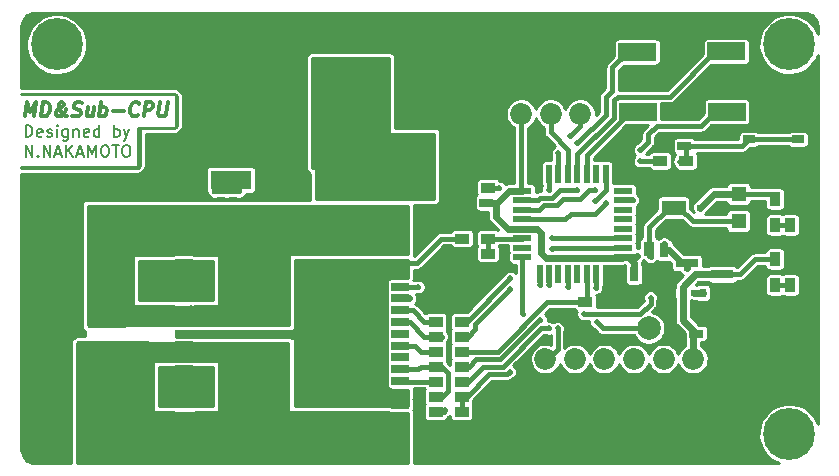
<source format=gtl>
G04 #@! TF.FileFunction,Copper,L1,Top,Signal*
%FSLAX46Y46*%
G04 Gerber Fmt 4.6, Leading zero omitted, Abs format (unit mm)*
G04 Created by KiCad (PCBNEW 4.0.7) date 10/05/18 20:50:03*
%MOMM*%
%LPD*%
G01*
G04 APERTURE LIST*
%ADD10C,0.100000*%
%ADD11C,0.200000*%
%ADD12C,0.300000*%
%ADD13R,9.000000X0.680000*%
%ADD14R,4.500000X0.680000*%
%ADD15R,1.524000X0.680000*%
%ADD16R,5.250000X6.230000*%
%ADD17R,5.250000X10.300000*%
%ADD18C,4.400000*%
%ADD19C,0.700000*%
%ADD20R,1.200000X0.750000*%
%ADD21R,0.750000X1.200000*%
%ADD22R,0.900000X1.200000*%
%ADD23R,1.850000X1.850000*%
%ADD24C,1.850000*%
%ADD25R,1.200000X0.900000*%
%ADD26R,1.300000X1.300000*%
%ADD27R,2.000000X1.300000*%
%ADD28R,3.200000X1.524000*%
%ADD29R,1.600000X0.550000*%
%ADD30R,0.550000X1.600000*%
%ADD31R,1.900000X0.800000*%
%ADD32R,1.050000X0.650000*%
%ADD33R,0.600000X0.800000*%
%ADD34C,3.000000*%
%ADD35C,2.000000*%
%ADD36R,6.114800X3.193800*%
%ADD37R,3.193800X6.114800*%
%ADD38R,3.500000X1.600000*%
%ADD39R,1.600000X3.500000*%
%ADD40C,0.600000*%
%ADD41C,0.500000*%
%ADD42C,0.400000*%
%ADD43C,0.250000*%
%ADD44C,0.600000*%
%ADD45C,0.254000*%
G04 APERTURE END LIST*
D10*
D11*
X52371595Y-45322381D02*
X52371595Y-44322381D01*
X52609690Y-44322381D01*
X52752548Y-44370000D01*
X52847786Y-44465238D01*
X52895405Y-44560476D01*
X52943024Y-44750952D01*
X52943024Y-44893810D01*
X52895405Y-45084286D01*
X52847786Y-45179524D01*
X52752548Y-45274762D01*
X52609690Y-45322381D01*
X52371595Y-45322381D01*
X53752548Y-45274762D02*
X53657310Y-45322381D01*
X53466833Y-45322381D01*
X53371595Y-45274762D01*
X53323976Y-45179524D01*
X53323976Y-44798571D01*
X53371595Y-44703333D01*
X53466833Y-44655714D01*
X53657310Y-44655714D01*
X53752548Y-44703333D01*
X53800167Y-44798571D01*
X53800167Y-44893810D01*
X53323976Y-44989048D01*
X54181119Y-45274762D02*
X54276357Y-45322381D01*
X54466833Y-45322381D01*
X54562072Y-45274762D01*
X54609691Y-45179524D01*
X54609691Y-45131905D01*
X54562072Y-45036667D01*
X54466833Y-44989048D01*
X54323976Y-44989048D01*
X54228738Y-44941429D01*
X54181119Y-44846190D01*
X54181119Y-44798571D01*
X54228738Y-44703333D01*
X54323976Y-44655714D01*
X54466833Y-44655714D01*
X54562072Y-44703333D01*
X55038262Y-45322381D02*
X55038262Y-44655714D01*
X55038262Y-44322381D02*
X54990643Y-44370000D01*
X55038262Y-44417619D01*
X55085881Y-44370000D01*
X55038262Y-44322381D01*
X55038262Y-44417619D01*
X55943024Y-44655714D02*
X55943024Y-45465238D01*
X55895405Y-45560476D01*
X55847786Y-45608095D01*
X55752547Y-45655714D01*
X55609690Y-45655714D01*
X55514452Y-45608095D01*
X55943024Y-45274762D02*
X55847786Y-45322381D01*
X55657309Y-45322381D01*
X55562071Y-45274762D01*
X55514452Y-45227143D01*
X55466833Y-45131905D01*
X55466833Y-44846190D01*
X55514452Y-44750952D01*
X55562071Y-44703333D01*
X55657309Y-44655714D01*
X55847786Y-44655714D01*
X55943024Y-44703333D01*
X56419214Y-44655714D02*
X56419214Y-45322381D01*
X56419214Y-44750952D02*
X56466833Y-44703333D01*
X56562071Y-44655714D01*
X56704929Y-44655714D01*
X56800167Y-44703333D01*
X56847786Y-44798571D01*
X56847786Y-45322381D01*
X57704929Y-45274762D02*
X57609691Y-45322381D01*
X57419214Y-45322381D01*
X57323976Y-45274762D01*
X57276357Y-45179524D01*
X57276357Y-44798571D01*
X57323976Y-44703333D01*
X57419214Y-44655714D01*
X57609691Y-44655714D01*
X57704929Y-44703333D01*
X57752548Y-44798571D01*
X57752548Y-44893810D01*
X57276357Y-44989048D01*
X58609691Y-45322381D02*
X58609691Y-44322381D01*
X58609691Y-45274762D02*
X58514453Y-45322381D01*
X58323976Y-45322381D01*
X58228738Y-45274762D01*
X58181119Y-45227143D01*
X58133500Y-45131905D01*
X58133500Y-44846190D01*
X58181119Y-44750952D01*
X58228738Y-44703333D01*
X58323976Y-44655714D01*
X58514453Y-44655714D01*
X58609691Y-44703333D01*
X59847786Y-45322381D02*
X59847786Y-44322381D01*
X59847786Y-44703333D02*
X59943024Y-44655714D01*
X60133501Y-44655714D01*
X60228739Y-44703333D01*
X60276358Y-44750952D01*
X60323977Y-44846190D01*
X60323977Y-45131905D01*
X60276358Y-45227143D01*
X60228739Y-45274762D01*
X60133501Y-45322381D01*
X59943024Y-45322381D01*
X59847786Y-45274762D01*
X60657310Y-44655714D02*
X60895405Y-45322381D01*
X61133501Y-44655714D02*
X60895405Y-45322381D01*
X60800167Y-45560476D01*
X60752548Y-45608095D01*
X60657310Y-45655714D01*
X52371595Y-47022381D02*
X52371595Y-46022381D01*
X52943024Y-47022381D01*
X52943024Y-46022381D01*
X53419214Y-46927143D02*
X53466833Y-46974762D01*
X53419214Y-47022381D01*
X53371595Y-46974762D01*
X53419214Y-46927143D01*
X53419214Y-47022381D01*
X53895404Y-47022381D02*
X53895404Y-46022381D01*
X54466833Y-47022381D01*
X54466833Y-46022381D01*
X54895404Y-46736667D02*
X55371595Y-46736667D01*
X54800166Y-47022381D02*
X55133499Y-46022381D01*
X55466833Y-47022381D01*
X55800166Y-47022381D02*
X55800166Y-46022381D01*
X56371595Y-47022381D02*
X55943023Y-46450952D01*
X56371595Y-46022381D02*
X55800166Y-46593810D01*
X56752547Y-46736667D02*
X57228738Y-46736667D01*
X56657309Y-47022381D02*
X56990642Y-46022381D01*
X57323976Y-47022381D01*
X57657309Y-47022381D02*
X57657309Y-46022381D01*
X57990643Y-46736667D01*
X58323976Y-46022381D01*
X58323976Y-47022381D01*
X58990642Y-46022381D02*
X59181119Y-46022381D01*
X59276357Y-46070000D01*
X59371595Y-46165238D01*
X59419214Y-46355714D01*
X59419214Y-46689048D01*
X59371595Y-46879524D01*
X59276357Y-46974762D01*
X59181119Y-47022381D01*
X58990642Y-47022381D01*
X58895404Y-46974762D01*
X58800166Y-46879524D01*
X58752547Y-46689048D01*
X58752547Y-46355714D01*
X58800166Y-46165238D01*
X58895404Y-46070000D01*
X58990642Y-46022381D01*
X59704928Y-46022381D02*
X60276357Y-46022381D01*
X59990642Y-47022381D02*
X59990642Y-46022381D01*
X60800166Y-46022381D02*
X60990643Y-46022381D01*
X61085881Y-46070000D01*
X61181119Y-46165238D01*
X61228738Y-46355714D01*
X61228738Y-46689048D01*
X61181119Y-46879524D01*
X61085881Y-46974762D01*
X60990643Y-47022381D01*
X60800166Y-47022381D01*
X60704928Y-46974762D01*
X60609690Y-46879524D01*
X60562071Y-46689048D01*
X60562071Y-46355714D01*
X60609690Y-46165238D01*
X60704928Y-46070000D01*
X60800166Y-46022381D01*
D12*
X52317215Y-43595857D02*
X52467215Y-42395857D01*
X52760072Y-43253000D01*
X53267215Y-42395857D01*
X53117215Y-43595857D01*
X53688644Y-43595857D02*
X53838644Y-42395857D01*
X54124359Y-42395857D01*
X54288644Y-42453000D01*
X54388644Y-42567286D01*
X54431502Y-42681571D01*
X54460073Y-42910143D01*
X54438645Y-43081571D01*
X54352930Y-43310143D01*
X54281501Y-43424429D01*
X54152930Y-43538714D01*
X53974359Y-43595857D01*
X53688644Y-43595857D01*
X55860073Y-43595857D02*
X55802930Y-43595857D01*
X55695787Y-43538714D01*
X55545787Y-43367286D01*
X55302929Y-43024429D01*
X55210073Y-42853000D01*
X55174359Y-42681571D01*
X55188644Y-42567286D01*
X55260073Y-42453000D01*
X55381501Y-42395857D01*
X55438644Y-42395857D01*
X55545787Y-42453000D01*
X55588644Y-42567286D01*
X55581501Y-42624429D01*
X55510073Y-42738714D01*
X55445787Y-42795857D01*
X55074358Y-43024429D01*
X55010073Y-43081571D01*
X54938644Y-43195857D01*
X54917215Y-43367286D01*
X54960073Y-43481571D01*
X55010073Y-43538714D01*
X55117216Y-43595857D01*
X55288644Y-43595857D01*
X55410073Y-43538714D01*
X55474359Y-43481571D01*
X55674358Y-43253000D01*
X55752930Y-43081571D01*
X55767215Y-42967286D01*
X56324358Y-43538714D02*
X56488644Y-43595857D01*
X56774358Y-43595857D01*
X56895787Y-43538714D01*
X56960073Y-43481571D01*
X57031501Y-43367286D01*
X57045787Y-43253000D01*
X57002930Y-43138714D01*
X56952930Y-43081571D01*
X56845786Y-43024429D01*
X56624358Y-42967286D01*
X56517215Y-42910143D01*
X56467215Y-42853000D01*
X56424358Y-42738714D01*
X56438643Y-42624429D01*
X56510072Y-42510143D01*
X56574358Y-42453000D01*
X56695787Y-42395857D01*
X56981501Y-42395857D01*
X57145787Y-42453000D01*
X58131501Y-42795857D02*
X58031501Y-43595857D01*
X57617215Y-42795857D02*
X57538643Y-43424429D01*
X57581501Y-43538714D01*
X57688644Y-43595857D01*
X57860072Y-43595857D01*
X57981501Y-43538714D01*
X58045787Y-43481571D01*
X58602929Y-43595857D02*
X58752929Y-42395857D01*
X58695786Y-42853000D02*
X58817215Y-42795857D01*
X59045786Y-42795857D01*
X59152929Y-42853000D01*
X59202929Y-42910143D01*
X59245786Y-43024429D01*
X59202929Y-43367286D01*
X59131501Y-43481571D01*
X59067215Y-43538714D01*
X58945786Y-43595857D01*
X58717215Y-43595857D01*
X58610072Y-43538714D01*
X59745786Y-43138714D02*
X60660072Y-43138714D01*
X61874358Y-43481571D02*
X61810072Y-43538714D01*
X61631500Y-43595857D01*
X61517214Y-43595857D01*
X61352929Y-43538714D01*
X61252928Y-43424429D01*
X61210071Y-43310143D01*
X61181500Y-43081571D01*
X61202928Y-42910143D01*
X61288643Y-42681571D01*
X61360071Y-42567286D01*
X61488643Y-42453000D01*
X61667214Y-42395857D01*
X61781500Y-42395857D01*
X61945786Y-42453000D01*
X61995786Y-42510143D01*
X62374357Y-43595857D02*
X62524357Y-42395857D01*
X62981500Y-42395857D01*
X63088643Y-42453000D01*
X63138643Y-42510143D01*
X63181500Y-42624429D01*
X63160072Y-42795857D01*
X63088643Y-42910143D01*
X63024357Y-42967286D01*
X62902928Y-43024429D01*
X62445785Y-43024429D01*
X63724357Y-42395857D02*
X63602928Y-43367286D01*
X63645786Y-43481571D01*
X63695786Y-43538714D01*
X63802929Y-43595857D01*
X64031500Y-43595857D01*
X64152929Y-43538714D01*
X64217215Y-43481571D01*
X64288643Y-43367286D01*
X64410072Y-42395857D01*
D13*
X79883000Y-57010300D03*
X70930000Y-62002000D03*
D14*
X67900000Y-64012000D03*
X67710000Y-59982000D03*
X68100000Y-55002000D03*
X67700000Y-68982000D03*
D13*
X78880000Y-55002000D03*
X78900000Y-68992000D03*
D15*
X84080000Y-68992000D03*
X84080000Y-68002000D03*
X84080000Y-67002000D03*
X84080000Y-66002000D03*
X84080000Y-65002000D03*
X84080000Y-64002000D03*
X84080000Y-63002000D03*
X84080000Y-62002000D03*
X84080000Y-61002000D03*
X84080000Y-60002000D03*
X84080000Y-59002000D03*
X84080000Y-58002000D03*
X84080000Y-57002000D03*
X84080000Y-56002000D03*
X84080000Y-55002000D03*
X65780000Y-54992000D03*
X65780000Y-56992000D03*
X65780000Y-57992000D03*
X65780000Y-58982000D03*
X65780000Y-59982000D03*
X65780000Y-60982000D03*
X65780000Y-61982000D03*
X65780000Y-62982000D03*
X65780000Y-63982000D03*
X65780000Y-64982000D03*
X65780000Y-65982000D03*
X65780000Y-66982000D03*
X65780000Y-67982000D03*
X65780000Y-68982000D03*
D16*
X71870000Y-66162000D03*
X71870000Y-57832000D03*
D17*
X78020000Y-62032000D03*
D15*
X65780000Y-55992000D03*
D13*
X79883000Y-67005200D03*
D18*
X117000000Y-37500000D03*
D19*
X118650000Y-37500000D03*
X118166726Y-38666726D03*
X117000000Y-39150000D03*
X115833274Y-38666726D03*
X115350000Y-37500000D03*
X115833274Y-36333274D03*
X117000000Y-35850000D03*
X118166726Y-36333274D03*
D18*
X117000000Y-70500000D03*
D19*
X118650000Y-70500000D03*
X118166726Y-71666726D03*
X117000000Y-72150000D03*
X115833274Y-71666726D03*
X115350000Y-70500000D03*
X115833274Y-69333274D03*
X117000000Y-68850000D03*
X118166726Y-69333274D03*
D20*
X89474000Y-50888900D03*
X91374000Y-50888900D03*
X108138000Y-46101000D03*
X106238000Y-46101000D03*
D21*
X103886000Y-56962000D03*
X103886000Y-58862000D03*
D20*
X109159000Y-61976000D03*
X111059000Y-61976000D03*
D21*
X106426000Y-54930000D03*
X106426000Y-56830000D03*
D22*
X117094000Y-50589000D03*
X117094000Y-52789000D03*
X117094000Y-55669000D03*
X117094000Y-57869000D03*
D23*
X91821000Y-43370500D03*
D24*
X94321000Y-43370500D03*
X96821000Y-43370500D03*
X99321000Y-43370500D03*
D23*
X111379000Y-64135000D03*
D24*
X108879000Y-64135000D03*
X106379000Y-64135000D03*
X103879000Y-64135000D03*
X101379000Y-64135000D03*
X98879000Y-64135000D03*
X96379000Y-64135000D03*
D25*
X89324000Y-49618900D03*
X91524000Y-49618900D03*
X106088000Y-47371000D03*
X108288000Y-47371000D03*
X87088800Y-67310000D03*
X89288800Y-67310000D03*
X87088800Y-68580000D03*
X89288800Y-68580000D03*
X87088800Y-66040000D03*
X89288800Y-66040000D03*
X87088800Y-64770000D03*
X89288800Y-64770000D03*
X87088800Y-63500000D03*
X89288800Y-63500000D03*
X91524000Y-53936900D03*
X89324000Y-53936900D03*
X101938000Y-59309000D03*
X99738000Y-59309000D03*
X87088800Y-62230000D03*
X89288800Y-62230000D03*
X89324000Y-55206900D03*
X91524000Y-55206900D03*
X87088800Y-60960000D03*
X89288800Y-60960000D03*
D22*
X115824000Y-52789000D03*
X115824000Y-50589000D03*
X115824000Y-57869000D03*
X115824000Y-55669000D03*
X105156000Y-56980000D03*
X105156000Y-54780000D03*
D26*
X112732000Y-50158000D03*
D27*
X107232000Y-51308000D03*
D26*
X112732000Y-52458000D03*
D28*
X104150000Y-38140000D03*
X111750000Y-43190000D03*
X104200000Y-43190000D03*
X111700000Y-38090000D03*
X111750000Y-40640000D03*
X104150000Y-40640000D03*
D29*
X94429000Y-49905000D03*
X94429000Y-50705000D03*
X94429000Y-51505000D03*
X94429000Y-52305000D03*
X94429000Y-53105000D03*
X94429000Y-53905000D03*
X94429000Y-54705000D03*
X94429000Y-55505000D03*
D30*
X95879000Y-56955000D03*
X96679000Y-56955000D03*
X97479000Y-56955000D03*
X98279000Y-56955000D03*
X99079000Y-56955000D03*
X99879000Y-56955000D03*
X100679000Y-56955000D03*
X101479000Y-56955000D03*
D29*
X102929000Y-55505000D03*
X102929000Y-54705000D03*
X102929000Y-53905000D03*
X102929000Y-53105000D03*
X102929000Y-52305000D03*
X102929000Y-51505000D03*
X102929000Y-50705000D03*
X102929000Y-49905000D03*
D30*
X101479000Y-48455000D03*
X100679000Y-48455000D03*
X99879000Y-48455000D03*
X99079000Y-48455000D03*
X98279000Y-48455000D03*
X97479000Y-48455000D03*
X96679000Y-48455000D03*
X95879000Y-48455000D03*
D31*
X111355000Y-56957000D03*
X111355000Y-55057000D03*
X108355000Y-56007000D03*
D32*
X113622000Y-47684000D03*
X113622000Y-45534000D03*
X117772000Y-45534000D03*
X117772000Y-47684000D03*
D33*
X107989000Y-58547000D03*
X109689000Y-58547000D03*
D34*
X78105000Y-62039500D03*
X71818500Y-66103500D03*
X71882000Y-57975500D03*
D35*
X115316000Y-61531500D03*
X105156000Y-61531500D03*
D18*
X55000000Y-37500000D03*
D19*
X56650000Y-37500000D03*
X56166726Y-38666726D03*
X55000000Y-39150000D03*
X53833274Y-38666726D03*
X53350000Y-37500000D03*
X53833274Y-36333274D03*
X55000000Y-35850000D03*
X56166726Y-36333274D03*
D36*
X72527500Y-42568500D03*
D37*
X78295500Y-42100500D03*
X59285500Y-58430500D03*
D36*
X59753500Y-64198500D03*
D38*
X69756000Y-48958500D03*
X64356000Y-48958500D03*
D39*
X85852000Y-46896000D03*
X85852000Y-41496000D03*
D40*
X88773000Y-70993000D03*
X87312500Y-70993000D03*
X87312500Y-72453500D03*
X88773000Y-72453500D03*
X90233500Y-72453500D03*
X90233500Y-70993000D03*
X90868500Y-69532500D03*
X92329000Y-69532500D03*
X92329000Y-68072000D03*
X63182500Y-46228000D03*
X63182500Y-47625000D03*
X87185500Y-40132000D03*
X87185500Y-38671500D03*
X87185500Y-37211000D03*
X87185500Y-35750500D03*
X85725000Y-35750500D03*
X85725000Y-37211000D03*
X85725000Y-38671500D03*
X76962000Y-37211000D03*
X76898500Y-35750500D03*
X78422500Y-35750500D03*
X78422500Y-37211000D03*
X79883000Y-37211000D03*
X79883000Y-35750500D03*
X81343500Y-35750500D03*
X81343500Y-37211000D03*
X82804000Y-37211000D03*
X84264500Y-40132000D03*
X84264500Y-38671500D03*
X84264500Y-37211000D03*
X84264500Y-35750500D03*
X82804000Y-35750500D03*
X72580500Y-38671500D03*
X71120000Y-38671500D03*
X69659500Y-38671500D03*
X69659500Y-37211000D03*
X69659500Y-35750500D03*
X71120000Y-35750500D03*
X71120000Y-37211000D03*
X72580500Y-37211000D03*
X69659500Y-40132000D03*
X71120000Y-40132000D03*
X72580500Y-40132000D03*
X74041000Y-40132000D03*
X75501500Y-40132000D03*
X75501500Y-38671500D03*
X74041000Y-38671500D03*
X75501500Y-35750500D03*
X75501500Y-37211000D03*
X74041000Y-37211000D03*
X74041000Y-35750500D03*
X72580500Y-35750500D03*
X64516000Y-46164500D03*
X64516000Y-47625000D03*
X57340500Y-49085500D03*
X58801000Y-49085500D03*
X60261500Y-49085500D03*
X61722000Y-49085500D03*
X52959000Y-66611500D03*
X52959000Y-65151000D03*
X52959000Y-63690500D03*
X52959000Y-62230000D03*
X52959000Y-60769500D03*
X52959000Y-59309000D03*
X52959000Y-57848500D03*
X52959000Y-56388000D03*
X52959000Y-68072000D03*
X52959000Y-69532500D03*
X52959000Y-70993000D03*
X52959000Y-72453500D03*
X55880000Y-49085500D03*
X54419500Y-49085500D03*
X52959000Y-49085500D03*
X52959000Y-50546000D03*
X52959000Y-52006500D03*
X52959000Y-53467000D03*
X52959000Y-54927500D03*
X65976500Y-46164500D03*
X65976500Y-47625000D03*
X65976500Y-49085500D03*
X64516000Y-49085500D03*
X63182500Y-49085500D03*
X55880000Y-57785000D03*
X55880000Y-56388000D03*
X55880000Y-54927500D03*
X55880000Y-53467000D03*
X55880000Y-52006500D03*
X54419500Y-50546000D03*
X55880000Y-50546000D03*
X55880000Y-62230000D03*
X54419500Y-62230000D03*
X54419500Y-60769500D03*
X55880000Y-60769500D03*
X55880000Y-59309000D03*
X54419500Y-59309000D03*
X54419500Y-52006500D03*
X54419500Y-53467000D03*
X54419500Y-54927500D03*
X54419500Y-56388000D03*
X54419500Y-57785000D03*
X54419500Y-72453500D03*
X55880000Y-72453500D03*
X55880000Y-70993000D03*
X55880000Y-69532500D03*
X55880000Y-68135500D03*
X55880000Y-66675000D03*
X55880000Y-65151000D03*
X55880000Y-63690500D03*
X54419500Y-63690500D03*
X54419500Y-65151000D03*
X54419500Y-66675000D03*
X54419500Y-68072000D03*
X54419500Y-69532500D03*
X54419500Y-70993000D03*
X68008500Y-65468500D03*
X68008500Y-66548000D03*
X68008500Y-67627500D03*
X67056000Y-67627500D03*
X67056000Y-66548000D03*
X67056000Y-65468500D03*
X66675000Y-56959500D03*
X66675000Y-57912000D03*
X66675000Y-58864500D03*
X67627500Y-58864500D03*
X67627500Y-57912000D03*
X67627500Y-56959500D03*
X67627500Y-56007000D03*
X66675000Y-56007000D03*
X64198500Y-57975500D03*
X64198500Y-57023000D03*
X64198500Y-56070500D03*
X63246000Y-56070500D03*
X63246000Y-57023000D03*
X63246000Y-57975500D03*
X64198500Y-58928000D03*
X63246000Y-58928000D03*
X62293500Y-58928000D03*
X62293500Y-57975500D03*
X62293500Y-57023000D03*
X62293500Y-56070500D03*
D41*
X95885000Y-47434500D03*
X106870500Y-46164500D03*
X110299500Y-62039500D03*
X108077000Y-61976000D03*
X117094000Y-56261000D03*
X113601500Y-46799500D03*
X106616500Y-40640000D03*
X109410500Y-40640000D03*
X90487500Y-52451000D03*
X90170000Y-55181500D03*
D40*
X64897000Y-65468500D03*
X64897000Y-66548000D03*
X64897000Y-67627500D03*
X63944500Y-67627500D03*
X63944500Y-66548000D03*
X63944500Y-65468500D03*
D41*
X93345000Y-65214500D03*
X96964500Y-55626000D03*
X106426000Y-54419500D03*
X104140000Y-55372000D03*
D40*
X109474000Y-51308000D03*
X108966000Y-58547000D03*
X108331000Y-56388000D03*
D41*
X82296000Y-38925500D03*
X82296000Y-39878000D03*
X82296000Y-40830500D03*
X82296000Y-41783000D03*
X82296000Y-42735500D03*
X82296000Y-43688000D03*
X82296000Y-44640500D03*
X81280000Y-38925500D03*
X81280000Y-39878000D03*
X81280000Y-40830500D03*
X81280000Y-41783000D03*
X81280000Y-42735500D03*
X81280000Y-43688000D03*
X81280000Y-44640500D03*
X80264000Y-45593000D03*
X80264000Y-38925500D03*
X80264000Y-39878000D03*
X80264000Y-40830500D03*
X80264000Y-41783000D03*
X80264000Y-42735500D03*
X80264000Y-43688000D03*
X80264000Y-44640500D03*
X77279500Y-49657000D03*
X77279500Y-48641000D03*
X77279500Y-47625000D03*
X77279500Y-46609000D03*
X77279500Y-45593000D03*
X77279500Y-44640500D03*
X77279500Y-43688000D03*
X77279500Y-42735500D03*
X77279500Y-41783000D03*
X77279500Y-40830500D03*
X77279500Y-39878000D03*
X77279500Y-38925500D03*
X78232000Y-38925500D03*
X79184500Y-38925500D03*
X85598000Y-58039000D03*
X86360000Y-49657000D03*
X85344000Y-49657000D03*
X84328000Y-49657000D03*
X83312000Y-49657000D03*
X82296000Y-49657000D03*
X78232000Y-49657000D03*
X79248000Y-49657000D03*
X83312000Y-47625000D03*
X84328000Y-47625000D03*
X84328000Y-48641000D03*
X83312000Y-48641000D03*
X82296000Y-48641000D03*
X82296000Y-47625000D03*
X78232000Y-46609000D03*
X78232000Y-47625000D03*
X78232000Y-48641000D03*
X79248000Y-48641000D03*
X79248000Y-47625000D03*
X79248000Y-46609000D03*
X85344000Y-45593000D03*
X84328000Y-45593000D03*
X83312000Y-45593000D03*
X82296000Y-45593000D03*
X81280000Y-45593000D03*
X86360000Y-45593000D03*
X78232000Y-45593000D03*
X79248000Y-45593000D03*
X84328000Y-46609000D03*
X83312000Y-46609000D03*
X82296000Y-46609000D03*
X81280000Y-46609000D03*
X80264000Y-46609000D03*
X85344000Y-46609000D03*
X86360000Y-46609000D03*
D40*
X70421500Y-49911000D03*
X68389500Y-49911000D03*
X69405500Y-49911000D03*
X69405500Y-49022000D03*
X70421500Y-49022000D03*
X68389500Y-49022000D03*
X72390000Y-61976000D03*
X73406000Y-61976000D03*
X74422000Y-61976000D03*
X67310000Y-61976000D03*
X68326000Y-61976000D03*
X69342000Y-61976000D03*
X70358000Y-61976000D03*
X71374000Y-61976000D03*
X76708000Y-59436000D03*
X77851000Y-59436000D03*
X81280000Y-59436000D03*
X80137000Y-59436000D03*
X78994000Y-59436000D03*
X75565000Y-59436000D03*
X82423000Y-67437000D03*
X75628500Y-67437000D03*
X76708000Y-67437000D03*
X77851000Y-67437000D03*
X78994000Y-67437000D03*
X80137000Y-67437000D03*
X81280000Y-67437000D03*
X77851000Y-66294000D03*
X78994000Y-66294000D03*
X80137000Y-66294000D03*
X81280000Y-66294000D03*
X76708000Y-66294000D03*
X75628500Y-66294000D03*
X77851000Y-65151000D03*
X78994000Y-65151000D03*
X80137000Y-65151000D03*
X81280000Y-65151000D03*
X76708000Y-65151000D03*
X75628500Y-65151000D03*
X77851000Y-64008000D03*
X78994000Y-64008000D03*
X80137000Y-64008000D03*
X81280000Y-64008000D03*
X76708000Y-64008000D03*
X75628500Y-64008000D03*
X78994000Y-60579000D03*
X80137000Y-60579000D03*
X81280000Y-60579000D03*
X77851000Y-60579000D03*
X76708000Y-60579000D03*
X75565000Y-60579000D03*
X81280000Y-58293000D03*
X80137000Y-58293000D03*
X78994000Y-58293000D03*
X77851000Y-58293000D03*
X76708000Y-58293000D03*
X75565000Y-58293000D03*
X82423000Y-59436000D03*
X82423000Y-60579000D03*
X82423000Y-61722000D03*
X82423000Y-62865000D03*
X82423000Y-64008000D03*
X82423000Y-65151000D03*
X82423000Y-58293000D03*
X82423000Y-66294000D03*
X81280000Y-57150000D03*
X80137000Y-57150000D03*
X78994000Y-57150000D03*
X77851000Y-57150000D03*
X76708000Y-57150000D03*
X75565000Y-57150000D03*
X76708000Y-56007000D03*
X77851000Y-56007000D03*
X75565000Y-56007000D03*
X78994000Y-56007000D03*
X80137000Y-56007000D03*
X81280000Y-56007000D03*
X82423000Y-56007000D03*
X82423000Y-57150000D03*
D41*
X107759500Y-47434500D03*
D40*
X58102500Y-54991000D03*
X59245500Y-54991000D03*
X60388500Y-54991000D03*
D41*
X69342000Y-56007000D03*
X70358000Y-56007000D03*
X66357500Y-59817000D03*
X66357500Y-60833000D03*
X68326000Y-60833000D03*
X67310000Y-60833000D03*
X68326000Y-59817000D03*
X67310000Y-59817000D03*
X70358000Y-60833000D03*
X69342000Y-60833000D03*
X69342000Y-59817000D03*
X70358000Y-59817000D03*
X70358000Y-59817000D03*
X69342000Y-59817000D03*
X69342000Y-60833000D03*
X70358000Y-60833000D03*
X70358000Y-60833000D03*
X69342000Y-60833000D03*
X69342000Y-59817000D03*
X70358000Y-59817000D03*
X70358000Y-59817000D03*
X69342000Y-59817000D03*
X69342000Y-60833000D03*
X70358000Y-60833000D03*
X72390000Y-60833000D03*
X71374000Y-60833000D03*
X70358000Y-60833000D03*
X69342000Y-60833000D03*
X69342000Y-59817000D03*
X72390000Y-59817000D03*
X71374000Y-59817000D03*
X70358000Y-59817000D03*
X70358000Y-59817000D03*
X71374000Y-59817000D03*
X72390000Y-59817000D03*
X69342000Y-59817000D03*
X69342000Y-60833000D03*
X70358000Y-60833000D03*
X71374000Y-60833000D03*
X72390000Y-60833000D03*
X72390000Y-60833000D03*
X71374000Y-60833000D03*
X70358000Y-60833000D03*
X69342000Y-60833000D03*
X69342000Y-59817000D03*
X72390000Y-59817000D03*
X71374000Y-59817000D03*
X70358000Y-59817000D03*
X73406000Y-57848500D03*
X74422000Y-57848500D03*
X71374000Y-58801000D03*
X72390000Y-58801000D03*
X73406000Y-58801000D03*
X74422000Y-58801000D03*
X70358000Y-57848500D03*
X70358000Y-58801000D03*
X70358000Y-59817000D03*
X71374000Y-59817000D03*
X72390000Y-59817000D03*
X73406000Y-59817000D03*
X74422000Y-59817000D03*
X69342000Y-57023000D03*
X69342000Y-59817000D03*
X69342000Y-58801000D03*
X69342000Y-57848500D03*
X69342000Y-60833000D03*
X70358000Y-60833000D03*
X71374000Y-60833000D03*
X72390000Y-60833000D03*
X73406000Y-60833000D03*
X74422000Y-60833000D03*
X71374000Y-56007000D03*
X72390000Y-56007000D03*
X73406000Y-56007000D03*
X74422000Y-56007000D03*
X74422000Y-57023000D03*
X73406000Y-57023000D03*
X72390000Y-57023000D03*
X71374000Y-57023000D03*
X70358000Y-57023000D03*
D40*
X61785500Y-67818000D03*
X60642500Y-67818000D03*
X59499500Y-67818000D03*
X58356500Y-67818000D03*
X61785500Y-68961000D03*
X60642500Y-68961000D03*
X59499500Y-68961000D03*
X58356500Y-68961000D03*
X57213500Y-68961000D03*
X57213500Y-67818000D03*
X57213500Y-66675000D03*
X58356500Y-66675000D03*
X59499500Y-66675000D03*
X60642500Y-66675000D03*
X61785500Y-66675000D03*
D41*
X66294000Y-64135000D03*
X67310000Y-64135000D03*
X68326000Y-64135000D03*
X66294000Y-63119000D03*
X67310000Y-63119000D03*
X68326000Y-63119000D03*
X69342000Y-68072000D03*
X70358000Y-68072000D03*
X71437500Y-68072000D03*
X72390000Y-68072000D03*
X73406000Y-68072000D03*
X74422000Y-68072000D03*
X69342000Y-67056000D03*
X70358000Y-67056000D03*
X71437500Y-67056000D03*
X72390000Y-67056000D03*
X73406000Y-67056000D03*
X74422000Y-67056000D03*
X69342000Y-66040000D03*
X70358000Y-66040000D03*
X73406000Y-66040000D03*
X74422000Y-66040000D03*
X69342000Y-65087500D03*
X70358000Y-65087500D03*
X71374000Y-65087500D03*
X72390000Y-65087500D03*
X73406000Y-65087500D03*
X74422000Y-65087500D03*
X69342000Y-64135000D03*
X70358000Y-64135000D03*
X71374000Y-64135000D03*
X72390000Y-64135000D03*
X73406000Y-64135000D03*
X74422000Y-64135000D03*
X69342000Y-63119000D03*
X70358000Y-63119000D03*
X71374000Y-63119000D03*
X72390000Y-63119000D03*
X73406000Y-63119000D03*
X74422000Y-63119000D03*
X97472500Y-46672500D03*
X98425000Y-45275500D03*
X103759000Y-50673000D03*
X102933500Y-49911000D03*
X94488000Y-60325000D03*
X100584000Y-50736500D03*
X97409000Y-61531500D03*
X84899500Y-58991500D03*
X92456000Y-49657000D03*
X96647000Y-49784000D03*
X104394000Y-47371000D03*
X101473000Y-50927000D03*
X87579200Y-62230000D03*
X87884000Y-68478400D03*
X96647000Y-61531500D03*
X96647000Y-57848500D03*
X95948500Y-60833000D03*
X95885000Y-57848500D03*
X96901000Y-54800500D03*
X93408500Y-58229500D03*
X93408500Y-57277000D03*
X96901000Y-53911500D03*
X105283000Y-55499000D03*
X105283000Y-58928000D03*
X99631500Y-60325000D03*
X98298000Y-58039000D03*
X99060000Y-45847000D03*
X99060000Y-49847500D03*
X104394000Y-46418500D03*
X100584000Y-49784000D03*
X100711000Y-61023500D03*
X100647500Y-58102500D03*
D42*
X87312500Y-72453500D02*
X87312500Y-70993000D01*
X90233500Y-72453500D02*
X88773000Y-72453500D01*
X90233500Y-70167500D02*
X90233500Y-70993000D01*
X90868500Y-69532500D02*
X90233500Y-70167500D01*
X92329000Y-68072000D02*
X92329000Y-69532500D01*
X63182500Y-47625000D02*
X63182500Y-46228000D01*
X87185500Y-37211000D02*
X87185500Y-38671500D01*
X85725000Y-35750500D02*
X87185500Y-35750500D01*
X85725000Y-38671500D02*
X85725000Y-37211000D01*
X82804000Y-37211000D02*
X82804000Y-35750500D01*
X76962000Y-37211000D02*
X76898500Y-37147500D01*
X76898500Y-37147500D02*
X76898500Y-35750500D01*
X78422500Y-35750500D02*
X78422500Y-37211000D01*
X79883000Y-37211000D02*
X79883000Y-35750500D01*
X81343500Y-35750500D02*
X81343500Y-37211000D01*
X84264500Y-38671500D02*
X84264500Y-40132000D01*
X84264500Y-35750500D02*
X84264500Y-37211000D01*
X72580500Y-37211000D02*
X72580500Y-35750500D01*
X71120000Y-38671500D02*
X69659500Y-38671500D01*
X69659500Y-37211000D02*
X69659500Y-35750500D01*
X71120000Y-35750500D02*
X71120000Y-37211000D01*
X69659500Y-40132000D02*
X71120000Y-40132000D01*
X72580500Y-40132000D02*
X74041000Y-40132000D01*
X75501500Y-40132000D02*
X75501500Y-38671500D01*
X74041000Y-38671500D02*
X72580500Y-38671500D01*
X75501500Y-37211000D02*
X75501500Y-35750500D01*
X74041000Y-35750500D02*
X74041000Y-37211000D01*
X64300000Y-49500000D02*
X64300000Y-47841000D01*
X64300000Y-47841000D02*
X64516000Y-47625000D01*
X57340500Y-49085500D02*
X58801000Y-49085500D01*
X60261500Y-49085500D02*
X61722000Y-49085500D01*
X52959000Y-56388000D02*
X52959000Y-54927500D01*
X52959000Y-65151000D02*
X52959000Y-63690500D01*
X52959000Y-62230000D02*
X52959000Y-60769500D01*
X52959000Y-59309000D02*
X52959000Y-57848500D01*
X52959000Y-70993000D02*
X52959000Y-69532500D01*
X54419500Y-72453500D02*
X52959000Y-72453500D01*
X52959000Y-68072000D02*
X52959000Y-66611500D01*
X54419500Y-49085500D02*
X55880000Y-49085500D01*
X52959000Y-50546000D02*
X52959000Y-49085500D01*
X52959000Y-53467000D02*
X52959000Y-52006500D01*
X63182500Y-49085500D02*
X64516000Y-49085500D01*
X65976500Y-49085500D02*
X65976500Y-47625000D01*
X55880000Y-56388000D02*
X55880000Y-54927500D01*
X55880000Y-53467000D02*
X55880000Y-52006500D01*
X55880000Y-59309000D02*
X55880000Y-57785000D01*
X55880000Y-50546000D02*
X54419500Y-50546000D01*
X55880000Y-62230000D02*
X54419500Y-62230000D01*
X54419500Y-60769500D02*
X55880000Y-60769500D01*
X55880000Y-59309000D02*
X54419500Y-59309000D01*
X54419500Y-54927500D02*
X54419500Y-53467000D01*
X54419500Y-57785000D02*
X54419500Y-56388000D01*
X55880000Y-71056500D02*
X55880000Y-70993000D01*
X55880000Y-71056500D02*
X55880000Y-72453500D01*
X55880000Y-62738000D02*
X55880000Y-63690500D01*
X55880000Y-69532500D02*
X55880000Y-68135500D01*
X55880000Y-66675000D02*
X55880000Y-65151000D01*
X54419500Y-72453500D02*
X54419500Y-70993000D01*
X54419500Y-66675000D02*
X54419500Y-65151000D01*
X54419500Y-69532500D02*
X54419500Y-68072000D01*
D43*
X65780000Y-64982000D02*
X66633000Y-64982000D01*
X68008500Y-67627500D02*
X68008500Y-66548000D01*
X67056000Y-66548000D02*
X67056000Y-67627500D01*
X67056000Y-65405000D02*
X67056000Y-65468500D01*
X66633000Y-64982000D02*
X67056000Y-65405000D01*
X65780000Y-64982000D02*
X64113500Y-64982000D01*
X64113500Y-64982000D02*
X63944500Y-65151000D01*
X65780000Y-55992000D02*
X66660000Y-55992000D01*
X66675000Y-58864500D02*
X66675000Y-57912000D01*
X67627500Y-57912000D02*
X67627500Y-58864500D01*
X67627500Y-56007000D02*
X67627500Y-56959500D01*
X66660000Y-55992000D02*
X66675000Y-56007000D01*
X63246000Y-58928000D02*
X63246000Y-57975500D01*
X64198500Y-56070500D02*
X64198500Y-57023000D01*
X63246000Y-56007000D02*
X63246000Y-56070500D01*
X63246000Y-57023000D02*
X63246000Y-56007000D01*
X65780000Y-55992000D02*
X62372000Y-55992000D01*
X62293500Y-58928000D02*
X63246000Y-58928000D01*
X62293500Y-57023000D02*
X62293500Y-57975500D01*
X62372000Y-55992000D02*
X62293500Y-56070500D01*
D44*
X65780000Y-64982000D02*
X65780000Y-65468500D01*
X65780000Y-65468500D02*
X65780000Y-65982000D01*
X65780000Y-65982000D02*
X65780000Y-66982000D01*
X65780000Y-66982000D02*
X65780000Y-67982000D01*
D42*
X65780000Y-57992000D02*
X65780000Y-56992000D01*
X65780000Y-58982000D02*
X65780000Y-57992000D01*
D44*
X65780000Y-55992000D02*
X65780000Y-56992000D01*
D42*
X95879000Y-48455000D02*
X95879000Y-47440500D01*
X95879000Y-47440500D02*
X95885000Y-47434500D01*
X106870500Y-46164500D02*
X106235500Y-46164500D01*
X106235500Y-46164500D02*
X106238000Y-46101000D01*
X106426000Y-56830000D02*
X106426000Y-60325000D01*
X110299500Y-62039500D02*
X111061500Y-62039500D01*
X106426000Y-60325000D02*
X108077000Y-61976000D01*
X111061500Y-62039500D02*
X111059000Y-61976000D01*
X117094000Y-56261000D02*
X117094000Y-55753000D01*
X117094000Y-55753000D02*
X117094000Y-55669000D01*
X113622000Y-47684000D02*
X113622000Y-46820000D01*
X113622000Y-46820000D02*
X113601500Y-46799500D01*
X104150000Y-40640000D02*
X106616500Y-40640000D01*
X109410500Y-40640000D02*
X111760000Y-40640000D01*
X111760000Y-40640000D02*
X111696500Y-40640000D01*
X111696500Y-40640000D02*
X111750000Y-40640000D01*
X89324000Y-55206900D02*
X90144600Y-55206900D01*
X90487500Y-51562000D02*
X89789000Y-50863500D01*
X90487500Y-52451000D02*
X90487500Y-51562000D01*
X90144600Y-55206900D02*
X90170000Y-55181500D01*
X89789000Y-50863500D02*
X89471500Y-50863500D01*
X89471500Y-50863500D02*
X89474000Y-50888900D01*
X111059000Y-61976000D02*
X114935000Y-61976000D01*
X114935000Y-61976000D02*
X115316000Y-61595000D01*
X115316000Y-61595000D02*
X115316000Y-61531500D01*
X89324000Y-49618900D02*
X89324000Y-49550500D01*
X89324000Y-49550500D02*
X91821000Y-47053500D01*
X91821000Y-47053500D02*
X91821000Y-43434000D01*
X91821000Y-43434000D02*
X91821000Y-43370500D01*
X89324000Y-49618900D02*
X89324000Y-49446000D01*
X117094000Y-54737000D02*
X117348000Y-54483000D01*
X118110000Y-51605000D02*
X117094000Y-50589000D01*
X118110000Y-53721000D02*
X118110000Y-51605000D01*
X117348000Y-54483000D02*
X118110000Y-53721000D01*
X111355000Y-55057000D02*
X113726000Y-55057000D01*
X117094000Y-54737000D02*
X117094000Y-55669000D01*
X116840000Y-54483000D02*
X117094000Y-54737000D01*
X114300000Y-54483000D02*
X116840000Y-54483000D01*
X113726000Y-55057000D02*
X114300000Y-54483000D01*
X117094000Y-50589000D02*
X117391000Y-50589000D01*
X117094000Y-55118000D02*
X117094000Y-54991000D01*
X117094000Y-54991000D02*
X117094000Y-55669000D01*
X117094000Y-50589000D02*
X117094000Y-47684000D01*
X117094000Y-47684000D02*
X117094000Y-47879000D01*
X117094000Y-47879000D02*
X117094000Y-47684000D01*
X113622000Y-47684000D02*
X117094000Y-47684000D01*
X117094000Y-47684000D02*
X117772000Y-47684000D01*
X89324000Y-49618900D02*
X89324000Y-50738900D01*
X89324000Y-50738900D02*
X89474000Y-50888900D01*
X101938000Y-59309000D02*
X102235000Y-59309000D01*
X102235000Y-59309000D02*
X102682000Y-58862000D01*
X102682000Y-58862000D02*
X103886000Y-58862000D01*
X101479000Y-56955000D02*
X101479000Y-58850000D01*
X101479000Y-58850000D02*
X101938000Y-59309000D01*
X105156000Y-56980000D02*
X106276000Y-56980000D01*
X106276000Y-56980000D02*
X106426000Y-56830000D01*
X103886000Y-58862000D02*
X104206000Y-58862000D01*
X104206000Y-58862000D02*
X105156000Y-57912000D01*
X105156000Y-57912000D02*
X105156000Y-56980000D01*
X111379000Y-64135000D02*
X111379000Y-62296000D01*
X111379000Y-62296000D02*
X111059000Y-61976000D01*
D43*
X63944500Y-65151000D02*
X63944500Y-65468500D01*
X64897000Y-67627500D02*
X64897000Y-66548000D01*
X63944500Y-66548000D02*
X63944500Y-67627500D01*
D42*
X94321000Y-43370500D02*
X94321000Y-49887500D01*
X94321000Y-49887500D02*
X94297500Y-49911000D01*
X94297500Y-49911000D02*
X94429000Y-49905000D01*
X91630500Y-65405000D02*
X89725500Y-67310000D01*
X93154500Y-65405000D02*
X93345000Y-65214500D01*
X91630500Y-65405000D02*
X93154500Y-65405000D01*
X96964500Y-55626000D02*
X96964500Y-55562500D01*
X96964500Y-55562500D02*
X96964500Y-55626000D01*
X96964500Y-55626000D02*
X96964500Y-55562500D01*
X89288800Y-67310000D02*
X89725500Y-67310000D01*
D44*
X102929000Y-55505000D02*
X104007000Y-55505000D01*
X106426000Y-54419500D02*
X106426000Y-54930000D01*
X104007000Y-55505000D02*
X104140000Y-55372000D01*
X94429000Y-53105000D02*
X95650000Y-53105000D01*
X96393000Y-55562500D02*
X96964500Y-55562500D01*
X96964500Y-55562500D02*
X102871500Y-55562500D01*
X96012000Y-55181500D02*
X96393000Y-55562500D01*
X96012000Y-53467000D02*
X96012000Y-55181500D01*
X95650000Y-53105000D02*
X96012000Y-53467000D01*
X102871500Y-55562500D02*
X102929000Y-55505000D01*
X94429000Y-49905000D02*
X93287500Y-49905000D01*
X92303600Y-50888900D02*
X91374000Y-50888900D01*
X93287500Y-49905000D02*
X92303600Y-50888900D01*
X94429000Y-53105000D02*
X93237000Y-53105000D01*
X92100400Y-50888900D02*
X91374000Y-50888900D01*
X92202000Y-50990500D02*
X92100400Y-50888900D01*
X92202000Y-52070000D02*
X92202000Y-50990500D01*
X93237000Y-53105000D02*
X92202000Y-52070000D01*
X112732000Y-50158000D02*
X110624000Y-50158000D01*
X110624000Y-50158000D02*
X109474000Y-51308000D01*
X109689000Y-58547000D02*
X108966000Y-58547000D01*
X108331000Y-56388000D02*
X108355000Y-56364000D01*
X108355000Y-56364000D02*
X108355000Y-56007000D01*
X108331000Y-56007000D02*
X108355000Y-56007000D01*
X106426000Y-54930000D02*
X106873000Y-54930000D01*
X106873000Y-54930000D02*
X107950000Y-56007000D01*
X107950000Y-56007000D02*
X108355000Y-56007000D01*
X103384000Y-55505000D02*
X103886000Y-56007000D01*
X103886000Y-56007000D02*
X103886000Y-56962000D01*
D42*
X102929000Y-55505000D02*
X103257000Y-55505000D01*
X108331000Y-56007000D02*
X108355000Y-56007000D01*
X106426000Y-54930000D02*
X106619000Y-54930000D01*
X107696000Y-56007000D02*
X108355000Y-56007000D01*
X112732000Y-50158000D02*
X115393000Y-50158000D01*
X115393000Y-50158000D02*
X115824000Y-50589000D01*
X102929000Y-55505000D02*
X103511000Y-55505000D01*
X107823000Y-56007000D02*
X108355000Y-56007000D01*
X89288800Y-68580000D02*
X89288800Y-67310000D01*
X82296000Y-40830500D02*
X82296000Y-39878000D01*
X82296000Y-42735500D02*
X82296000Y-41783000D01*
X82296000Y-44640500D02*
X82296000Y-43688000D01*
X81280000Y-45593000D02*
X81280000Y-44640500D01*
X81280000Y-39878000D02*
X81280000Y-38925500D01*
X81280000Y-41783000D02*
X81280000Y-40830500D01*
X81280000Y-43688000D02*
X81280000Y-42735500D01*
X80264000Y-40830500D02*
X80264000Y-39878000D01*
X80264000Y-42735500D02*
X80264000Y-41783000D01*
X80264000Y-44640500D02*
X80264000Y-43688000D01*
X77279500Y-48641000D02*
X77279500Y-47625000D01*
X77279500Y-46609000D02*
X77279500Y-45593000D01*
X77279500Y-49657000D02*
X78232000Y-49657000D01*
X77279500Y-44640500D02*
X77279500Y-43688000D01*
X77279500Y-42735500D02*
X77279500Y-41783000D01*
X77279500Y-40830500D02*
X77279500Y-39878000D01*
X77279500Y-38925500D02*
X78232000Y-38925500D01*
X84137500Y-58039000D02*
X85598000Y-58039000D01*
X84137500Y-58039000D02*
X84080000Y-58002000D01*
X84137500Y-57975500D02*
X84080000Y-58002000D01*
X84080000Y-58002000D02*
X83592500Y-58002000D01*
X84328000Y-49657000D02*
X85344000Y-49657000D01*
X82296000Y-49657000D02*
X83312000Y-49657000D01*
X78232000Y-48641000D02*
X78232000Y-49657000D01*
X82296000Y-46609000D02*
X82296000Y-47625000D01*
X84328000Y-48641000D02*
X84328000Y-47625000D01*
X82296000Y-48641000D02*
X83312000Y-48641000D01*
X78232000Y-46609000D02*
X78232000Y-47625000D01*
X78232000Y-48641000D02*
X79248000Y-48641000D01*
X79248000Y-47625000D02*
X79248000Y-46609000D01*
X86360000Y-45593000D02*
X85344000Y-45593000D01*
X84328000Y-45593000D02*
X83312000Y-45593000D01*
X82296000Y-45593000D02*
X81280000Y-45593000D01*
X79248000Y-45593000D02*
X78232000Y-45593000D01*
X84328000Y-46609000D02*
X85344000Y-46609000D01*
X82296000Y-46609000D02*
X83312000Y-46609000D01*
X80264000Y-46609000D02*
X81280000Y-46609000D01*
X86360000Y-46609000D02*
X86042500Y-47158000D01*
X69405500Y-49911000D02*
X70358000Y-49911000D01*
X70421500Y-49911000D02*
X70421500Y-49022000D01*
X70421500Y-49911000D02*
X70421500Y-49022000D01*
X70421500Y-49911000D02*
X70421500Y-49911000D01*
X70358000Y-49911000D02*
X70421500Y-49911000D01*
X70421500Y-49022000D02*
X69756000Y-48958500D01*
X69405500Y-49911000D02*
X68389500Y-49911000D01*
D43*
X71374000Y-61976000D02*
X72390000Y-61976000D01*
X73406000Y-61976000D02*
X74422000Y-61976000D01*
X68326000Y-61976000D02*
X69342000Y-61976000D01*
X75565000Y-59436000D02*
X76708000Y-59436000D01*
X78994000Y-59436000D02*
X80137000Y-59436000D01*
X82423000Y-67437000D02*
X81280000Y-67437000D01*
X82423000Y-66294000D02*
X82423000Y-67437000D01*
X77851000Y-67437000D02*
X76708000Y-67437000D01*
X80137000Y-67437000D02*
X78994000Y-67437000D01*
X82423000Y-66294000D02*
X81280000Y-66294000D01*
X80137000Y-66294000D02*
X78994000Y-66294000D01*
X77851000Y-66294000D02*
X76708000Y-66294000D01*
X75628500Y-66294000D02*
X78020000Y-62032000D01*
X82423000Y-65151000D02*
X81280000Y-65151000D01*
X80137000Y-65151000D02*
X78994000Y-65151000D01*
X77851000Y-65151000D02*
X76708000Y-65151000D01*
X75628500Y-65151000D02*
X78020000Y-62032000D01*
X82423000Y-64008000D02*
X81280000Y-64008000D01*
X80137000Y-64008000D02*
X78994000Y-64008000D01*
X77851000Y-64008000D02*
X76708000Y-64008000D01*
X75628500Y-64008000D02*
X78020000Y-62032000D01*
X82423000Y-60579000D02*
X81280000Y-60579000D01*
X80137000Y-60579000D02*
X78994000Y-60579000D01*
X77851000Y-60579000D02*
X76708000Y-60579000D01*
X75565000Y-60579000D02*
X78020000Y-62032000D01*
X81280000Y-58293000D02*
X80137000Y-58293000D01*
X78994000Y-58293000D02*
X77851000Y-58293000D01*
X76708000Y-58293000D02*
X75565000Y-58293000D01*
X82423000Y-59436000D02*
X82423000Y-60579000D01*
X82423000Y-61722000D02*
X82423000Y-62865000D01*
X82423000Y-64008000D02*
X82423000Y-65151000D01*
X82423000Y-57150000D02*
X82423000Y-58293000D01*
X81280000Y-57150000D02*
X80137000Y-57150000D01*
X78994000Y-57150000D02*
X77851000Y-57150000D01*
X76708000Y-57150000D02*
X75565000Y-57150000D01*
X76708000Y-56007000D02*
X77851000Y-56007000D01*
X78994000Y-56007000D02*
X80137000Y-56007000D01*
X81280000Y-56007000D02*
X82423000Y-56007000D01*
D44*
X84080000Y-57002000D02*
X84080000Y-56002000D01*
D42*
X84080000Y-56002000D02*
X85476000Y-56002000D01*
X87541100Y-53936900D02*
X89324000Y-53936900D01*
X85476000Y-56002000D02*
X87541100Y-53936900D01*
X81100000Y-57012000D02*
X76760500Y-57012000D01*
X76760500Y-57012000D02*
X78020000Y-58271500D01*
X78020000Y-58271500D02*
X78020000Y-62032000D01*
X84080000Y-57002000D02*
X81110000Y-57002000D01*
X81110000Y-57002000D02*
X81100000Y-57012000D01*
X81180000Y-67002000D02*
X76317500Y-67002000D01*
X76317500Y-67002000D02*
X78020000Y-65299500D01*
X78020000Y-65299500D02*
X78020000Y-62032000D01*
X81180000Y-67002000D02*
X84080000Y-67002000D01*
X65780000Y-61982000D02*
X77970000Y-61982000D01*
X77970000Y-61982000D02*
X78020000Y-62032000D01*
D44*
X84080000Y-68002000D02*
X84080000Y-67002000D01*
D42*
X107759500Y-47434500D02*
X107823000Y-47371000D01*
X107823000Y-47371000D02*
X108288000Y-47371000D01*
X108138000Y-46101000D02*
X113055000Y-46101000D01*
X113055000Y-46101000D02*
X113622000Y-45534000D01*
X108288000Y-47371000D02*
X108288000Y-46251000D01*
X108288000Y-46251000D02*
X108138000Y-46101000D01*
X117772000Y-45534000D02*
X113622000Y-45534000D01*
D44*
X107989000Y-58547000D02*
X107989000Y-60806000D01*
X107989000Y-60806000D02*
X109159000Y-61976000D01*
X108879000Y-64135000D02*
X108879000Y-62256000D01*
X108879000Y-62256000D02*
X109159000Y-61976000D01*
X107989000Y-58547000D02*
X107989000Y-58000000D01*
X109032000Y-56957000D02*
X111355000Y-56957000D01*
X107989000Y-58000000D02*
X109032000Y-56957000D01*
D42*
X111355000Y-56957000D02*
X112842000Y-56957000D01*
X112842000Y-56957000D02*
X114130000Y-55669000D01*
X114130000Y-55669000D02*
X115824000Y-55669000D01*
X108879000Y-62256000D02*
X109159000Y-61976000D01*
X117094000Y-52789000D02*
X115824000Y-52789000D01*
X115824000Y-57869000D02*
X117094000Y-57869000D01*
X59285500Y-58430500D02*
X59285500Y-56174000D01*
X59285500Y-56174000D02*
X58102500Y-54991000D01*
X59245500Y-54991000D02*
X60388500Y-54991000D01*
X67710000Y-59982000D02*
X69720000Y-59982000D01*
X67710000Y-59982000D02*
X69720000Y-59982000D01*
X67710000Y-59982000D02*
X69720000Y-59982000D01*
X67710000Y-59982000D02*
X69720000Y-59982000D01*
X67710000Y-59982000D02*
X69720000Y-59982000D01*
X67710000Y-59982000D02*
X69720000Y-59982000D01*
X67710000Y-59982000D02*
X69720000Y-59982000D01*
X68100000Y-55002000D02*
X78880000Y-55002000D01*
D44*
X65780000Y-54992000D02*
X68090000Y-54992000D01*
X68090000Y-54992000D02*
X68100000Y-55002000D01*
D42*
X67710000Y-59982000D02*
X69720000Y-59982000D01*
D44*
X65780000Y-60982000D02*
X65780000Y-60407200D01*
X65780000Y-60344400D02*
X65780000Y-59982000D01*
X65786000Y-60350400D02*
X65780000Y-60344400D01*
X65786000Y-60401200D02*
X65786000Y-60350400D01*
X65780000Y-60407200D02*
X65786000Y-60401200D01*
X65780000Y-59982000D02*
X67710000Y-59982000D01*
X84080000Y-55002000D02*
X78880000Y-55002000D01*
D42*
X67310000Y-60833000D02*
X66357500Y-60833000D01*
X66357500Y-59817000D02*
X67310000Y-59817000D01*
X68326000Y-59817000D02*
X68326000Y-60833000D01*
X70358000Y-60833000D02*
X71374000Y-60833000D01*
X69342000Y-59817000D02*
X69342000Y-60833000D01*
X70358000Y-58801000D02*
X70358000Y-59817000D01*
X70358000Y-58801000D02*
X70358000Y-59817000D01*
X69342000Y-59817000D02*
X69342000Y-60833000D01*
X70358000Y-60833000D02*
X71374000Y-60833000D01*
X70358000Y-60833000D02*
X71374000Y-60833000D01*
X69342000Y-59817000D02*
X69342000Y-60833000D01*
X70358000Y-58801000D02*
X70358000Y-59817000D01*
X70358000Y-58801000D02*
X70358000Y-59817000D01*
X69342000Y-59817000D02*
X69342000Y-60833000D01*
X70358000Y-60833000D02*
X71374000Y-60833000D01*
X72390000Y-60833000D02*
X73406000Y-60833000D01*
X70358000Y-60833000D02*
X71374000Y-60833000D01*
X69342000Y-59817000D02*
X69342000Y-60833000D01*
X71374000Y-59817000D02*
X72390000Y-59817000D01*
X70358000Y-58801000D02*
X70358000Y-59817000D01*
X70358000Y-58801000D02*
X70358000Y-59817000D01*
X71374000Y-59817000D02*
X72390000Y-59817000D01*
X69342000Y-59817000D02*
X69342000Y-60833000D01*
X70358000Y-60833000D02*
X71374000Y-60833000D01*
X72390000Y-60833000D02*
X73406000Y-60833000D01*
X72390000Y-60833000D02*
X73406000Y-60833000D01*
X70358000Y-60833000D02*
X71374000Y-60833000D01*
X69342000Y-59817000D02*
X69342000Y-60833000D01*
X71374000Y-59817000D02*
X72390000Y-59817000D01*
X70358000Y-58801000D02*
X70358000Y-59817000D01*
X71870000Y-57832000D02*
X73389500Y-57832000D01*
X73389500Y-57832000D02*
X73406000Y-57848500D01*
X74422000Y-57848500D02*
X71870000Y-57832000D01*
X72390000Y-58801000D02*
X73406000Y-58801000D01*
X74422000Y-58801000D02*
X71870000Y-57832000D01*
X71870000Y-57832000D02*
X70374500Y-57832000D01*
X70374500Y-57832000D02*
X70358000Y-57848500D01*
X70358000Y-58801000D02*
X70358000Y-59817000D01*
X71374000Y-59817000D02*
X72390000Y-59817000D01*
X73406000Y-59817000D02*
X74422000Y-59817000D01*
X70358000Y-57023000D02*
X69342000Y-57023000D01*
X69342000Y-57848500D02*
X69342000Y-58801000D01*
X69342000Y-59817000D02*
X69342000Y-60833000D01*
X70358000Y-60833000D02*
X71374000Y-60833000D01*
X72390000Y-60833000D02*
X73406000Y-60833000D01*
X74422000Y-60833000D02*
X71870000Y-57832000D01*
X71870000Y-57832000D02*
X71870000Y-56503000D01*
X71870000Y-56503000D02*
X71374000Y-56007000D01*
X73406000Y-56007000D02*
X74422000Y-56007000D01*
X74422000Y-57023000D02*
X73406000Y-57023000D01*
X72390000Y-57023000D02*
X71374000Y-57023000D01*
X60642500Y-67818000D02*
X61785500Y-67818000D01*
X58356500Y-67818000D02*
X59499500Y-67818000D01*
X60642500Y-68961000D02*
X61785500Y-68961000D01*
X58356500Y-68961000D02*
X59499500Y-68961000D01*
X57213500Y-67818000D02*
X57213500Y-68961000D01*
X57213500Y-66675000D02*
X58356500Y-66675000D01*
X59499500Y-66675000D02*
X60642500Y-66675000D01*
X72898000Y-68643500D02*
X72390000Y-68135500D01*
X72390000Y-68135500D02*
X71870000Y-66162000D01*
X72865500Y-68992000D02*
X78900000Y-68992000D01*
X84080000Y-68992000D02*
X78900000Y-68992000D01*
X68326000Y-64135000D02*
X67310000Y-64135000D01*
X66294000Y-64135000D02*
X66294000Y-63119000D01*
X67310000Y-63119000D02*
X68326000Y-63119000D01*
X71870000Y-65908000D02*
X71506000Y-65908000D01*
X71506000Y-65908000D02*
X69342000Y-68072000D01*
X70358000Y-68072000D02*
X71437500Y-68072000D01*
X72390000Y-68072000D02*
X73406000Y-68072000D01*
X74422000Y-68072000D02*
X71870000Y-65908000D01*
X71870000Y-65908000D02*
X70490000Y-65908000D01*
X70490000Y-65908000D02*
X69342000Y-67056000D01*
X70358000Y-67056000D02*
X71437500Y-67056000D01*
X72390000Y-67056000D02*
X73406000Y-67056000D01*
X74422000Y-67056000D02*
X71870000Y-65908000D01*
X71870000Y-65908000D02*
X69474000Y-65908000D01*
X69474000Y-65908000D02*
X69342000Y-66040000D01*
X70358000Y-66040000D02*
X73406000Y-66040000D01*
X74422000Y-66040000D02*
X71870000Y-65908000D01*
X71818500Y-65849500D02*
X70104000Y-65849500D01*
X70104000Y-65849500D02*
X69342000Y-65087500D01*
X70358000Y-65087500D02*
X71374000Y-65087500D01*
X72390000Y-65087500D02*
X73406000Y-65087500D01*
X74422000Y-65087500D02*
X71870000Y-65908000D01*
X71870000Y-65908000D02*
X71115000Y-65908000D01*
X71115000Y-65908000D02*
X69342000Y-64135000D01*
X70358000Y-64135000D02*
X71374000Y-64135000D01*
X72390000Y-64135000D02*
X73406000Y-64135000D01*
X74422000Y-64135000D02*
X71870000Y-65908000D01*
X71870000Y-65908000D02*
X71870000Y-65520000D01*
X71743000Y-65520000D02*
X69342000Y-63119000D01*
X70358000Y-63119000D02*
X71374000Y-63119000D01*
X72390000Y-63119000D02*
X73406000Y-63119000D01*
X71870000Y-65908000D02*
X71870000Y-67742500D01*
X71870000Y-67742500D02*
X72865500Y-68738000D01*
X67900000Y-63758000D02*
X69720000Y-63758000D01*
X69720000Y-63758000D02*
X71870000Y-65908000D01*
D44*
X65780000Y-62982000D02*
X65780000Y-63341600D01*
X65786000Y-63347600D02*
X65786000Y-63976000D01*
X65780000Y-63341600D02*
X65786000Y-63347600D01*
X65786000Y-63976000D02*
X65822000Y-64012000D01*
X65822000Y-64012000D02*
X67900000Y-64012000D01*
D42*
X96821000Y-43370500D02*
X96821000Y-44941500D01*
X98298000Y-46418500D02*
X98298000Y-48641000D01*
X96821000Y-44941500D02*
X98298000Y-46418500D01*
X98298000Y-48641000D02*
X98279000Y-48455000D01*
X99321000Y-43370500D02*
X99321000Y-44379500D01*
X97472500Y-46672500D02*
X97472500Y-48577500D01*
X99321000Y-44379500D02*
X98425000Y-45275500D01*
X97472500Y-48577500D02*
X97479000Y-48455000D01*
X102929000Y-50705000D02*
X103727000Y-50705000D01*
X103727000Y-50705000D02*
X103759000Y-50673000D01*
X102933500Y-49911000D02*
X102929000Y-49906500D01*
X102929000Y-49906500D02*
X102929000Y-49905000D01*
X94429000Y-55505000D02*
X94429000Y-60266000D01*
X94429000Y-60266000D02*
X94488000Y-60325000D01*
X101479000Y-49841500D02*
X100584000Y-50736500D01*
X97409000Y-61531500D02*
X97409000Y-62166500D01*
X97409000Y-62166500D02*
X97409000Y-63246000D01*
X96520000Y-64135000D02*
X97409000Y-63246000D01*
X101479000Y-49841500D02*
X101479000Y-48455000D01*
X96520000Y-64135000D02*
X96379000Y-64135000D01*
X84899500Y-58991500D02*
X84836000Y-59055000D01*
X84836000Y-59055000D02*
X84137500Y-59055000D01*
X84137500Y-59055000D02*
X84080000Y-59002000D01*
X84137500Y-58991500D02*
X84080000Y-59002000D01*
X84201000Y-58991500D02*
X84080000Y-59002000D01*
X96679000Y-48455000D02*
X96679000Y-49752000D01*
X92417900Y-49618900D02*
X91524000Y-49618900D01*
X92456000Y-49657000D02*
X92417900Y-49618900D01*
X96679000Y-49752000D02*
X96647000Y-49784000D01*
X94429000Y-52305000D02*
X98063000Y-52305000D01*
X104394000Y-47371000D02*
X106088000Y-47371000D01*
X100584000Y-51816000D02*
X101473000Y-50927000D01*
X98552000Y-51816000D02*
X100584000Y-51816000D01*
X98063000Y-52305000D02*
X98552000Y-51816000D01*
X87088800Y-64770000D02*
X87630000Y-64770000D01*
X87630000Y-64770000D02*
X88138000Y-65278000D01*
X88138000Y-66802000D02*
X87630000Y-67310000D01*
X88138000Y-65278000D02*
X88138000Y-66802000D01*
X87630000Y-67310000D02*
X87088800Y-67310000D01*
X84080000Y-65002000D02*
X85620000Y-65002000D01*
X85852000Y-64770000D02*
X87088800Y-64770000D01*
X85620000Y-65002000D02*
X85852000Y-64770000D01*
X87088800Y-68580000D02*
X87782400Y-68580000D01*
X87579200Y-62230000D02*
X87088800Y-62230000D01*
X87782400Y-68580000D02*
X87884000Y-68478400D01*
X87088800Y-68580000D02*
X87172800Y-68580000D01*
X84080000Y-61002000D02*
X84878000Y-61002000D01*
X84878000Y-61002000D02*
X86106000Y-62230000D01*
X86106000Y-62230000D02*
X87088800Y-62230000D01*
X87088800Y-66040000D02*
X84118000Y-66040000D01*
X84118000Y-66040000D02*
X84080000Y-66002000D01*
X89288800Y-66040000D02*
X89789000Y-66040000D01*
X89789000Y-66040000D02*
X91059000Y-64770000D01*
X91059000Y-64770000D02*
X92756060Y-64770000D01*
X92756060Y-64770000D02*
X95994560Y-61531500D01*
X95994560Y-61531500D02*
X96647000Y-61531500D01*
X96647000Y-57848500D02*
X96679000Y-57816500D01*
X96679000Y-57816500D02*
X96679000Y-56955000D01*
X89288800Y-64770000D02*
X89881002Y-64770000D01*
X89881002Y-64770000D02*
X90516002Y-64135000D01*
X90516002Y-64135000D02*
X92542530Y-64135000D01*
X92542530Y-64135000D02*
X95844530Y-60833000D01*
X95844530Y-60833000D02*
X95948500Y-60833000D01*
X95885000Y-57848500D02*
X95879000Y-57842500D01*
X95879000Y-57842500D02*
X95879000Y-56955000D01*
X84080000Y-63002000D02*
X85354000Y-63002000D01*
X85852000Y-63500000D02*
X87088800Y-63500000D01*
X85354000Y-63002000D02*
X85852000Y-63500000D01*
X89288800Y-63500000D02*
X92329000Y-63500000D01*
X96520000Y-59309000D02*
X99738000Y-59309000D01*
X92329000Y-63500000D02*
X96520000Y-59309000D01*
X99879000Y-56955000D02*
X99879000Y-59168000D01*
X99879000Y-59168000D02*
X99738000Y-59309000D01*
X91524000Y-53936900D02*
X94397100Y-53936900D01*
X94397100Y-53936900D02*
X94429000Y-53905000D01*
X91524000Y-55206900D02*
X91524000Y-53936900D01*
X89288800Y-62230000D02*
X89789000Y-62230000D01*
X89789000Y-62230000D02*
X90435515Y-61583485D01*
X96933000Y-54705000D02*
X102929000Y-54705000D01*
X96901000Y-54737000D02*
X96933000Y-54705000D01*
X96901000Y-54800500D02*
X96901000Y-54737000D01*
X90435515Y-61202485D02*
X93408500Y-58229500D01*
X90435515Y-61583485D02*
X90435515Y-61202485D01*
X84080000Y-60002000D02*
X85148000Y-60002000D01*
X86106000Y-60960000D02*
X87088800Y-60960000D01*
X85148000Y-60002000D02*
X86106000Y-60960000D01*
X102929000Y-53905000D02*
X96907500Y-53905000D01*
X93408500Y-57277000D02*
X89725500Y-60960000D01*
X96907500Y-53905000D02*
X96901000Y-53911500D01*
X89725500Y-60960000D02*
X89288800Y-60960000D01*
X89288800Y-60960000D02*
X89535000Y-60960000D01*
X98279000Y-56955000D02*
X98279000Y-58020000D01*
X105283000Y-55499000D02*
X105156000Y-55372000D01*
X105283000Y-59436000D02*
X105283000Y-58928000D01*
X104394000Y-60325000D02*
X105283000Y-59436000D01*
X99631500Y-60325000D02*
X104394000Y-60325000D01*
X98279000Y-58020000D02*
X98298000Y-58039000D01*
X105156000Y-55372000D02*
X105156000Y-54780000D01*
X107232000Y-51308000D02*
X107696000Y-51308000D01*
X107696000Y-51308000D02*
X108846000Y-52458000D01*
X108846000Y-52458000D02*
X112732000Y-52458000D01*
X105156000Y-54780000D02*
X105156000Y-52959000D01*
X105156000Y-52959000D02*
X106807000Y-51308000D01*
X106807000Y-51308000D02*
X107232000Y-51308000D01*
X94429000Y-50705000D02*
X95726000Y-50705000D01*
X102044500Y-39433500D02*
X103338000Y-38140000D01*
X102044500Y-41402000D02*
X102044500Y-39433500D01*
X101473000Y-41973500D02*
X102044500Y-41402000D01*
X101473000Y-43434000D02*
X101473000Y-41973500D01*
X99060000Y-45847000D02*
X101473000Y-43434000D01*
X97599500Y-49847500D02*
X99060000Y-49847500D01*
X96964500Y-50482500D02*
X97599500Y-49847500D01*
X95948500Y-50482500D02*
X96964500Y-50482500D01*
X95726000Y-50705000D02*
X95948500Y-50482500D01*
X103338000Y-38140000D02*
X104150000Y-38140000D01*
X103211000Y-38140000D02*
X104150000Y-38140000D01*
X94429000Y-51505000D02*
X95843502Y-51505000D01*
X109537500Y-44386500D02*
X110734000Y-43190000D01*
X105791000Y-44386500D02*
X109537500Y-44386500D01*
X105092500Y-45085000D02*
X105791000Y-44386500D01*
X105092500Y-45720000D02*
X105092500Y-45085000D01*
X104394000Y-46418500D02*
X105092500Y-45720000D01*
X100076000Y-49784000D02*
X100584000Y-49784000D01*
X99314000Y-50546000D02*
X100076000Y-49784000D01*
X97853500Y-50546000D02*
X99314000Y-50546000D01*
X97316998Y-51082502D02*
X97853500Y-50546000D01*
X96266000Y-51082502D02*
X97316998Y-51082502D01*
X95843502Y-51505000D02*
X96266000Y-51082502D01*
X110734000Y-43190000D02*
X111750000Y-43190000D01*
X110797500Y-43190000D02*
X111750000Y-43190000D01*
X99879000Y-48455000D02*
X99879000Y-46869500D01*
X99879000Y-46869500D02*
X103558500Y-43190000D01*
X103558500Y-43190000D02*
X104200000Y-43190000D01*
X99079000Y-48455000D02*
X99079000Y-46780500D01*
X106934000Y-41910000D02*
X110754000Y-38090000D01*
X102489000Y-41910000D02*
X106934000Y-41910000D01*
X102171500Y-42227500D02*
X102489000Y-41910000D01*
X102171500Y-43688000D02*
X102171500Y-42227500D01*
X99079000Y-46780500D02*
X102171500Y-43688000D01*
X110754000Y-38090000D02*
X111700000Y-38090000D01*
X110563500Y-38090000D02*
X111700000Y-38090000D01*
X100679000Y-56955000D02*
X100679000Y-58071000D01*
X101219000Y-61531500D02*
X105156000Y-61531500D01*
X100711000Y-61023500D02*
X101219000Y-61531500D01*
X100679000Y-58071000D02*
X100647500Y-58102500D01*
D45*
G36*
X84772500Y-55245000D02*
X74803000Y-55245000D01*
X74767619Y-55250028D01*
X74735039Y-55264714D01*
X74707840Y-55287895D01*
X74688177Y-55317736D01*
X74677605Y-55351873D01*
X74676000Y-55372000D01*
X74676000Y-61277500D01*
X66655726Y-61277500D01*
X66648658Y-61274314D01*
X66542000Y-61259157D01*
X65018000Y-61259157D01*
X64957327Y-61263995D01*
X64913719Y-61277500D01*
X57658000Y-61277500D01*
X57658000Y-55435500D01*
X61468000Y-55435500D01*
X61468000Y-59499500D01*
X61473028Y-59534881D01*
X61487714Y-59567461D01*
X61510895Y-59594660D01*
X61540736Y-59614323D01*
X61574873Y-59624895D01*
X61595000Y-59626500D01*
X64790937Y-59626500D01*
X64813130Y-59645415D01*
X64911342Y-59689686D01*
X65018000Y-59704843D01*
X66542000Y-59704843D01*
X66602673Y-59700005D01*
X66705580Y-59668136D01*
X66768765Y-59626500D01*
X68643500Y-59626500D01*
X68678881Y-59621472D01*
X68711461Y-59606786D01*
X68738660Y-59583605D01*
X68758323Y-59553764D01*
X68768895Y-59519627D01*
X68770500Y-59499500D01*
X68770500Y-55435500D01*
X68765472Y-55400119D01*
X68750786Y-55367539D01*
X68727605Y-55340340D01*
X68697764Y-55320677D01*
X68663627Y-55310105D01*
X68643500Y-55308500D01*
X66702312Y-55308500D01*
X66648658Y-55284314D01*
X66542000Y-55269157D01*
X65018000Y-55269157D01*
X64957327Y-55273995D01*
X64854420Y-55305864D01*
X64850420Y-55308500D01*
X61595000Y-55308500D01*
X61559619Y-55313528D01*
X61527039Y-55328214D01*
X61499840Y-55351395D01*
X61480177Y-55381236D01*
X61469605Y-55415373D01*
X61468000Y-55435500D01*
X57658000Y-55435500D01*
X57658000Y-51181000D01*
X84772500Y-51181000D01*
X84772500Y-55245000D01*
X84772500Y-55245000D01*
G37*
X84772500Y-55245000D02*
X74803000Y-55245000D01*
X74767619Y-55250028D01*
X74735039Y-55264714D01*
X74707840Y-55287895D01*
X74688177Y-55317736D01*
X74677605Y-55351873D01*
X74676000Y-55372000D01*
X74676000Y-61277500D01*
X66655726Y-61277500D01*
X66648658Y-61274314D01*
X66542000Y-61259157D01*
X65018000Y-61259157D01*
X64957327Y-61263995D01*
X64913719Y-61277500D01*
X57658000Y-61277500D01*
X57658000Y-55435500D01*
X61468000Y-55435500D01*
X61468000Y-59499500D01*
X61473028Y-59534881D01*
X61487714Y-59567461D01*
X61510895Y-59594660D01*
X61540736Y-59614323D01*
X61574873Y-59624895D01*
X61595000Y-59626500D01*
X64790937Y-59626500D01*
X64813130Y-59645415D01*
X64911342Y-59689686D01*
X65018000Y-59704843D01*
X66542000Y-59704843D01*
X66602673Y-59700005D01*
X66705580Y-59668136D01*
X66768765Y-59626500D01*
X68643500Y-59626500D01*
X68678881Y-59621472D01*
X68711461Y-59606786D01*
X68738660Y-59583605D01*
X68758323Y-59553764D01*
X68768895Y-59519627D01*
X68770500Y-59499500D01*
X68770500Y-55435500D01*
X68765472Y-55400119D01*
X68750786Y-55367539D01*
X68727605Y-55340340D01*
X68697764Y-55320677D01*
X68663627Y-55310105D01*
X68643500Y-55308500D01*
X66702312Y-55308500D01*
X66648658Y-55284314D01*
X66542000Y-55269157D01*
X65018000Y-55269157D01*
X64957327Y-55273995D01*
X64854420Y-55305864D01*
X64850420Y-55308500D01*
X61595000Y-55308500D01*
X61559619Y-55313528D01*
X61527039Y-55328214D01*
X61499840Y-55351395D01*
X61480177Y-55381236D01*
X61469605Y-55415373D01*
X61468000Y-55435500D01*
X57658000Y-55435500D01*
X57658000Y-51181000D01*
X84772500Y-51181000D01*
X84772500Y-55245000D01*
G36*
X74549000Y-68516500D02*
X74554028Y-68551881D01*
X74568714Y-68584461D01*
X74591895Y-68611660D01*
X74621736Y-68631323D01*
X74655873Y-68641895D01*
X74676000Y-68643500D01*
X83087417Y-68643500D01*
X83113130Y-68665415D01*
X83211342Y-68709686D01*
X83318000Y-68724843D01*
X84709000Y-68724843D01*
X84709000Y-72950000D01*
X56705500Y-72950000D01*
X56705500Y-64452500D01*
X63119000Y-64452500D01*
X63119000Y-68516500D01*
X63124028Y-68551881D01*
X63138714Y-68584461D01*
X63161895Y-68611660D01*
X63191736Y-68631323D01*
X63225873Y-68641895D01*
X63246000Y-68643500D01*
X64810883Y-68643500D01*
X64813130Y-68645415D01*
X64911342Y-68689686D01*
X65018000Y-68704843D01*
X66542000Y-68704843D01*
X66602673Y-68700005D01*
X66705580Y-68668136D01*
X66742967Y-68643500D01*
X68643500Y-68643500D01*
X68678881Y-68638472D01*
X68711461Y-68623786D01*
X68738660Y-68600605D01*
X68758323Y-68570764D01*
X68768895Y-68536627D01*
X68770500Y-68516500D01*
X68770500Y-64452500D01*
X68765472Y-64417119D01*
X68750786Y-64384539D01*
X68727605Y-64357340D01*
X68697764Y-64337677D01*
X68663627Y-64327105D01*
X68643500Y-64325500D01*
X66754983Y-64325500D01*
X66746870Y-64318585D01*
X66648658Y-64274314D01*
X66542000Y-64259157D01*
X65018000Y-64259157D01*
X64957327Y-64263995D01*
X64854420Y-64295864D01*
X64809446Y-64325500D01*
X63246000Y-64325500D01*
X63210619Y-64330528D01*
X63178039Y-64345214D01*
X63150840Y-64368395D01*
X63131177Y-64398236D01*
X63120605Y-64432373D01*
X63119000Y-64452500D01*
X56705500Y-64452500D01*
X56705500Y-62801055D01*
X74549000Y-62738446D01*
X74549000Y-68516500D01*
X74549000Y-68516500D01*
G37*
X74549000Y-68516500D02*
X74554028Y-68551881D01*
X74568714Y-68584461D01*
X74591895Y-68611660D01*
X74621736Y-68631323D01*
X74655873Y-68641895D01*
X74676000Y-68643500D01*
X83087417Y-68643500D01*
X83113130Y-68665415D01*
X83211342Y-68709686D01*
X83318000Y-68724843D01*
X84709000Y-68724843D01*
X84709000Y-72950000D01*
X56705500Y-72950000D01*
X56705500Y-64452500D01*
X63119000Y-64452500D01*
X63119000Y-68516500D01*
X63124028Y-68551881D01*
X63138714Y-68584461D01*
X63161895Y-68611660D01*
X63191736Y-68631323D01*
X63225873Y-68641895D01*
X63246000Y-68643500D01*
X64810883Y-68643500D01*
X64813130Y-68645415D01*
X64911342Y-68689686D01*
X65018000Y-68704843D01*
X66542000Y-68704843D01*
X66602673Y-68700005D01*
X66705580Y-68668136D01*
X66742967Y-68643500D01*
X68643500Y-68643500D01*
X68678881Y-68638472D01*
X68711461Y-68623786D01*
X68738660Y-68600605D01*
X68758323Y-68570764D01*
X68768895Y-68536627D01*
X68770500Y-68516500D01*
X68770500Y-64452500D01*
X68765472Y-64417119D01*
X68750786Y-64384539D01*
X68727605Y-64357340D01*
X68697764Y-64337677D01*
X68663627Y-64327105D01*
X68643500Y-64325500D01*
X66754983Y-64325500D01*
X66746870Y-64318585D01*
X66648658Y-64274314D01*
X66542000Y-64259157D01*
X65018000Y-64259157D01*
X64957327Y-64263995D01*
X64854420Y-64295864D01*
X64809446Y-64325500D01*
X63246000Y-64325500D01*
X63210619Y-64330528D01*
X63178039Y-64345214D01*
X63150840Y-64368395D01*
X63131177Y-64398236D01*
X63120605Y-64432373D01*
X63119000Y-64452500D01*
X56705500Y-64452500D01*
X56705500Y-62801055D01*
X74549000Y-62738446D01*
X74549000Y-68516500D01*
G36*
X83121500Y-44958000D02*
X83126528Y-44993381D01*
X83141214Y-45025961D01*
X83164395Y-45053160D01*
X83194236Y-45072823D01*
X83228373Y-45083395D01*
X83248500Y-45085000D01*
X86931500Y-45085000D01*
X86931500Y-50609500D01*
X76962000Y-50609500D01*
X76962000Y-48069500D01*
X76956972Y-48034119D01*
X76942286Y-48001539D01*
X76919105Y-47974340D01*
X76889264Y-47954677D01*
X76855127Y-47944105D01*
X76835000Y-47942500D01*
X76644500Y-47942500D01*
X76644500Y-38671500D01*
X83121500Y-38671500D01*
X83121500Y-44958000D01*
X83121500Y-44958000D01*
G37*
X83121500Y-44958000D02*
X83126528Y-44993381D01*
X83141214Y-45025961D01*
X83164395Y-45053160D01*
X83194236Y-45072823D01*
X83228373Y-45083395D01*
X83248500Y-45085000D01*
X86931500Y-45085000D01*
X86931500Y-50609500D01*
X76962000Y-50609500D01*
X76962000Y-48069500D01*
X76956972Y-48034119D01*
X76942286Y-48001539D01*
X76919105Y-47974340D01*
X76889264Y-47954677D01*
X76855127Y-47944105D01*
X76835000Y-47942500D01*
X76644500Y-47942500D01*
X76644500Y-38671500D01*
X83121500Y-38671500D01*
X83121500Y-44958000D01*
G36*
X84709000Y-57279157D02*
X83318000Y-57279157D01*
X83257327Y-57283995D01*
X83154420Y-57315864D01*
X83115805Y-57341309D01*
X83086119Y-57345528D01*
X83053539Y-57360214D01*
X83026340Y-57383395D01*
X83006677Y-57413236D01*
X82996105Y-57447373D01*
X82995404Y-57456170D01*
X82994585Y-57457130D01*
X82950314Y-57555342D01*
X82935157Y-57662000D01*
X82935157Y-58342000D01*
X82939995Y-58402673D01*
X82971864Y-58505580D01*
X82972387Y-58506374D01*
X82950314Y-58555342D01*
X82935157Y-58662000D01*
X82935157Y-59342000D01*
X82939995Y-59402673D01*
X82971864Y-59505580D01*
X82972387Y-59506374D01*
X82950314Y-59555342D01*
X82935157Y-59662000D01*
X82935157Y-60342000D01*
X82939995Y-60402673D01*
X82971864Y-60505580D01*
X82972387Y-60506374D01*
X82950314Y-60555342D01*
X82935157Y-60662000D01*
X82935157Y-61342000D01*
X82939995Y-61402673D01*
X82971864Y-61505580D01*
X82972387Y-61506374D01*
X82950314Y-61555342D01*
X82935157Y-61662000D01*
X82935157Y-62342000D01*
X82939995Y-62402673D01*
X82971864Y-62505580D01*
X82972387Y-62506374D01*
X82950314Y-62555342D01*
X82935157Y-62662000D01*
X82935157Y-63342000D01*
X82939995Y-63402673D01*
X82971864Y-63505580D01*
X82972387Y-63506374D01*
X82950314Y-63555342D01*
X82935157Y-63662000D01*
X82935157Y-64342000D01*
X82939995Y-64402673D01*
X82971864Y-64505580D01*
X82972387Y-64506374D01*
X82950314Y-64555342D01*
X82935157Y-64662000D01*
X82935157Y-65342000D01*
X82939995Y-65402673D01*
X82971864Y-65505580D01*
X82972387Y-65506374D01*
X82950314Y-65555342D01*
X82935157Y-65662000D01*
X82935157Y-66342000D01*
X82939995Y-66402673D01*
X82971864Y-66505580D01*
X83031140Y-66595535D01*
X83113130Y-66665415D01*
X83211342Y-66709686D01*
X83318000Y-66724843D01*
X84709000Y-66724843D01*
X84709000Y-68135500D01*
X75184000Y-68135500D01*
X75184000Y-62484000D01*
X75178972Y-62448619D01*
X75164286Y-62416039D01*
X75141105Y-62388840D01*
X75111264Y-62369177D01*
X75077127Y-62358605D01*
X75057000Y-62357000D01*
X74956352Y-62357000D01*
X74948170Y-62344383D01*
X74822998Y-62259499D01*
X74674663Y-62230002D01*
X66365488Y-62259157D01*
X65087500Y-62259157D01*
X65087500Y-61785500D01*
X74803000Y-61785500D01*
X74941477Y-61759444D01*
X75068660Y-61677604D01*
X75084371Y-61654610D01*
X75092381Y-61653472D01*
X75124961Y-61638786D01*
X75152160Y-61615605D01*
X75171823Y-61585764D01*
X75182395Y-61551627D01*
X75184000Y-61531500D01*
X75184000Y-55753000D01*
X84709000Y-55753000D01*
X84709000Y-57279157D01*
X84709000Y-57279157D01*
G37*
X84709000Y-57279157D02*
X83318000Y-57279157D01*
X83257327Y-57283995D01*
X83154420Y-57315864D01*
X83115805Y-57341309D01*
X83086119Y-57345528D01*
X83053539Y-57360214D01*
X83026340Y-57383395D01*
X83006677Y-57413236D01*
X82996105Y-57447373D01*
X82995404Y-57456170D01*
X82994585Y-57457130D01*
X82950314Y-57555342D01*
X82935157Y-57662000D01*
X82935157Y-58342000D01*
X82939995Y-58402673D01*
X82971864Y-58505580D01*
X82972387Y-58506374D01*
X82950314Y-58555342D01*
X82935157Y-58662000D01*
X82935157Y-59342000D01*
X82939995Y-59402673D01*
X82971864Y-59505580D01*
X82972387Y-59506374D01*
X82950314Y-59555342D01*
X82935157Y-59662000D01*
X82935157Y-60342000D01*
X82939995Y-60402673D01*
X82971864Y-60505580D01*
X82972387Y-60506374D01*
X82950314Y-60555342D01*
X82935157Y-60662000D01*
X82935157Y-61342000D01*
X82939995Y-61402673D01*
X82971864Y-61505580D01*
X82972387Y-61506374D01*
X82950314Y-61555342D01*
X82935157Y-61662000D01*
X82935157Y-62342000D01*
X82939995Y-62402673D01*
X82971864Y-62505580D01*
X82972387Y-62506374D01*
X82950314Y-62555342D01*
X82935157Y-62662000D01*
X82935157Y-63342000D01*
X82939995Y-63402673D01*
X82971864Y-63505580D01*
X82972387Y-63506374D01*
X82950314Y-63555342D01*
X82935157Y-63662000D01*
X82935157Y-64342000D01*
X82939995Y-64402673D01*
X82971864Y-64505580D01*
X82972387Y-64506374D01*
X82950314Y-64555342D01*
X82935157Y-64662000D01*
X82935157Y-65342000D01*
X82939995Y-65402673D01*
X82971864Y-65505580D01*
X82972387Y-65506374D01*
X82950314Y-65555342D01*
X82935157Y-65662000D01*
X82935157Y-66342000D01*
X82939995Y-66402673D01*
X82971864Y-66505580D01*
X83031140Y-66595535D01*
X83113130Y-66665415D01*
X83211342Y-66709686D01*
X83318000Y-66724843D01*
X84709000Y-66724843D01*
X84709000Y-68135500D01*
X75184000Y-68135500D01*
X75184000Y-62484000D01*
X75178972Y-62448619D01*
X75164286Y-62416039D01*
X75141105Y-62388840D01*
X75111264Y-62369177D01*
X75077127Y-62358605D01*
X75057000Y-62357000D01*
X74956352Y-62357000D01*
X74948170Y-62344383D01*
X74822998Y-62259499D01*
X74674663Y-62230002D01*
X66365488Y-62259157D01*
X65087500Y-62259157D01*
X65087500Y-61785500D01*
X74803000Y-61785500D01*
X74941477Y-61759444D01*
X75068660Y-61677604D01*
X75084371Y-61654610D01*
X75092381Y-61653472D01*
X75124961Y-61638786D01*
X75152160Y-61615605D01*
X75171823Y-61585764D01*
X75182395Y-61551627D01*
X75184000Y-61531500D01*
X75184000Y-55753000D01*
X84709000Y-55753000D01*
X84709000Y-57279157D01*
G36*
X118519852Y-34833195D02*
X118730846Y-34896898D01*
X118925453Y-35000372D01*
X119096254Y-35139673D01*
X119236741Y-35309493D01*
X119341573Y-35503375D01*
X119406748Y-35713921D01*
X119432000Y-35954185D01*
X119432000Y-36627157D01*
X119289914Y-36282431D01*
X119009809Y-35860840D01*
X118653151Y-35501683D01*
X118233526Y-35218642D01*
X117766915Y-35022497D01*
X117271093Y-34920719D01*
X116764945Y-34917186D01*
X116267751Y-35012031D01*
X115798447Y-35201642D01*
X115374911Y-35478796D01*
X115013273Y-35832938D01*
X114727309Y-36250578D01*
X114527911Y-36715807D01*
X114422675Y-37210907D01*
X114415608Y-37717017D01*
X114506979Y-38214862D01*
X114693309Y-38685478D01*
X114967500Y-39110939D01*
X115319109Y-39475040D01*
X115734742Y-39763913D01*
X116198568Y-39966554D01*
X116692921Y-40075244D01*
X117198970Y-40085844D01*
X117697440Y-39997951D01*
X118169345Y-39814911D01*
X118596711Y-39543696D01*
X118963258Y-39194638D01*
X119255025Y-38781032D01*
X119432000Y-38383540D01*
X119432000Y-69627157D01*
X119289914Y-69282431D01*
X119009809Y-68860840D01*
X118653151Y-68501683D01*
X118233526Y-68218642D01*
X117766915Y-68022497D01*
X117271093Y-67920719D01*
X116764945Y-67917186D01*
X116267751Y-68012031D01*
X115798447Y-68201642D01*
X115374911Y-68478796D01*
X115013273Y-68832938D01*
X114727309Y-69250578D01*
X114527911Y-69715807D01*
X114422675Y-70210907D01*
X114415608Y-70717017D01*
X114506979Y-71214862D01*
X114693309Y-71685478D01*
X114967500Y-72110939D01*
X115319109Y-72475040D01*
X115734742Y-72763913D01*
X116160677Y-72950000D01*
X85217000Y-72950000D01*
X85217000Y-69387190D01*
X85224843Y-69332000D01*
X85224843Y-68652000D01*
X85220005Y-68591327D01*
X85217000Y-68581624D01*
X85217000Y-68516500D01*
X85205840Y-68457190D01*
X85209686Y-68448658D01*
X85224843Y-68342000D01*
X85224843Y-67662000D01*
X85220005Y-67601327D01*
X85188136Y-67498420D01*
X85187613Y-67497626D01*
X85209686Y-67448658D01*
X85224843Y-67342000D01*
X85224843Y-66662000D01*
X85221574Y-66621000D01*
X86132574Y-66621000D01*
X86142664Y-66653580D01*
X86156571Y-66674684D01*
X86121114Y-66753342D01*
X86105957Y-66860000D01*
X86105957Y-67760000D01*
X86110795Y-67820673D01*
X86142664Y-67923580D01*
X86156571Y-67944684D01*
X86121114Y-68023342D01*
X86105957Y-68130000D01*
X86105957Y-69030000D01*
X86110795Y-69090673D01*
X86142664Y-69193580D01*
X86201940Y-69283535D01*
X86283930Y-69353415D01*
X86382142Y-69397686D01*
X86488800Y-69412843D01*
X87688800Y-69412843D01*
X87749473Y-69408005D01*
X87852380Y-69376136D01*
X87942335Y-69316860D01*
X88012215Y-69234870D01*
X88056486Y-69136658D01*
X88063755Y-69085510D01*
X88169880Y-69044347D01*
X88274362Y-68978041D01*
X88305957Y-68947953D01*
X88305957Y-69030000D01*
X88310795Y-69090673D01*
X88342664Y-69193580D01*
X88401940Y-69283535D01*
X88483930Y-69353415D01*
X88582142Y-69397686D01*
X88688800Y-69412843D01*
X89888800Y-69412843D01*
X89949473Y-69408005D01*
X90052380Y-69376136D01*
X90142335Y-69316860D01*
X90212215Y-69234870D01*
X90256486Y-69136658D01*
X90271643Y-69030000D01*
X90271643Y-68130000D01*
X90266805Y-68069327D01*
X90234936Y-67966420D01*
X90221029Y-67945316D01*
X90256486Y-67866658D01*
X90271643Y-67760000D01*
X90271643Y-67585515D01*
X91871158Y-65986000D01*
X93154500Y-65986000D01*
X93207894Y-65980765D01*
X93261376Y-65976086D01*
X93264313Y-65975233D01*
X93267350Y-65974935D01*
X93318701Y-65959431D01*
X93370265Y-65944450D01*
X93372978Y-65943044D01*
X93375902Y-65942161D01*
X93423257Y-65916982D01*
X93470935Y-65892268D01*
X93473325Y-65890360D01*
X93476020Y-65888927D01*
X93517586Y-65855027D01*
X93559553Y-65821525D01*
X93563805Y-65817332D01*
X93563892Y-65817261D01*
X93563959Y-65817180D01*
X93565329Y-65815829D01*
X93581595Y-65799563D01*
X93630880Y-65780447D01*
X93735362Y-65714141D01*
X93824975Y-65628803D01*
X93896306Y-65527685D01*
X93946638Y-65414638D01*
X93974053Y-65293968D01*
X93976027Y-65152627D01*
X93951991Y-65031239D01*
X93904836Y-64916830D01*
X93836356Y-64813760D01*
X93749161Y-64725954D01*
X93673081Y-64674637D01*
X96235218Y-62112500D01*
X96400665Y-62112500D01*
X96451067Y-62134520D01*
X96571926Y-62161093D01*
X96695644Y-62163684D01*
X96817509Y-62142196D01*
X96828000Y-62138127D01*
X96828000Y-62906985D01*
X96767063Y-62881370D01*
X96516175Y-62829870D01*
X96260061Y-62828082D01*
X96008478Y-62876074D01*
X95771008Y-62972018D01*
X95556696Y-63112260D01*
X95373705Y-63291458D01*
X95229006Y-63502786D01*
X95128110Y-63738194D01*
X95074859Y-63988717D01*
X95071283Y-64244812D01*
X95117518Y-64496724D01*
X95211802Y-64734858D01*
X95350544Y-64950144D01*
X95528460Y-65134381D01*
X95738772Y-65280552D01*
X95973471Y-65383090D01*
X96223616Y-65438088D01*
X96479680Y-65443451D01*
X96731909Y-65398977D01*
X96970695Y-65306357D01*
X97186944Y-65169121D01*
X97372419Y-64992496D01*
X97520055Y-64783209D01*
X97624228Y-64549232D01*
X97629361Y-64526637D01*
X97711802Y-64734858D01*
X97850544Y-64950144D01*
X98028460Y-65134381D01*
X98238772Y-65280552D01*
X98473471Y-65383090D01*
X98723616Y-65438088D01*
X98979680Y-65443451D01*
X99231909Y-65398977D01*
X99470695Y-65306357D01*
X99686944Y-65169121D01*
X99872419Y-64992496D01*
X100020055Y-64783209D01*
X100124228Y-64549232D01*
X100129361Y-64526637D01*
X100211802Y-64734858D01*
X100350544Y-64950144D01*
X100528460Y-65134381D01*
X100738772Y-65280552D01*
X100973471Y-65383090D01*
X101223616Y-65438088D01*
X101479680Y-65443451D01*
X101731909Y-65398977D01*
X101970695Y-65306357D01*
X102186944Y-65169121D01*
X102372419Y-64992496D01*
X102520055Y-64783209D01*
X102624228Y-64549232D01*
X102629361Y-64526637D01*
X102711802Y-64734858D01*
X102850544Y-64950144D01*
X103028460Y-65134381D01*
X103238772Y-65280552D01*
X103473471Y-65383090D01*
X103723616Y-65438088D01*
X103979680Y-65443451D01*
X104231909Y-65398977D01*
X104470695Y-65306357D01*
X104686944Y-65169121D01*
X104872419Y-64992496D01*
X105020055Y-64783209D01*
X105124228Y-64549232D01*
X105129361Y-64526637D01*
X105211802Y-64734858D01*
X105350544Y-64950144D01*
X105528460Y-65134381D01*
X105738772Y-65280552D01*
X105973471Y-65383090D01*
X106223616Y-65438088D01*
X106479680Y-65443451D01*
X106731909Y-65398977D01*
X106970695Y-65306357D01*
X107186944Y-65169121D01*
X107372419Y-64992496D01*
X107520055Y-64783209D01*
X107624228Y-64549232D01*
X107629361Y-64526637D01*
X107711802Y-64734858D01*
X107850544Y-64950144D01*
X108028460Y-65134381D01*
X108238772Y-65280552D01*
X108473471Y-65383090D01*
X108723616Y-65438088D01*
X108979680Y-65443451D01*
X109231909Y-65398977D01*
X109470695Y-65306357D01*
X109686944Y-65169121D01*
X109872419Y-64992496D01*
X110020055Y-64783209D01*
X110124228Y-64549232D01*
X110180971Y-64299477D01*
X110185056Y-64006940D01*
X110135309Y-63755698D01*
X110037709Y-63518904D01*
X109895974Y-63305576D01*
X109715504Y-63123841D01*
X109560000Y-63018952D01*
X109560000Y-62733843D01*
X109759000Y-62733843D01*
X109819673Y-62729005D01*
X109922580Y-62697136D01*
X110012535Y-62637860D01*
X110082415Y-62555870D01*
X110126686Y-62457658D01*
X110141843Y-62351000D01*
X110141843Y-61601000D01*
X110137005Y-61540327D01*
X110105136Y-61437420D01*
X110045860Y-61347465D01*
X109963870Y-61277585D01*
X109865658Y-61233314D01*
X109759000Y-61218157D01*
X109364237Y-61218157D01*
X108670000Y-60523920D01*
X108670000Y-59160868D01*
X108754541Y-59197803D01*
X108884977Y-59226481D01*
X109018498Y-59229278D01*
X109025746Y-59228000D01*
X109134365Y-59228000D01*
X109184130Y-59270415D01*
X109282342Y-59314686D01*
X109389000Y-59329843D01*
X109989000Y-59329843D01*
X110049673Y-59325005D01*
X110152580Y-59293136D01*
X110242535Y-59233860D01*
X110312415Y-59151870D01*
X110356686Y-59053658D01*
X110371843Y-58947000D01*
X110371843Y-58147000D01*
X110367005Y-58086327D01*
X110335136Y-57983420D01*
X110275860Y-57893465D01*
X110193870Y-57823585D01*
X110095658Y-57779314D01*
X109989000Y-57764157D01*
X109389000Y-57764157D01*
X109328327Y-57768995D01*
X109225420Y-57800864D01*
X109135465Y-57860140D01*
X109130471Y-57866000D01*
X109086080Y-57866000D01*
X109314080Y-57638000D01*
X110150365Y-57638000D01*
X110200130Y-57680415D01*
X110298342Y-57724686D01*
X110405000Y-57739843D01*
X112305000Y-57739843D01*
X112365673Y-57735005D01*
X112468580Y-57703136D01*
X112558535Y-57643860D01*
X112628415Y-57561870D01*
X112639175Y-57538000D01*
X112842000Y-57538000D01*
X112895394Y-57532765D01*
X112948876Y-57528086D01*
X112951813Y-57527233D01*
X112954850Y-57526935D01*
X113006201Y-57511431D01*
X113057765Y-57496450D01*
X113060478Y-57495044D01*
X113063402Y-57494161D01*
X113110757Y-57468982D01*
X113158435Y-57444268D01*
X113160825Y-57442360D01*
X113163520Y-57440927D01*
X113205086Y-57407027D01*
X113247053Y-57373525D01*
X113251305Y-57369332D01*
X113251392Y-57369261D01*
X113251459Y-57369180D01*
X113252829Y-57367829D01*
X113351658Y-57269000D01*
X114991157Y-57269000D01*
X114991157Y-58469000D01*
X114995995Y-58529673D01*
X115027864Y-58632580D01*
X115087140Y-58722535D01*
X115169130Y-58792415D01*
X115267342Y-58836686D01*
X115374000Y-58851843D01*
X116274000Y-58851843D01*
X116334673Y-58847005D01*
X116437580Y-58815136D01*
X116458684Y-58801229D01*
X116537342Y-58836686D01*
X116644000Y-58851843D01*
X117544000Y-58851843D01*
X117604673Y-58847005D01*
X117707580Y-58815136D01*
X117797535Y-58755860D01*
X117867415Y-58673870D01*
X117911686Y-58575658D01*
X117926843Y-58469000D01*
X117926843Y-57269000D01*
X117922005Y-57208327D01*
X117890136Y-57105420D01*
X117830860Y-57015465D01*
X117748870Y-56945585D01*
X117650658Y-56901314D01*
X117544000Y-56886157D01*
X116644000Y-56886157D01*
X116583327Y-56890995D01*
X116480420Y-56922864D01*
X116459316Y-56936771D01*
X116380658Y-56901314D01*
X116274000Y-56886157D01*
X115374000Y-56886157D01*
X115313327Y-56890995D01*
X115210420Y-56922864D01*
X115120465Y-56982140D01*
X115050585Y-57064130D01*
X115006314Y-57162342D01*
X114991157Y-57269000D01*
X113351658Y-57269000D01*
X114370658Y-56250000D01*
X114991157Y-56250000D01*
X114991157Y-56269000D01*
X114995995Y-56329673D01*
X115027864Y-56432580D01*
X115087140Y-56522535D01*
X115169130Y-56592415D01*
X115267342Y-56636686D01*
X115374000Y-56651843D01*
X116274000Y-56651843D01*
X116334673Y-56647005D01*
X116437580Y-56615136D01*
X116527535Y-56555860D01*
X116597415Y-56473870D01*
X116641686Y-56375658D01*
X116656843Y-56269000D01*
X116656843Y-55069000D01*
X116652005Y-55008327D01*
X116620136Y-54905420D01*
X116560860Y-54815465D01*
X116478870Y-54745585D01*
X116380658Y-54701314D01*
X116274000Y-54686157D01*
X115374000Y-54686157D01*
X115313327Y-54690995D01*
X115210420Y-54722864D01*
X115120465Y-54782140D01*
X115050585Y-54864130D01*
X115006314Y-54962342D01*
X114991157Y-55069000D01*
X114991157Y-55088000D01*
X114130000Y-55088000D01*
X114076606Y-55093235D01*
X114023124Y-55097914D01*
X114020187Y-55098767D01*
X114017150Y-55099065D01*
X113965799Y-55114569D01*
X113914235Y-55129550D01*
X113911522Y-55130956D01*
X113908598Y-55131839D01*
X113861243Y-55157018D01*
X113813565Y-55181732D01*
X113811175Y-55183640D01*
X113808480Y-55185073D01*
X113766914Y-55218973D01*
X113724947Y-55252475D01*
X113720695Y-55256668D01*
X113720608Y-55256739D01*
X113720541Y-55256820D01*
X113719171Y-55258171D01*
X112624438Y-56352904D01*
X112591860Y-56303465D01*
X112509870Y-56233585D01*
X112411658Y-56189314D01*
X112305000Y-56174157D01*
X110405000Y-56174157D01*
X110344327Y-56178995D01*
X110241420Y-56210864D01*
X110151465Y-56270140D01*
X110146471Y-56276000D01*
X109687843Y-56276000D01*
X109687843Y-55607000D01*
X109683005Y-55546327D01*
X109651136Y-55443420D01*
X109591860Y-55353465D01*
X109509870Y-55283585D01*
X109411658Y-55239314D01*
X109305000Y-55224157D01*
X108130237Y-55224157D01*
X107354540Y-54448460D01*
X107305946Y-54408545D01*
X107257743Y-54368098D01*
X107254602Y-54366371D01*
X107251837Y-54364100D01*
X107196412Y-54334381D01*
X107183632Y-54327355D01*
X107179005Y-54269327D01*
X107147136Y-54166420D01*
X107087860Y-54076465D01*
X107005870Y-54006585D01*
X106939363Y-53976606D01*
X106909218Y-53939644D01*
X106806810Y-53854925D01*
X106689898Y-53791711D01*
X106562934Y-53752409D01*
X106430754Y-53738517D01*
X106298393Y-53750562D01*
X106170893Y-53788088D01*
X106053109Y-53849664D01*
X105949529Y-53932944D01*
X105920179Y-53967923D01*
X105892860Y-53926465D01*
X105810870Y-53856585D01*
X105737000Y-53823287D01*
X105737000Y-53199658D01*
X106595815Y-52340843D01*
X107907185Y-52340843D01*
X108435171Y-52868829D01*
X108476642Y-52902894D01*
X108517754Y-52937391D01*
X108520431Y-52938863D01*
X108522792Y-52940802D01*
X108570066Y-52966150D01*
X108617120Y-52992018D01*
X108620035Y-52992943D01*
X108622725Y-52994385D01*
X108673984Y-53010056D01*
X108725203Y-53026304D01*
X108728243Y-53026645D01*
X108731161Y-53027537D01*
X108784557Y-53032961D01*
X108837888Y-53038943D01*
X108843853Y-53038985D01*
X108843972Y-53038997D01*
X108844083Y-53038987D01*
X108846000Y-53039000D01*
X111699157Y-53039000D01*
X111699157Y-53108000D01*
X111703995Y-53168673D01*
X111735864Y-53271580D01*
X111795140Y-53361535D01*
X111877130Y-53431415D01*
X111975342Y-53475686D01*
X112082000Y-53490843D01*
X113382000Y-53490843D01*
X113442673Y-53486005D01*
X113545580Y-53454136D01*
X113635535Y-53394860D01*
X113705415Y-53312870D01*
X113749686Y-53214658D01*
X113764843Y-53108000D01*
X113764843Y-52189000D01*
X114991157Y-52189000D01*
X114991157Y-53389000D01*
X114995995Y-53449673D01*
X115027864Y-53552580D01*
X115087140Y-53642535D01*
X115169130Y-53712415D01*
X115267342Y-53756686D01*
X115374000Y-53771843D01*
X116274000Y-53771843D01*
X116334673Y-53767005D01*
X116437580Y-53735136D01*
X116458684Y-53721229D01*
X116537342Y-53756686D01*
X116644000Y-53771843D01*
X117544000Y-53771843D01*
X117604673Y-53767005D01*
X117707580Y-53735136D01*
X117797535Y-53675860D01*
X117867415Y-53593870D01*
X117911686Y-53495658D01*
X117926843Y-53389000D01*
X117926843Y-52189000D01*
X117922005Y-52128327D01*
X117890136Y-52025420D01*
X117830860Y-51935465D01*
X117748870Y-51865585D01*
X117650658Y-51821314D01*
X117544000Y-51806157D01*
X116644000Y-51806157D01*
X116583327Y-51810995D01*
X116480420Y-51842864D01*
X116459316Y-51856771D01*
X116380658Y-51821314D01*
X116274000Y-51806157D01*
X115374000Y-51806157D01*
X115313327Y-51810995D01*
X115210420Y-51842864D01*
X115120465Y-51902140D01*
X115050585Y-51984130D01*
X115006314Y-52082342D01*
X114991157Y-52189000D01*
X113764843Y-52189000D01*
X113764843Y-51808000D01*
X113760005Y-51747327D01*
X113728136Y-51644420D01*
X113668860Y-51554465D01*
X113586870Y-51484585D01*
X113488658Y-51440314D01*
X113382000Y-51425157D01*
X112082000Y-51425157D01*
X112021327Y-51429995D01*
X111918420Y-51461864D01*
X111828465Y-51521140D01*
X111758585Y-51603130D01*
X111714314Y-51701342D01*
X111699157Y-51808000D01*
X111699157Y-51877000D01*
X109848387Y-51877000D01*
X109895294Y-51847232D01*
X109992008Y-51755132D01*
X109996941Y-51748139D01*
X110906079Y-50839000D01*
X111701629Y-50839000D01*
X111703995Y-50868673D01*
X111735864Y-50971580D01*
X111795140Y-51061535D01*
X111877130Y-51131415D01*
X111975342Y-51175686D01*
X112082000Y-51190843D01*
X113382000Y-51190843D01*
X113442673Y-51186005D01*
X113545580Y-51154136D01*
X113635535Y-51094860D01*
X113705415Y-51012870D01*
X113749686Y-50914658D01*
X113764843Y-50808000D01*
X113764843Y-50739000D01*
X114991157Y-50739000D01*
X114991157Y-51189000D01*
X114995995Y-51249673D01*
X115027864Y-51352580D01*
X115087140Y-51442535D01*
X115169130Y-51512415D01*
X115267342Y-51556686D01*
X115374000Y-51571843D01*
X116274000Y-51571843D01*
X116334673Y-51567005D01*
X116437580Y-51535136D01*
X116527535Y-51475860D01*
X116597415Y-51393870D01*
X116641686Y-51295658D01*
X116656843Y-51189000D01*
X116656843Y-49989000D01*
X116652005Y-49928327D01*
X116620136Y-49825420D01*
X116560860Y-49735465D01*
X116478870Y-49665585D01*
X116380658Y-49621314D01*
X116274000Y-49606157D01*
X115565714Y-49606157D01*
X115565016Y-49605944D01*
X115513797Y-49589696D01*
X115510757Y-49589355D01*
X115507839Y-49588463D01*
X115454483Y-49583043D01*
X115401112Y-49577057D01*
X115395137Y-49577015D01*
X115395029Y-49577004D01*
X115394928Y-49577014D01*
X115393000Y-49577000D01*
X113764843Y-49577000D01*
X113764843Y-49508000D01*
X113760005Y-49447327D01*
X113728136Y-49344420D01*
X113668860Y-49254465D01*
X113586870Y-49184585D01*
X113488658Y-49140314D01*
X113382000Y-49125157D01*
X112082000Y-49125157D01*
X112021327Y-49129995D01*
X111918420Y-49161864D01*
X111828465Y-49221140D01*
X111758585Y-49303130D01*
X111714314Y-49401342D01*
X111703562Y-49477000D01*
X110624000Y-49477000D01*
X110561428Y-49483135D01*
X110498730Y-49488621D01*
X110495289Y-49489621D01*
X110491726Y-49489970D01*
X110431505Y-49508151D01*
X110371099Y-49525701D01*
X110367920Y-49527349D01*
X110364491Y-49528384D01*
X110308954Y-49557914D01*
X110253101Y-49586865D01*
X110250301Y-49589100D01*
X110247140Y-49590781D01*
X110198429Y-49630508D01*
X110149230Y-49669783D01*
X110144249Y-49674697D01*
X110144144Y-49674782D01*
X110144064Y-49674879D01*
X110142461Y-49676460D01*
X108996906Y-50822014D01*
X108949800Y-50868144D01*
X108874348Y-50978338D01*
X108821736Y-51101090D01*
X108793970Y-51231722D01*
X108792105Y-51365260D01*
X108816213Y-51496617D01*
X108865377Y-51620790D01*
X108928688Y-51719030D01*
X108614843Y-51405185D01*
X108614843Y-50658000D01*
X108610005Y-50597327D01*
X108578136Y-50494420D01*
X108518860Y-50404465D01*
X108436870Y-50334585D01*
X108338658Y-50290314D01*
X108232000Y-50275157D01*
X106232000Y-50275157D01*
X106171327Y-50279995D01*
X106068420Y-50311864D01*
X105978465Y-50371140D01*
X105908585Y-50453130D01*
X105864314Y-50551342D01*
X105849157Y-50658000D01*
X105849157Y-51444185D01*
X104745171Y-52548171D01*
X104711106Y-52589642D01*
X104676609Y-52630754D01*
X104675137Y-52633431D01*
X104673198Y-52635792D01*
X104647850Y-52683066D01*
X104621982Y-52730120D01*
X104621057Y-52733035D01*
X104619615Y-52735725D01*
X104603944Y-52786984D01*
X104587696Y-52838203D01*
X104587355Y-52841243D01*
X104586463Y-52844161D01*
X104581043Y-52897517D01*
X104575057Y-52950888D01*
X104575015Y-52956863D01*
X104575004Y-52956971D01*
X104575014Y-52957072D01*
X104575000Y-52959000D01*
X104575000Y-53823774D01*
X104542420Y-53833864D01*
X104452465Y-53893140D01*
X104382585Y-53975130D01*
X104338314Y-54073342D01*
X104323157Y-54180000D01*
X104323157Y-54719148D01*
X104279261Y-54705392D01*
X104147131Y-54691037D01*
X104111843Y-54694124D01*
X104111843Y-54430000D01*
X104107005Y-54369327D01*
X104087627Y-54306755D01*
X104096686Y-54286658D01*
X104111843Y-54180000D01*
X104111843Y-53630000D01*
X104107005Y-53569327D01*
X104087627Y-53506755D01*
X104096686Y-53486658D01*
X104111843Y-53380000D01*
X104111843Y-52830000D01*
X104107005Y-52769327D01*
X104087627Y-52706755D01*
X104096686Y-52686658D01*
X104111843Y-52580000D01*
X104111843Y-52030000D01*
X104107005Y-51969327D01*
X104087627Y-51906755D01*
X104096686Y-51886658D01*
X104111843Y-51780000D01*
X104111843Y-51230000D01*
X104109297Y-51198067D01*
X104149362Y-51172641D01*
X104238975Y-51087303D01*
X104310306Y-50986185D01*
X104360638Y-50873138D01*
X104388053Y-50752468D01*
X104390027Y-50611127D01*
X104365991Y-50489739D01*
X104318836Y-50375330D01*
X104250356Y-50272260D01*
X104163161Y-50184454D01*
X104111843Y-50149839D01*
X104111843Y-49630000D01*
X104107005Y-49569327D01*
X104075136Y-49466420D01*
X104015860Y-49376465D01*
X103933870Y-49306585D01*
X103835658Y-49262314D01*
X103729000Y-49247157D01*
X102136843Y-49247157D01*
X102136843Y-47655000D01*
X102132005Y-47594327D01*
X102100136Y-47491420D01*
X102040860Y-47401465D01*
X101958870Y-47331585D01*
X101860658Y-47287314D01*
X101754000Y-47272157D01*
X101204000Y-47272157D01*
X101143327Y-47276995D01*
X101080755Y-47296373D01*
X101060658Y-47287314D01*
X100954000Y-47272157D01*
X100460000Y-47272157D01*
X100460000Y-47110158D01*
X103235315Y-44334843D01*
X105020999Y-44334843D01*
X104681671Y-44674171D01*
X104647606Y-44715642D01*
X104613109Y-44756754D01*
X104611637Y-44759431D01*
X104609698Y-44761792D01*
X104584350Y-44809066D01*
X104558482Y-44856120D01*
X104557557Y-44859035D01*
X104556115Y-44861725D01*
X104540444Y-44912984D01*
X104524196Y-44964203D01*
X104523855Y-44967243D01*
X104522963Y-44970161D01*
X104517543Y-45023517D01*
X104511557Y-45076888D01*
X104511515Y-45082863D01*
X104511504Y-45082971D01*
X104511514Y-45083072D01*
X104511500Y-45085000D01*
X104511500Y-45479342D01*
X104157289Y-45833553D01*
X104100246Y-45856600D01*
X103996700Y-45924358D01*
X103908287Y-46010939D01*
X103838375Y-46113043D01*
X103789627Y-46226781D01*
X103763898Y-46347823D01*
X103762171Y-46471556D01*
X103784509Y-46593269D01*
X103830063Y-46708324D01*
X103897097Y-46812341D01*
X103977530Y-46895631D01*
X103908287Y-46963439D01*
X103838375Y-47065543D01*
X103789627Y-47179281D01*
X103763898Y-47300323D01*
X103762171Y-47424056D01*
X103784509Y-47545769D01*
X103830063Y-47660824D01*
X103897097Y-47764841D01*
X103983058Y-47853856D01*
X104084671Y-47924479D01*
X104198067Y-47974020D01*
X104318926Y-48000593D01*
X104442644Y-48003184D01*
X104564509Y-47981696D01*
X104641071Y-47952000D01*
X105131774Y-47952000D01*
X105141864Y-47984580D01*
X105201140Y-48074535D01*
X105283130Y-48144415D01*
X105381342Y-48188686D01*
X105488000Y-48203843D01*
X106688000Y-48203843D01*
X106748673Y-48199005D01*
X106851580Y-48167136D01*
X106941535Y-48107860D01*
X107011415Y-48025870D01*
X107055686Y-47927658D01*
X107070843Y-47821000D01*
X107070843Y-47487556D01*
X107127671Y-47487556D01*
X107150009Y-47609269D01*
X107195563Y-47724324D01*
X107262597Y-47828341D01*
X107309626Y-47877040D01*
X107309995Y-47881673D01*
X107341864Y-47984580D01*
X107401140Y-48074535D01*
X107483130Y-48144415D01*
X107581342Y-48188686D01*
X107688000Y-48203843D01*
X108888000Y-48203843D01*
X108948673Y-48199005D01*
X109051580Y-48167136D01*
X109141535Y-48107860D01*
X109211415Y-48025870D01*
X109255686Y-47927658D01*
X109270843Y-47821000D01*
X109270843Y-46921000D01*
X109266005Y-46860327D01*
X109234136Y-46757420D01*
X109184438Y-46682000D01*
X113055000Y-46682000D01*
X113108394Y-46676765D01*
X113161876Y-46672086D01*
X113164813Y-46671233D01*
X113167850Y-46670935D01*
X113219201Y-46655431D01*
X113270765Y-46640450D01*
X113273478Y-46639044D01*
X113276402Y-46638161D01*
X113323757Y-46612982D01*
X113371435Y-46588268D01*
X113373825Y-46586360D01*
X113376520Y-46584927D01*
X113418086Y-46551027D01*
X113460053Y-46517525D01*
X113464305Y-46513332D01*
X113464392Y-46513261D01*
X113464459Y-46513180D01*
X113465829Y-46511829D01*
X113735815Y-46241843D01*
X114147000Y-46241843D01*
X114207673Y-46237005D01*
X114310580Y-46205136D01*
X114400535Y-46145860D01*
X114426837Y-46115000D01*
X116963032Y-46115000D01*
X117042130Y-46182415D01*
X117140342Y-46226686D01*
X117247000Y-46241843D01*
X118297000Y-46241843D01*
X118357673Y-46237005D01*
X118460580Y-46205136D01*
X118550535Y-46145860D01*
X118620415Y-46063870D01*
X118664686Y-45965658D01*
X118679843Y-45859000D01*
X118679843Y-45209000D01*
X118675005Y-45148327D01*
X118643136Y-45045420D01*
X118583860Y-44955465D01*
X118501870Y-44885585D01*
X118403658Y-44841314D01*
X118297000Y-44826157D01*
X117247000Y-44826157D01*
X117186327Y-44830995D01*
X117083420Y-44862864D01*
X116993465Y-44922140D01*
X116967163Y-44953000D01*
X114430968Y-44953000D01*
X114351870Y-44885585D01*
X114253658Y-44841314D01*
X114147000Y-44826157D01*
X113097000Y-44826157D01*
X113036327Y-44830995D01*
X112933420Y-44862864D01*
X112843465Y-44922140D01*
X112773585Y-45004130D01*
X112729314Y-45102342D01*
X112714157Y-45209000D01*
X112714157Y-45520000D01*
X109056183Y-45520000D01*
X109024860Y-45472465D01*
X108942870Y-45402585D01*
X108844658Y-45358314D01*
X108738000Y-45343157D01*
X107538000Y-45343157D01*
X107477327Y-45347995D01*
X107374420Y-45379864D01*
X107284465Y-45439140D01*
X107214585Y-45521130D01*
X107170314Y-45619342D01*
X107155157Y-45726000D01*
X107155157Y-46476000D01*
X107159995Y-46536673D01*
X107191864Y-46639580D01*
X107251140Y-46729535D01*
X107328732Y-46795667D01*
X107320314Y-46814342D01*
X107305157Y-46921000D01*
X107305157Y-46996219D01*
X107273787Y-47026939D01*
X107203875Y-47129043D01*
X107155127Y-47242781D01*
X107129398Y-47363823D01*
X107127671Y-47487556D01*
X107070843Y-47487556D01*
X107070843Y-46921000D01*
X107066005Y-46860327D01*
X107034136Y-46757420D01*
X106974860Y-46667465D01*
X106892870Y-46597585D01*
X106794658Y-46553314D01*
X106688000Y-46538157D01*
X105488000Y-46538157D01*
X105427327Y-46542995D01*
X105324420Y-46574864D01*
X105234465Y-46634140D01*
X105164585Y-46716130D01*
X105131287Y-46790000D01*
X104904169Y-46790000D01*
X104945306Y-46731685D01*
X104979682Y-46654476D01*
X105503329Y-46130829D01*
X105537394Y-46089358D01*
X105571891Y-46048246D01*
X105573363Y-46045569D01*
X105575302Y-46043208D01*
X105600650Y-45995934D01*
X105626518Y-45948880D01*
X105627443Y-45945965D01*
X105628885Y-45943275D01*
X105644556Y-45892016D01*
X105660804Y-45840797D01*
X105661145Y-45837757D01*
X105662037Y-45834839D01*
X105667457Y-45781483D01*
X105673443Y-45728112D01*
X105673485Y-45722137D01*
X105673496Y-45722029D01*
X105673486Y-45721928D01*
X105673500Y-45720000D01*
X105673500Y-45325658D01*
X106031658Y-44967500D01*
X109537500Y-44967500D01*
X109590894Y-44962265D01*
X109644376Y-44957586D01*
X109647313Y-44956733D01*
X109650350Y-44956435D01*
X109701701Y-44940931D01*
X109753265Y-44925950D01*
X109755978Y-44924544D01*
X109758902Y-44923661D01*
X109806257Y-44898482D01*
X109853935Y-44873768D01*
X109856325Y-44871860D01*
X109859020Y-44870427D01*
X109900586Y-44836527D01*
X109942553Y-44803025D01*
X109946805Y-44798832D01*
X109946892Y-44798761D01*
X109946959Y-44798680D01*
X109948329Y-44797329D01*
X110410815Y-44334843D01*
X113350000Y-44334843D01*
X113410673Y-44330005D01*
X113513580Y-44298136D01*
X113603535Y-44238860D01*
X113673415Y-44156870D01*
X113717686Y-44058658D01*
X113732843Y-43952000D01*
X113732843Y-42428000D01*
X113728005Y-42367327D01*
X113696136Y-42264420D01*
X113636860Y-42174465D01*
X113554870Y-42104585D01*
X113456658Y-42060314D01*
X113350000Y-42045157D01*
X110150000Y-42045157D01*
X110089327Y-42049995D01*
X109986420Y-42081864D01*
X109896465Y-42141140D01*
X109826585Y-42223130D01*
X109782314Y-42321342D01*
X109767157Y-42428000D01*
X109767157Y-43335185D01*
X109296842Y-43805500D01*
X106182843Y-43805500D01*
X106182843Y-42491000D01*
X106934000Y-42491000D01*
X106987394Y-42485765D01*
X107040876Y-42481086D01*
X107043813Y-42480233D01*
X107046850Y-42479935D01*
X107098201Y-42464431D01*
X107149765Y-42449450D01*
X107152478Y-42448044D01*
X107155402Y-42447161D01*
X107202757Y-42421982D01*
X107250435Y-42397268D01*
X107252825Y-42395360D01*
X107255520Y-42393927D01*
X107297086Y-42360027D01*
X107339053Y-42326525D01*
X107343305Y-42322332D01*
X107343392Y-42322261D01*
X107343459Y-42322180D01*
X107344829Y-42320829D01*
X110430815Y-39234843D01*
X113300000Y-39234843D01*
X113360673Y-39230005D01*
X113463580Y-39198136D01*
X113553535Y-39138860D01*
X113623415Y-39056870D01*
X113667686Y-38958658D01*
X113682843Y-38852000D01*
X113682843Y-37328000D01*
X113678005Y-37267327D01*
X113646136Y-37164420D01*
X113586860Y-37074465D01*
X113504870Y-37004585D01*
X113406658Y-36960314D01*
X113300000Y-36945157D01*
X110100000Y-36945157D01*
X110039327Y-36949995D01*
X109936420Y-36981864D01*
X109846465Y-37041140D01*
X109776585Y-37123130D01*
X109732314Y-37221342D01*
X109717157Y-37328000D01*
X109717157Y-38305185D01*
X106693342Y-41329000D01*
X102625500Y-41329000D01*
X102625500Y-39674158D01*
X103014815Y-39284843D01*
X105750000Y-39284843D01*
X105810673Y-39280005D01*
X105913580Y-39248136D01*
X106003535Y-39188860D01*
X106073415Y-39106870D01*
X106117686Y-39008658D01*
X106132843Y-38902000D01*
X106132843Y-37378000D01*
X106128005Y-37317327D01*
X106096136Y-37214420D01*
X106036860Y-37124465D01*
X105954870Y-37054585D01*
X105856658Y-37010314D01*
X105750000Y-36995157D01*
X102550000Y-36995157D01*
X102489327Y-36999995D01*
X102386420Y-37031864D01*
X102296465Y-37091140D01*
X102226585Y-37173130D01*
X102182314Y-37271342D01*
X102167157Y-37378000D01*
X102167157Y-38489185D01*
X101633671Y-39022671D01*
X101599606Y-39064142D01*
X101565109Y-39105254D01*
X101563637Y-39107931D01*
X101561698Y-39110292D01*
X101536350Y-39157566D01*
X101510482Y-39204620D01*
X101509557Y-39207535D01*
X101508115Y-39210225D01*
X101492444Y-39261484D01*
X101476196Y-39312703D01*
X101475855Y-39315743D01*
X101474963Y-39318661D01*
X101469543Y-39372017D01*
X101463557Y-39425388D01*
X101463515Y-39431363D01*
X101463504Y-39431471D01*
X101463514Y-39431572D01*
X101463500Y-39433500D01*
X101463500Y-41161342D01*
X101062171Y-41562671D01*
X101028106Y-41604142D01*
X100993609Y-41645254D01*
X100992137Y-41647931D01*
X100990198Y-41650292D01*
X100964850Y-41697566D01*
X100938982Y-41744620D01*
X100938057Y-41747535D01*
X100936615Y-41750225D01*
X100920944Y-41801484D01*
X100904696Y-41852703D01*
X100904355Y-41855743D01*
X100903463Y-41858661D01*
X100898043Y-41912017D01*
X100892057Y-41965388D01*
X100892015Y-41971363D01*
X100892004Y-41971471D01*
X100892014Y-41971572D01*
X100892000Y-41973500D01*
X100892000Y-43193342D01*
X100623999Y-43461343D01*
X100627056Y-43242440D01*
X100577309Y-42991198D01*
X100479709Y-42754404D01*
X100337974Y-42541076D01*
X100157504Y-42359341D01*
X99945171Y-42216120D01*
X99709063Y-42116870D01*
X99458175Y-42065370D01*
X99202061Y-42063582D01*
X98950478Y-42111574D01*
X98713008Y-42207518D01*
X98498696Y-42347760D01*
X98315705Y-42526958D01*
X98171006Y-42738286D01*
X98070110Y-42973694D01*
X98070105Y-42973719D01*
X97979709Y-42754404D01*
X97837974Y-42541076D01*
X97657504Y-42359341D01*
X97445171Y-42216120D01*
X97209063Y-42116870D01*
X96958175Y-42065370D01*
X96702061Y-42063582D01*
X96450478Y-42111574D01*
X96213008Y-42207518D01*
X95998696Y-42347760D01*
X95815705Y-42526958D01*
X95671006Y-42738286D01*
X95570110Y-42973694D01*
X95570105Y-42973719D01*
X95479709Y-42754404D01*
X95337974Y-42541076D01*
X95157504Y-42359341D01*
X94945171Y-42216120D01*
X94709063Y-42116870D01*
X94458175Y-42065370D01*
X94202061Y-42063582D01*
X93950478Y-42111574D01*
X93713008Y-42207518D01*
X93498696Y-42347760D01*
X93315705Y-42526958D01*
X93171006Y-42738286D01*
X93070110Y-42973694D01*
X93016859Y-43224217D01*
X93013283Y-43480312D01*
X93059518Y-43732224D01*
X93153802Y-43970358D01*
X93292544Y-44185644D01*
X93470460Y-44369881D01*
X93680772Y-44516052D01*
X93740000Y-44541928D01*
X93740000Y-49224000D01*
X93287500Y-49224000D01*
X93224928Y-49230135D01*
X93162230Y-49235621D01*
X93158789Y-49236621D01*
X93155226Y-49236970D01*
X93095005Y-49255151D01*
X93034599Y-49272701D01*
X93031420Y-49274349D01*
X93027991Y-49275384D01*
X92977795Y-49302074D01*
X92947356Y-49256260D01*
X92860161Y-49168454D01*
X92757571Y-49099256D01*
X92643495Y-49051303D01*
X92522277Y-49026420D01*
X92476572Y-49026101D01*
X92470136Y-49005320D01*
X92410860Y-48915365D01*
X92328870Y-48845485D01*
X92230658Y-48801214D01*
X92124000Y-48786057D01*
X90924000Y-48786057D01*
X90863327Y-48790895D01*
X90760420Y-48822764D01*
X90670465Y-48882040D01*
X90600585Y-48964030D01*
X90556314Y-49062242D01*
X90541157Y-49168900D01*
X90541157Y-50068900D01*
X90545995Y-50129573D01*
X90566737Y-50196549D01*
X90520465Y-50227040D01*
X90450585Y-50309030D01*
X90406314Y-50407242D01*
X90391157Y-50513900D01*
X90391157Y-51263900D01*
X90395995Y-51324573D01*
X90427864Y-51427480D01*
X90487140Y-51517435D01*
X90569130Y-51587315D01*
X90667342Y-51631586D01*
X90774000Y-51646743D01*
X91521000Y-51646743D01*
X91521000Y-52070000D01*
X91527135Y-52132572D01*
X91532621Y-52195270D01*
X91533621Y-52198711D01*
X91533970Y-52202274D01*
X91552161Y-52262527D01*
X91569702Y-52322902D01*
X91571348Y-52326077D01*
X91572384Y-52329509D01*
X91601923Y-52385063D01*
X91630865Y-52440899D01*
X91633100Y-52443699D01*
X91634781Y-52446860D01*
X91674533Y-52495601D01*
X91713784Y-52544770D01*
X91718699Y-52549754D01*
X91718782Y-52549856D01*
X91718876Y-52549934D01*
X91720460Y-52551540D01*
X92352803Y-53183883D01*
X92328870Y-53163485D01*
X92230658Y-53119214D01*
X92124000Y-53104057D01*
X90924000Y-53104057D01*
X90863327Y-53108895D01*
X90760420Y-53140764D01*
X90670465Y-53200040D01*
X90600585Y-53282030D01*
X90556314Y-53380242D01*
X90541157Y-53486900D01*
X90541157Y-54386900D01*
X90545995Y-54447573D01*
X90577864Y-54550480D01*
X90591771Y-54571584D01*
X90556314Y-54650242D01*
X90541157Y-54756900D01*
X90541157Y-55656900D01*
X90545995Y-55717573D01*
X90577864Y-55820480D01*
X90637140Y-55910435D01*
X90719130Y-55980315D01*
X90817342Y-56024586D01*
X90924000Y-56039743D01*
X92124000Y-56039743D01*
X92184673Y-56034905D01*
X92287580Y-56003036D01*
X92377535Y-55943760D01*
X92447415Y-55861770D01*
X92491686Y-55763558D01*
X92506843Y-55656900D01*
X92506843Y-54756900D01*
X92502005Y-54696227D01*
X92470136Y-54593320D01*
X92456229Y-54572216D01*
X92480713Y-54517900D01*
X93246157Y-54517900D01*
X93246157Y-54980000D01*
X93250995Y-55040673D01*
X93270373Y-55103245D01*
X93261314Y-55123342D01*
X93246157Y-55230000D01*
X93246157Y-55780000D01*
X93250995Y-55840673D01*
X93282864Y-55943580D01*
X93342140Y-56033535D01*
X93424130Y-56103415D01*
X93522342Y-56147686D01*
X93629000Y-56162843D01*
X93848000Y-56162843D01*
X93848000Y-56824041D01*
X93812661Y-56788454D01*
X93710071Y-56719256D01*
X93595995Y-56671303D01*
X93474777Y-56646420D01*
X93351034Y-56645557D01*
X93229481Y-56668744D01*
X93114746Y-56715100D01*
X93011200Y-56782858D01*
X92922787Y-56869439D01*
X92852875Y-56971543D01*
X92823304Y-57040538D01*
X89736685Y-60127157D01*
X88688800Y-60127157D01*
X88628127Y-60131995D01*
X88525220Y-60163864D01*
X88435265Y-60223140D01*
X88365385Y-60305130D01*
X88321114Y-60403342D01*
X88305957Y-60510000D01*
X88305957Y-61410000D01*
X88310795Y-61470673D01*
X88342664Y-61573580D01*
X88356571Y-61594684D01*
X88321114Y-61673342D01*
X88305957Y-61780000D01*
X88305957Y-62680000D01*
X88310795Y-62740673D01*
X88342664Y-62843580D01*
X88356571Y-62864684D01*
X88321114Y-62943342D01*
X88305957Y-63050000D01*
X88305957Y-63950000D01*
X88310795Y-64010673D01*
X88342664Y-64113580D01*
X88356571Y-64134684D01*
X88321114Y-64213342D01*
X88305957Y-64320000D01*
X88305957Y-64624299D01*
X88071643Y-64389985D01*
X88071643Y-64320000D01*
X88066805Y-64259327D01*
X88034936Y-64156420D01*
X88021029Y-64135316D01*
X88056486Y-64056658D01*
X88071643Y-63950000D01*
X88071643Y-63050000D01*
X88066805Y-62989327D01*
X88034936Y-62886420D01*
X88021029Y-62865316D01*
X88056486Y-62786658D01*
X88071643Y-62680000D01*
X88071643Y-62626629D01*
X88130506Y-62543185D01*
X88180838Y-62430138D01*
X88208253Y-62309468D01*
X88210227Y-62168127D01*
X88186191Y-62046739D01*
X88139036Y-61932330D01*
X88071643Y-61830896D01*
X88071643Y-61780000D01*
X88066805Y-61719327D01*
X88034936Y-61616420D01*
X88021029Y-61595316D01*
X88056486Y-61516658D01*
X88071643Y-61410000D01*
X88071643Y-60510000D01*
X88066805Y-60449327D01*
X88034936Y-60346420D01*
X87975660Y-60256465D01*
X87893670Y-60186585D01*
X87795458Y-60142314D01*
X87688800Y-60127157D01*
X86488800Y-60127157D01*
X86428127Y-60131995D01*
X86325220Y-60163864D01*
X86235265Y-60223140D01*
X86214804Y-60247146D01*
X85558829Y-59591171D01*
X85517358Y-59557106D01*
X85476246Y-59522609D01*
X85473569Y-59521137D01*
X85471208Y-59519198D01*
X85423934Y-59493850D01*
X85376880Y-59467982D01*
X85373965Y-59467057D01*
X85371275Y-59465615D01*
X85329938Y-59452977D01*
X85379475Y-59405803D01*
X85450806Y-59304685D01*
X85501138Y-59191638D01*
X85528553Y-59070968D01*
X85530527Y-58929627D01*
X85506491Y-58808239D01*
X85459336Y-58693830D01*
X85428822Y-58647902D01*
X85522926Y-58668593D01*
X85646644Y-58671184D01*
X85768509Y-58649696D01*
X85883880Y-58604947D01*
X85988362Y-58538641D01*
X86077975Y-58453303D01*
X86149306Y-58352185D01*
X86199638Y-58239138D01*
X86227053Y-58118468D01*
X86229027Y-57977127D01*
X86204991Y-57855739D01*
X86157836Y-57741330D01*
X86089356Y-57638260D01*
X86002161Y-57550454D01*
X85899571Y-57481256D01*
X85785495Y-57433303D01*
X85664277Y-57408420D01*
X85540534Y-57407557D01*
X85418981Y-57430744D01*
X85351520Y-57458000D01*
X85205475Y-57458000D01*
X85209686Y-57448658D01*
X85224843Y-57342000D01*
X85224843Y-56662000D01*
X85220005Y-56601327D01*
X85214329Y-56583000D01*
X85476000Y-56583000D01*
X85529394Y-56577765D01*
X85582876Y-56573086D01*
X85585813Y-56572233D01*
X85588850Y-56571935D01*
X85640201Y-56556431D01*
X85691765Y-56541450D01*
X85694478Y-56540044D01*
X85697402Y-56539161D01*
X85744757Y-56513982D01*
X85792435Y-56489268D01*
X85794825Y-56487360D01*
X85797520Y-56485927D01*
X85839086Y-56452027D01*
X85881053Y-56418525D01*
X85885305Y-56414332D01*
X85885392Y-56414261D01*
X85885459Y-56414180D01*
X85886829Y-56412829D01*
X87781758Y-54517900D01*
X88367774Y-54517900D01*
X88377864Y-54550480D01*
X88437140Y-54640435D01*
X88519130Y-54710315D01*
X88617342Y-54754586D01*
X88724000Y-54769743D01*
X89924000Y-54769743D01*
X89984673Y-54764905D01*
X90087580Y-54733036D01*
X90177535Y-54673760D01*
X90247415Y-54591770D01*
X90291686Y-54493558D01*
X90306843Y-54386900D01*
X90306843Y-53486900D01*
X90302005Y-53426227D01*
X90270136Y-53323320D01*
X90210860Y-53233365D01*
X90128870Y-53163485D01*
X90030658Y-53119214D01*
X89924000Y-53104057D01*
X88724000Y-53104057D01*
X88663327Y-53108895D01*
X88560420Y-53140764D01*
X88470465Y-53200040D01*
X88400585Y-53282030D01*
X88367287Y-53355900D01*
X87541100Y-53355900D01*
X87487660Y-53361140D01*
X87434224Y-53365815D01*
X87431292Y-53366667D01*
X87428250Y-53366965D01*
X87376857Y-53382481D01*
X87325335Y-53397450D01*
X87322622Y-53398856D01*
X87319698Y-53399739D01*
X87272363Y-53424907D01*
X87224664Y-53449632D01*
X87222272Y-53451542D01*
X87219580Y-53452973D01*
X87178005Y-53486880D01*
X87136047Y-53520376D01*
X87131797Y-53524566D01*
X87131708Y-53524639D01*
X87131640Y-53524721D01*
X87130271Y-53526071D01*
X85279524Y-55376818D01*
X85280500Y-55372000D01*
X85280500Y-51117500D01*
X87058500Y-51117500D01*
X87196977Y-51091444D01*
X87324160Y-51009604D01*
X87409483Y-50884730D01*
X87439500Y-50736500D01*
X87439500Y-44958000D01*
X87413444Y-44819523D01*
X87331604Y-44692340D01*
X87206730Y-44607017D01*
X87058500Y-44577000D01*
X83629500Y-44577000D01*
X83629500Y-38544500D01*
X83603444Y-38406023D01*
X83521604Y-38278840D01*
X83396730Y-38193517D01*
X83248500Y-38163500D01*
X76517500Y-38163500D01*
X76379023Y-38189556D01*
X76251840Y-38271396D01*
X76166517Y-38396270D01*
X76136500Y-38544500D01*
X76136500Y-48069500D01*
X76162556Y-48207977D01*
X76244396Y-48335160D01*
X76369270Y-48420483D01*
X76454000Y-48437641D01*
X76454000Y-50673000D01*
X57531000Y-50673000D01*
X57392523Y-50699056D01*
X57265340Y-50780896D01*
X57180017Y-50905770D01*
X57150000Y-51054000D01*
X57150000Y-61404500D01*
X57176056Y-61542977D01*
X57257896Y-61670160D01*
X57382770Y-61755483D01*
X57404000Y-61759782D01*
X57404000Y-62218757D01*
X56696100Y-62218757D01*
X56635427Y-62223595D01*
X56532520Y-62255464D01*
X56442565Y-62314740D01*
X56436562Y-62321783D01*
X56312840Y-62401396D01*
X56227517Y-62526270D01*
X56197500Y-62674500D01*
X56197500Y-72950000D01*
X53171807Y-72950000D01*
X52930148Y-72926305D01*
X52719154Y-72862602D01*
X52524547Y-72759128D01*
X52353748Y-72619828D01*
X52213259Y-72450007D01*
X52108427Y-72256125D01*
X52043252Y-72045579D01*
X52018000Y-71805315D01*
X52018000Y-48450500D01*
X61912500Y-48450500D01*
X62055867Y-48422497D01*
X62181908Y-48338908D01*
X62362316Y-48158500D01*
X67623157Y-48158500D01*
X67623157Y-49758500D01*
X67627995Y-49819173D01*
X67659864Y-49922080D01*
X67714288Y-50004671D01*
X67731713Y-50099617D01*
X67780877Y-50223790D01*
X67853222Y-50336048D01*
X67945995Y-50432117D01*
X68055660Y-50508336D01*
X68178041Y-50561803D01*
X68308477Y-50590481D01*
X68441998Y-50593278D01*
X68573520Y-50570087D01*
X68698033Y-50521792D01*
X68744978Y-50492000D01*
X69048156Y-50492000D01*
X69071660Y-50508336D01*
X69194041Y-50561803D01*
X69324477Y-50590481D01*
X69457998Y-50593278D01*
X69589520Y-50570087D01*
X69714033Y-50521792D01*
X69760978Y-50492000D01*
X70064156Y-50492000D01*
X70087660Y-50508336D01*
X70210041Y-50561803D01*
X70340477Y-50590481D01*
X70473998Y-50593278D01*
X70605520Y-50570087D01*
X70730033Y-50521792D01*
X70842794Y-50450232D01*
X70939508Y-50358132D01*
X71016491Y-50249002D01*
X71064424Y-50141343D01*
X71506000Y-50141343D01*
X71566673Y-50136505D01*
X71669580Y-50104636D01*
X71759535Y-50045360D01*
X71829415Y-49963370D01*
X71873686Y-49865158D01*
X71888843Y-49758500D01*
X71888843Y-48158500D01*
X71884005Y-48097827D01*
X71852136Y-47994920D01*
X71792860Y-47904965D01*
X71710870Y-47835085D01*
X71612658Y-47790814D01*
X71506000Y-47775657D01*
X68006000Y-47775657D01*
X67945327Y-47780495D01*
X67842420Y-47812364D01*
X67752465Y-47871640D01*
X67682585Y-47953630D01*
X67638314Y-48051842D01*
X67623157Y-48158500D01*
X62362316Y-48158500D01*
X62435908Y-48084908D01*
X62517483Y-47963730D01*
X62547500Y-47815500D01*
X62547500Y-45085000D01*
X65024000Y-45085000D01*
X65167367Y-45056997D01*
X65293408Y-44973408D01*
X65547408Y-44719408D01*
X65628983Y-44598230D01*
X65659000Y-44450000D01*
X65659000Y-41783000D01*
X65630997Y-41639633D01*
X65547408Y-41513592D01*
X65293408Y-41259592D01*
X65172230Y-41178017D01*
X65024000Y-41148000D01*
X52018000Y-41148000D01*
X52018000Y-37717017D01*
X52415608Y-37717017D01*
X52506979Y-38214862D01*
X52693309Y-38685478D01*
X52967500Y-39110939D01*
X53319109Y-39475040D01*
X53734742Y-39763913D01*
X54198568Y-39966554D01*
X54692921Y-40075244D01*
X55198970Y-40085844D01*
X55697440Y-39997951D01*
X56169345Y-39814911D01*
X56596711Y-39543696D01*
X56963258Y-39194638D01*
X57255025Y-38781032D01*
X57460899Y-38318632D01*
X57573038Y-37825050D01*
X57581110Y-37246920D01*
X57482797Y-36750400D01*
X57289914Y-36282431D01*
X57009809Y-35860840D01*
X56653151Y-35501683D01*
X56233526Y-35218642D01*
X55766915Y-35022497D01*
X55271093Y-34920719D01*
X54764945Y-34917186D01*
X54267751Y-35012031D01*
X53798447Y-35201642D01*
X53374911Y-35478796D01*
X53013273Y-35832938D01*
X52727309Y-36250578D01*
X52527911Y-36715807D01*
X52422675Y-37210907D01*
X52415608Y-37717017D01*
X52018000Y-37717017D01*
X52018000Y-35963306D01*
X52041695Y-35721648D01*
X52105398Y-35510654D01*
X52208872Y-35316047D01*
X52348173Y-35145246D01*
X52517993Y-35004759D01*
X52711875Y-34899927D01*
X52922421Y-34834752D01*
X53162685Y-34809500D01*
X118278194Y-34809500D01*
X118519852Y-34833195D01*
X118519852Y-34833195D01*
G37*
X118519852Y-34833195D02*
X118730846Y-34896898D01*
X118925453Y-35000372D01*
X119096254Y-35139673D01*
X119236741Y-35309493D01*
X119341573Y-35503375D01*
X119406748Y-35713921D01*
X119432000Y-35954185D01*
X119432000Y-36627157D01*
X119289914Y-36282431D01*
X119009809Y-35860840D01*
X118653151Y-35501683D01*
X118233526Y-35218642D01*
X117766915Y-35022497D01*
X117271093Y-34920719D01*
X116764945Y-34917186D01*
X116267751Y-35012031D01*
X115798447Y-35201642D01*
X115374911Y-35478796D01*
X115013273Y-35832938D01*
X114727309Y-36250578D01*
X114527911Y-36715807D01*
X114422675Y-37210907D01*
X114415608Y-37717017D01*
X114506979Y-38214862D01*
X114693309Y-38685478D01*
X114967500Y-39110939D01*
X115319109Y-39475040D01*
X115734742Y-39763913D01*
X116198568Y-39966554D01*
X116692921Y-40075244D01*
X117198970Y-40085844D01*
X117697440Y-39997951D01*
X118169345Y-39814911D01*
X118596711Y-39543696D01*
X118963258Y-39194638D01*
X119255025Y-38781032D01*
X119432000Y-38383540D01*
X119432000Y-69627157D01*
X119289914Y-69282431D01*
X119009809Y-68860840D01*
X118653151Y-68501683D01*
X118233526Y-68218642D01*
X117766915Y-68022497D01*
X117271093Y-67920719D01*
X116764945Y-67917186D01*
X116267751Y-68012031D01*
X115798447Y-68201642D01*
X115374911Y-68478796D01*
X115013273Y-68832938D01*
X114727309Y-69250578D01*
X114527911Y-69715807D01*
X114422675Y-70210907D01*
X114415608Y-70717017D01*
X114506979Y-71214862D01*
X114693309Y-71685478D01*
X114967500Y-72110939D01*
X115319109Y-72475040D01*
X115734742Y-72763913D01*
X116160677Y-72950000D01*
X85217000Y-72950000D01*
X85217000Y-69387190D01*
X85224843Y-69332000D01*
X85224843Y-68652000D01*
X85220005Y-68591327D01*
X85217000Y-68581624D01*
X85217000Y-68516500D01*
X85205840Y-68457190D01*
X85209686Y-68448658D01*
X85224843Y-68342000D01*
X85224843Y-67662000D01*
X85220005Y-67601327D01*
X85188136Y-67498420D01*
X85187613Y-67497626D01*
X85209686Y-67448658D01*
X85224843Y-67342000D01*
X85224843Y-66662000D01*
X85221574Y-66621000D01*
X86132574Y-66621000D01*
X86142664Y-66653580D01*
X86156571Y-66674684D01*
X86121114Y-66753342D01*
X86105957Y-66860000D01*
X86105957Y-67760000D01*
X86110795Y-67820673D01*
X86142664Y-67923580D01*
X86156571Y-67944684D01*
X86121114Y-68023342D01*
X86105957Y-68130000D01*
X86105957Y-69030000D01*
X86110795Y-69090673D01*
X86142664Y-69193580D01*
X86201940Y-69283535D01*
X86283930Y-69353415D01*
X86382142Y-69397686D01*
X86488800Y-69412843D01*
X87688800Y-69412843D01*
X87749473Y-69408005D01*
X87852380Y-69376136D01*
X87942335Y-69316860D01*
X88012215Y-69234870D01*
X88056486Y-69136658D01*
X88063755Y-69085510D01*
X88169880Y-69044347D01*
X88274362Y-68978041D01*
X88305957Y-68947953D01*
X88305957Y-69030000D01*
X88310795Y-69090673D01*
X88342664Y-69193580D01*
X88401940Y-69283535D01*
X88483930Y-69353415D01*
X88582142Y-69397686D01*
X88688800Y-69412843D01*
X89888800Y-69412843D01*
X89949473Y-69408005D01*
X90052380Y-69376136D01*
X90142335Y-69316860D01*
X90212215Y-69234870D01*
X90256486Y-69136658D01*
X90271643Y-69030000D01*
X90271643Y-68130000D01*
X90266805Y-68069327D01*
X90234936Y-67966420D01*
X90221029Y-67945316D01*
X90256486Y-67866658D01*
X90271643Y-67760000D01*
X90271643Y-67585515D01*
X91871158Y-65986000D01*
X93154500Y-65986000D01*
X93207894Y-65980765D01*
X93261376Y-65976086D01*
X93264313Y-65975233D01*
X93267350Y-65974935D01*
X93318701Y-65959431D01*
X93370265Y-65944450D01*
X93372978Y-65943044D01*
X93375902Y-65942161D01*
X93423257Y-65916982D01*
X93470935Y-65892268D01*
X93473325Y-65890360D01*
X93476020Y-65888927D01*
X93517586Y-65855027D01*
X93559553Y-65821525D01*
X93563805Y-65817332D01*
X93563892Y-65817261D01*
X93563959Y-65817180D01*
X93565329Y-65815829D01*
X93581595Y-65799563D01*
X93630880Y-65780447D01*
X93735362Y-65714141D01*
X93824975Y-65628803D01*
X93896306Y-65527685D01*
X93946638Y-65414638D01*
X93974053Y-65293968D01*
X93976027Y-65152627D01*
X93951991Y-65031239D01*
X93904836Y-64916830D01*
X93836356Y-64813760D01*
X93749161Y-64725954D01*
X93673081Y-64674637D01*
X96235218Y-62112500D01*
X96400665Y-62112500D01*
X96451067Y-62134520D01*
X96571926Y-62161093D01*
X96695644Y-62163684D01*
X96817509Y-62142196D01*
X96828000Y-62138127D01*
X96828000Y-62906985D01*
X96767063Y-62881370D01*
X96516175Y-62829870D01*
X96260061Y-62828082D01*
X96008478Y-62876074D01*
X95771008Y-62972018D01*
X95556696Y-63112260D01*
X95373705Y-63291458D01*
X95229006Y-63502786D01*
X95128110Y-63738194D01*
X95074859Y-63988717D01*
X95071283Y-64244812D01*
X95117518Y-64496724D01*
X95211802Y-64734858D01*
X95350544Y-64950144D01*
X95528460Y-65134381D01*
X95738772Y-65280552D01*
X95973471Y-65383090D01*
X96223616Y-65438088D01*
X96479680Y-65443451D01*
X96731909Y-65398977D01*
X96970695Y-65306357D01*
X97186944Y-65169121D01*
X97372419Y-64992496D01*
X97520055Y-64783209D01*
X97624228Y-64549232D01*
X97629361Y-64526637D01*
X97711802Y-64734858D01*
X97850544Y-64950144D01*
X98028460Y-65134381D01*
X98238772Y-65280552D01*
X98473471Y-65383090D01*
X98723616Y-65438088D01*
X98979680Y-65443451D01*
X99231909Y-65398977D01*
X99470695Y-65306357D01*
X99686944Y-65169121D01*
X99872419Y-64992496D01*
X100020055Y-64783209D01*
X100124228Y-64549232D01*
X100129361Y-64526637D01*
X100211802Y-64734858D01*
X100350544Y-64950144D01*
X100528460Y-65134381D01*
X100738772Y-65280552D01*
X100973471Y-65383090D01*
X101223616Y-65438088D01*
X101479680Y-65443451D01*
X101731909Y-65398977D01*
X101970695Y-65306357D01*
X102186944Y-65169121D01*
X102372419Y-64992496D01*
X102520055Y-64783209D01*
X102624228Y-64549232D01*
X102629361Y-64526637D01*
X102711802Y-64734858D01*
X102850544Y-64950144D01*
X103028460Y-65134381D01*
X103238772Y-65280552D01*
X103473471Y-65383090D01*
X103723616Y-65438088D01*
X103979680Y-65443451D01*
X104231909Y-65398977D01*
X104470695Y-65306357D01*
X104686944Y-65169121D01*
X104872419Y-64992496D01*
X105020055Y-64783209D01*
X105124228Y-64549232D01*
X105129361Y-64526637D01*
X105211802Y-64734858D01*
X105350544Y-64950144D01*
X105528460Y-65134381D01*
X105738772Y-65280552D01*
X105973471Y-65383090D01*
X106223616Y-65438088D01*
X106479680Y-65443451D01*
X106731909Y-65398977D01*
X106970695Y-65306357D01*
X107186944Y-65169121D01*
X107372419Y-64992496D01*
X107520055Y-64783209D01*
X107624228Y-64549232D01*
X107629361Y-64526637D01*
X107711802Y-64734858D01*
X107850544Y-64950144D01*
X108028460Y-65134381D01*
X108238772Y-65280552D01*
X108473471Y-65383090D01*
X108723616Y-65438088D01*
X108979680Y-65443451D01*
X109231909Y-65398977D01*
X109470695Y-65306357D01*
X109686944Y-65169121D01*
X109872419Y-64992496D01*
X110020055Y-64783209D01*
X110124228Y-64549232D01*
X110180971Y-64299477D01*
X110185056Y-64006940D01*
X110135309Y-63755698D01*
X110037709Y-63518904D01*
X109895974Y-63305576D01*
X109715504Y-63123841D01*
X109560000Y-63018952D01*
X109560000Y-62733843D01*
X109759000Y-62733843D01*
X109819673Y-62729005D01*
X109922580Y-62697136D01*
X110012535Y-62637860D01*
X110082415Y-62555870D01*
X110126686Y-62457658D01*
X110141843Y-62351000D01*
X110141843Y-61601000D01*
X110137005Y-61540327D01*
X110105136Y-61437420D01*
X110045860Y-61347465D01*
X109963870Y-61277585D01*
X109865658Y-61233314D01*
X109759000Y-61218157D01*
X109364237Y-61218157D01*
X108670000Y-60523920D01*
X108670000Y-59160868D01*
X108754541Y-59197803D01*
X108884977Y-59226481D01*
X109018498Y-59229278D01*
X109025746Y-59228000D01*
X109134365Y-59228000D01*
X109184130Y-59270415D01*
X109282342Y-59314686D01*
X109389000Y-59329843D01*
X109989000Y-59329843D01*
X110049673Y-59325005D01*
X110152580Y-59293136D01*
X110242535Y-59233860D01*
X110312415Y-59151870D01*
X110356686Y-59053658D01*
X110371843Y-58947000D01*
X110371843Y-58147000D01*
X110367005Y-58086327D01*
X110335136Y-57983420D01*
X110275860Y-57893465D01*
X110193870Y-57823585D01*
X110095658Y-57779314D01*
X109989000Y-57764157D01*
X109389000Y-57764157D01*
X109328327Y-57768995D01*
X109225420Y-57800864D01*
X109135465Y-57860140D01*
X109130471Y-57866000D01*
X109086080Y-57866000D01*
X109314080Y-57638000D01*
X110150365Y-57638000D01*
X110200130Y-57680415D01*
X110298342Y-57724686D01*
X110405000Y-57739843D01*
X112305000Y-57739843D01*
X112365673Y-57735005D01*
X112468580Y-57703136D01*
X112558535Y-57643860D01*
X112628415Y-57561870D01*
X112639175Y-57538000D01*
X112842000Y-57538000D01*
X112895394Y-57532765D01*
X112948876Y-57528086D01*
X112951813Y-57527233D01*
X112954850Y-57526935D01*
X113006201Y-57511431D01*
X113057765Y-57496450D01*
X113060478Y-57495044D01*
X113063402Y-57494161D01*
X113110757Y-57468982D01*
X113158435Y-57444268D01*
X113160825Y-57442360D01*
X113163520Y-57440927D01*
X113205086Y-57407027D01*
X113247053Y-57373525D01*
X113251305Y-57369332D01*
X113251392Y-57369261D01*
X113251459Y-57369180D01*
X113252829Y-57367829D01*
X113351658Y-57269000D01*
X114991157Y-57269000D01*
X114991157Y-58469000D01*
X114995995Y-58529673D01*
X115027864Y-58632580D01*
X115087140Y-58722535D01*
X115169130Y-58792415D01*
X115267342Y-58836686D01*
X115374000Y-58851843D01*
X116274000Y-58851843D01*
X116334673Y-58847005D01*
X116437580Y-58815136D01*
X116458684Y-58801229D01*
X116537342Y-58836686D01*
X116644000Y-58851843D01*
X117544000Y-58851843D01*
X117604673Y-58847005D01*
X117707580Y-58815136D01*
X117797535Y-58755860D01*
X117867415Y-58673870D01*
X117911686Y-58575658D01*
X117926843Y-58469000D01*
X117926843Y-57269000D01*
X117922005Y-57208327D01*
X117890136Y-57105420D01*
X117830860Y-57015465D01*
X117748870Y-56945585D01*
X117650658Y-56901314D01*
X117544000Y-56886157D01*
X116644000Y-56886157D01*
X116583327Y-56890995D01*
X116480420Y-56922864D01*
X116459316Y-56936771D01*
X116380658Y-56901314D01*
X116274000Y-56886157D01*
X115374000Y-56886157D01*
X115313327Y-56890995D01*
X115210420Y-56922864D01*
X115120465Y-56982140D01*
X115050585Y-57064130D01*
X115006314Y-57162342D01*
X114991157Y-57269000D01*
X113351658Y-57269000D01*
X114370658Y-56250000D01*
X114991157Y-56250000D01*
X114991157Y-56269000D01*
X114995995Y-56329673D01*
X115027864Y-56432580D01*
X115087140Y-56522535D01*
X115169130Y-56592415D01*
X115267342Y-56636686D01*
X115374000Y-56651843D01*
X116274000Y-56651843D01*
X116334673Y-56647005D01*
X116437580Y-56615136D01*
X116527535Y-56555860D01*
X116597415Y-56473870D01*
X116641686Y-56375658D01*
X116656843Y-56269000D01*
X116656843Y-55069000D01*
X116652005Y-55008327D01*
X116620136Y-54905420D01*
X116560860Y-54815465D01*
X116478870Y-54745585D01*
X116380658Y-54701314D01*
X116274000Y-54686157D01*
X115374000Y-54686157D01*
X115313327Y-54690995D01*
X115210420Y-54722864D01*
X115120465Y-54782140D01*
X115050585Y-54864130D01*
X115006314Y-54962342D01*
X114991157Y-55069000D01*
X114991157Y-55088000D01*
X114130000Y-55088000D01*
X114076606Y-55093235D01*
X114023124Y-55097914D01*
X114020187Y-55098767D01*
X114017150Y-55099065D01*
X113965799Y-55114569D01*
X113914235Y-55129550D01*
X113911522Y-55130956D01*
X113908598Y-55131839D01*
X113861243Y-55157018D01*
X113813565Y-55181732D01*
X113811175Y-55183640D01*
X113808480Y-55185073D01*
X113766914Y-55218973D01*
X113724947Y-55252475D01*
X113720695Y-55256668D01*
X113720608Y-55256739D01*
X113720541Y-55256820D01*
X113719171Y-55258171D01*
X112624438Y-56352904D01*
X112591860Y-56303465D01*
X112509870Y-56233585D01*
X112411658Y-56189314D01*
X112305000Y-56174157D01*
X110405000Y-56174157D01*
X110344327Y-56178995D01*
X110241420Y-56210864D01*
X110151465Y-56270140D01*
X110146471Y-56276000D01*
X109687843Y-56276000D01*
X109687843Y-55607000D01*
X109683005Y-55546327D01*
X109651136Y-55443420D01*
X109591860Y-55353465D01*
X109509870Y-55283585D01*
X109411658Y-55239314D01*
X109305000Y-55224157D01*
X108130237Y-55224157D01*
X107354540Y-54448460D01*
X107305946Y-54408545D01*
X107257743Y-54368098D01*
X107254602Y-54366371D01*
X107251837Y-54364100D01*
X107196412Y-54334381D01*
X107183632Y-54327355D01*
X107179005Y-54269327D01*
X107147136Y-54166420D01*
X107087860Y-54076465D01*
X107005870Y-54006585D01*
X106939363Y-53976606D01*
X106909218Y-53939644D01*
X106806810Y-53854925D01*
X106689898Y-53791711D01*
X106562934Y-53752409D01*
X106430754Y-53738517D01*
X106298393Y-53750562D01*
X106170893Y-53788088D01*
X106053109Y-53849664D01*
X105949529Y-53932944D01*
X105920179Y-53967923D01*
X105892860Y-53926465D01*
X105810870Y-53856585D01*
X105737000Y-53823287D01*
X105737000Y-53199658D01*
X106595815Y-52340843D01*
X107907185Y-52340843D01*
X108435171Y-52868829D01*
X108476642Y-52902894D01*
X108517754Y-52937391D01*
X108520431Y-52938863D01*
X108522792Y-52940802D01*
X108570066Y-52966150D01*
X108617120Y-52992018D01*
X108620035Y-52992943D01*
X108622725Y-52994385D01*
X108673984Y-53010056D01*
X108725203Y-53026304D01*
X108728243Y-53026645D01*
X108731161Y-53027537D01*
X108784557Y-53032961D01*
X108837888Y-53038943D01*
X108843853Y-53038985D01*
X108843972Y-53038997D01*
X108844083Y-53038987D01*
X108846000Y-53039000D01*
X111699157Y-53039000D01*
X111699157Y-53108000D01*
X111703995Y-53168673D01*
X111735864Y-53271580D01*
X111795140Y-53361535D01*
X111877130Y-53431415D01*
X111975342Y-53475686D01*
X112082000Y-53490843D01*
X113382000Y-53490843D01*
X113442673Y-53486005D01*
X113545580Y-53454136D01*
X113635535Y-53394860D01*
X113705415Y-53312870D01*
X113749686Y-53214658D01*
X113764843Y-53108000D01*
X113764843Y-52189000D01*
X114991157Y-52189000D01*
X114991157Y-53389000D01*
X114995995Y-53449673D01*
X115027864Y-53552580D01*
X115087140Y-53642535D01*
X115169130Y-53712415D01*
X115267342Y-53756686D01*
X115374000Y-53771843D01*
X116274000Y-53771843D01*
X116334673Y-53767005D01*
X116437580Y-53735136D01*
X116458684Y-53721229D01*
X116537342Y-53756686D01*
X116644000Y-53771843D01*
X117544000Y-53771843D01*
X117604673Y-53767005D01*
X117707580Y-53735136D01*
X117797535Y-53675860D01*
X117867415Y-53593870D01*
X117911686Y-53495658D01*
X117926843Y-53389000D01*
X117926843Y-52189000D01*
X117922005Y-52128327D01*
X117890136Y-52025420D01*
X117830860Y-51935465D01*
X117748870Y-51865585D01*
X117650658Y-51821314D01*
X117544000Y-51806157D01*
X116644000Y-51806157D01*
X116583327Y-51810995D01*
X116480420Y-51842864D01*
X116459316Y-51856771D01*
X116380658Y-51821314D01*
X116274000Y-51806157D01*
X115374000Y-51806157D01*
X115313327Y-51810995D01*
X115210420Y-51842864D01*
X115120465Y-51902140D01*
X115050585Y-51984130D01*
X115006314Y-52082342D01*
X114991157Y-52189000D01*
X113764843Y-52189000D01*
X113764843Y-51808000D01*
X113760005Y-51747327D01*
X113728136Y-51644420D01*
X113668860Y-51554465D01*
X113586870Y-51484585D01*
X113488658Y-51440314D01*
X113382000Y-51425157D01*
X112082000Y-51425157D01*
X112021327Y-51429995D01*
X111918420Y-51461864D01*
X111828465Y-51521140D01*
X111758585Y-51603130D01*
X111714314Y-51701342D01*
X111699157Y-51808000D01*
X111699157Y-51877000D01*
X109848387Y-51877000D01*
X109895294Y-51847232D01*
X109992008Y-51755132D01*
X109996941Y-51748139D01*
X110906079Y-50839000D01*
X111701629Y-50839000D01*
X111703995Y-50868673D01*
X111735864Y-50971580D01*
X111795140Y-51061535D01*
X111877130Y-51131415D01*
X111975342Y-51175686D01*
X112082000Y-51190843D01*
X113382000Y-51190843D01*
X113442673Y-51186005D01*
X113545580Y-51154136D01*
X113635535Y-51094860D01*
X113705415Y-51012870D01*
X113749686Y-50914658D01*
X113764843Y-50808000D01*
X113764843Y-50739000D01*
X114991157Y-50739000D01*
X114991157Y-51189000D01*
X114995995Y-51249673D01*
X115027864Y-51352580D01*
X115087140Y-51442535D01*
X115169130Y-51512415D01*
X115267342Y-51556686D01*
X115374000Y-51571843D01*
X116274000Y-51571843D01*
X116334673Y-51567005D01*
X116437580Y-51535136D01*
X116527535Y-51475860D01*
X116597415Y-51393870D01*
X116641686Y-51295658D01*
X116656843Y-51189000D01*
X116656843Y-49989000D01*
X116652005Y-49928327D01*
X116620136Y-49825420D01*
X116560860Y-49735465D01*
X116478870Y-49665585D01*
X116380658Y-49621314D01*
X116274000Y-49606157D01*
X115565714Y-49606157D01*
X115565016Y-49605944D01*
X115513797Y-49589696D01*
X115510757Y-49589355D01*
X115507839Y-49588463D01*
X115454483Y-49583043D01*
X115401112Y-49577057D01*
X115395137Y-49577015D01*
X115395029Y-49577004D01*
X115394928Y-49577014D01*
X115393000Y-49577000D01*
X113764843Y-49577000D01*
X113764843Y-49508000D01*
X113760005Y-49447327D01*
X113728136Y-49344420D01*
X113668860Y-49254465D01*
X113586870Y-49184585D01*
X113488658Y-49140314D01*
X113382000Y-49125157D01*
X112082000Y-49125157D01*
X112021327Y-49129995D01*
X111918420Y-49161864D01*
X111828465Y-49221140D01*
X111758585Y-49303130D01*
X111714314Y-49401342D01*
X111703562Y-49477000D01*
X110624000Y-49477000D01*
X110561428Y-49483135D01*
X110498730Y-49488621D01*
X110495289Y-49489621D01*
X110491726Y-49489970D01*
X110431505Y-49508151D01*
X110371099Y-49525701D01*
X110367920Y-49527349D01*
X110364491Y-49528384D01*
X110308954Y-49557914D01*
X110253101Y-49586865D01*
X110250301Y-49589100D01*
X110247140Y-49590781D01*
X110198429Y-49630508D01*
X110149230Y-49669783D01*
X110144249Y-49674697D01*
X110144144Y-49674782D01*
X110144064Y-49674879D01*
X110142461Y-49676460D01*
X108996906Y-50822014D01*
X108949800Y-50868144D01*
X108874348Y-50978338D01*
X108821736Y-51101090D01*
X108793970Y-51231722D01*
X108792105Y-51365260D01*
X108816213Y-51496617D01*
X108865377Y-51620790D01*
X108928688Y-51719030D01*
X108614843Y-51405185D01*
X108614843Y-50658000D01*
X108610005Y-50597327D01*
X108578136Y-50494420D01*
X108518860Y-50404465D01*
X108436870Y-50334585D01*
X108338658Y-50290314D01*
X108232000Y-50275157D01*
X106232000Y-50275157D01*
X106171327Y-50279995D01*
X106068420Y-50311864D01*
X105978465Y-50371140D01*
X105908585Y-50453130D01*
X105864314Y-50551342D01*
X105849157Y-50658000D01*
X105849157Y-51444185D01*
X104745171Y-52548171D01*
X104711106Y-52589642D01*
X104676609Y-52630754D01*
X104675137Y-52633431D01*
X104673198Y-52635792D01*
X104647850Y-52683066D01*
X104621982Y-52730120D01*
X104621057Y-52733035D01*
X104619615Y-52735725D01*
X104603944Y-52786984D01*
X104587696Y-52838203D01*
X104587355Y-52841243D01*
X104586463Y-52844161D01*
X104581043Y-52897517D01*
X104575057Y-52950888D01*
X104575015Y-52956863D01*
X104575004Y-52956971D01*
X104575014Y-52957072D01*
X104575000Y-52959000D01*
X104575000Y-53823774D01*
X104542420Y-53833864D01*
X104452465Y-53893140D01*
X104382585Y-53975130D01*
X104338314Y-54073342D01*
X104323157Y-54180000D01*
X104323157Y-54719148D01*
X104279261Y-54705392D01*
X104147131Y-54691037D01*
X104111843Y-54694124D01*
X104111843Y-54430000D01*
X104107005Y-54369327D01*
X104087627Y-54306755D01*
X104096686Y-54286658D01*
X104111843Y-54180000D01*
X104111843Y-53630000D01*
X104107005Y-53569327D01*
X104087627Y-53506755D01*
X104096686Y-53486658D01*
X104111843Y-53380000D01*
X104111843Y-52830000D01*
X104107005Y-52769327D01*
X104087627Y-52706755D01*
X104096686Y-52686658D01*
X104111843Y-52580000D01*
X104111843Y-52030000D01*
X104107005Y-51969327D01*
X104087627Y-51906755D01*
X104096686Y-51886658D01*
X104111843Y-51780000D01*
X104111843Y-51230000D01*
X104109297Y-51198067D01*
X104149362Y-51172641D01*
X104238975Y-51087303D01*
X104310306Y-50986185D01*
X104360638Y-50873138D01*
X104388053Y-50752468D01*
X104390027Y-50611127D01*
X104365991Y-50489739D01*
X104318836Y-50375330D01*
X104250356Y-50272260D01*
X104163161Y-50184454D01*
X104111843Y-50149839D01*
X104111843Y-49630000D01*
X104107005Y-49569327D01*
X104075136Y-49466420D01*
X104015860Y-49376465D01*
X103933870Y-49306585D01*
X103835658Y-49262314D01*
X103729000Y-49247157D01*
X102136843Y-49247157D01*
X102136843Y-47655000D01*
X102132005Y-47594327D01*
X102100136Y-47491420D01*
X102040860Y-47401465D01*
X101958870Y-47331585D01*
X101860658Y-47287314D01*
X101754000Y-47272157D01*
X101204000Y-47272157D01*
X101143327Y-47276995D01*
X101080755Y-47296373D01*
X101060658Y-47287314D01*
X100954000Y-47272157D01*
X100460000Y-47272157D01*
X100460000Y-47110158D01*
X103235315Y-44334843D01*
X105020999Y-44334843D01*
X104681671Y-44674171D01*
X104647606Y-44715642D01*
X104613109Y-44756754D01*
X104611637Y-44759431D01*
X104609698Y-44761792D01*
X104584350Y-44809066D01*
X104558482Y-44856120D01*
X104557557Y-44859035D01*
X104556115Y-44861725D01*
X104540444Y-44912984D01*
X104524196Y-44964203D01*
X104523855Y-44967243D01*
X104522963Y-44970161D01*
X104517543Y-45023517D01*
X104511557Y-45076888D01*
X104511515Y-45082863D01*
X104511504Y-45082971D01*
X104511514Y-45083072D01*
X104511500Y-45085000D01*
X104511500Y-45479342D01*
X104157289Y-45833553D01*
X104100246Y-45856600D01*
X103996700Y-45924358D01*
X103908287Y-46010939D01*
X103838375Y-46113043D01*
X103789627Y-46226781D01*
X103763898Y-46347823D01*
X103762171Y-46471556D01*
X103784509Y-46593269D01*
X103830063Y-46708324D01*
X103897097Y-46812341D01*
X103977530Y-46895631D01*
X103908287Y-46963439D01*
X103838375Y-47065543D01*
X103789627Y-47179281D01*
X103763898Y-47300323D01*
X103762171Y-47424056D01*
X103784509Y-47545769D01*
X103830063Y-47660824D01*
X103897097Y-47764841D01*
X103983058Y-47853856D01*
X104084671Y-47924479D01*
X104198067Y-47974020D01*
X104318926Y-48000593D01*
X104442644Y-48003184D01*
X104564509Y-47981696D01*
X104641071Y-47952000D01*
X105131774Y-47952000D01*
X105141864Y-47984580D01*
X105201140Y-48074535D01*
X105283130Y-48144415D01*
X105381342Y-48188686D01*
X105488000Y-48203843D01*
X106688000Y-48203843D01*
X106748673Y-48199005D01*
X106851580Y-48167136D01*
X106941535Y-48107860D01*
X107011415Y-48025870D01*
X107055686Y-47927658D01*
X107070843Y-47821000D01*
X107070843Y-47487556D01*
X107127671Y-47487556D01*
X107150009Y-47609269D01*
X107195563Y-47724324D01*
X107262597Y-47828341D01*
X107309626Y-47877040D01*
X107309995Y-47881673D01*
X107341864Y-47984580D01*
X107401140Y-48074535D01*
X107483130Y-48144415D01*
X107581342Y-48188686D01*
X107688000Y-48203843D01*
X108888000Y-48203843D01*
X108948673Y-48199005D01*
X109051580Y-48167136D01*
X109141535Y-48107860D01*
X109211415Y-48025870D01*
X109255686Y-47927658D01*
X109270843Y-47821000D01*
X109270843Y-46921000D01*
X109266005Y-46860327D01*
X109234136Y-46757420D01*
X109184438Y-46682000D01*
X113055000Y-46682000D01*
X113108394Y-46676765D01*
X113161876Y-46672086D01*
X113164813Y-46671233D01*
X113167850Y-46670935D01*
X113219201Y-46655431D01*
X113270765Y-46640450D01*
X113273478Y-46639044D01*
X113276402Y-46638161D01*
X113323757Y-46612982D01*
X113371435Y-46588268D01*
X113373825Y-46586360D01*
X113376520Y-46584927D01*
X113418086Y-46551027D01*
X113460053Y-46517525D01*
X113464305Y-46513332D01*
X113464392Y-46513261D01*
X113464459Y-46513180D01*
X113465829Y-46511829D01*
X113735815Y-46241843D01*
X114147000Y-46241843D01*
X114207673Y-46237005D01*
X114310580Y-46205136D01*
X114400535Y-46145860D01*
X114426837Y-46115000D01*
X116963032Y-46115000D01*
X117042130Y-46182415D01*
X117140342Y-46226686D01*
X117247000Y-46241843D01*
X118297000Y-46241843D01*
X118357673Y-46237005D01*
X118460580Y-46205136D01*
X118550535Y-46145860D01*
X118620415Y-46063870D01*
X118664686Y-45965658D01*
X118679843Y-45859000D01*
X118679843Y-45209000D01*
X118675005Y-45148327D01*
X118643136Y-45045420D01*
X118583860Y-44955465D01*
X118501870Y-44885585D01*
X118403658Y-44841314D01*
X118297000Y-44826157D01*
X117247000Y-44826157D01*
X117186327Y-44830995D01*
X117083420Y-44862864D01*
X116993465Y-44922140D01*
X116967163Y-44953000D01*
X114430968Y-44953000D01*
X114351870Y-44885585D01*
X114253658Y-44841314D01*
X114147000Y-44826157D01*
X113097000Y-44826157D01*
X113036327Y-44830995D01*
X112933420Y-44862864D01*
X112843465Y-44922140D01*
X112773585Y-45004130D01*
X112729314Y-45102342D01*
X112714157Y-45209000D01*
X112714157Y-45520000D01*
X109056183Y-45520000D01*
X109024860Y-45472465D01*
X108942870Y-45402585D01*
X108844658Y-45358314D01*
X108738000Y-45343157D01*
X107538000Y-45343157D01*
X107477327Y-45347995D01*
X107374420Y-45379864D01*
X107284465Y-45439140D01*
X107214585Y-45521130D01*
X107170314Y-45619342D01*
X107155157Y-45726000D01*
X107155157Y-46476000D01*
X107159995Y-46536673D01*
X107191864Y-46639580D01*
X107251140Y-46729535D01*
X107328732Y-46795667D01*
X107320314Y-46814342D01*
X107305157Y-46921000D01*
X107305157Y-46996219D01*
X107273787Y-47026939D01*
X107203875Y-47129043D01*
X107155127Y-47242781D01*
X107129398Y-47363823D01*
X107127671Y-47487556D01*
X107070843Y-47487556D01*
X107070843Y-46921000D01*
X107066005Y-46860327D01*
X107034136Y-46757420D01*
X106974860Y-46667465D01*
X106892870Y-46597585D01*
X106794658Y-46553314D01*
X106688000Y-46538157D01*
X105488000Y-46538157D01*
X105427327Y-46542995D01*
X105324420Y-46574864D01*
X105234465Y-46634140D01*
X105164585Y-46716130D01*
X105131287Y-46790000D01*
X104904169Y-46790000D01*
X104945306Y-46731685D01*
X104979682Y-46654476D01*
X105503329Y-46130829D01*
X105537394Y-46089358D01*
X105571891Y-46048246D01*
X105573363Y-46045569D01*
X105575302Y-46043208D01*
X105600650Y-45995934D01*
X105626518Y-45948880D01*
X105627443Y-45945965D01*
X105628885Y-45943275D01*
X105644556Y-45892016D01*
X105660804Y-45840797D01*
X105661145Y-45837757D01*
X105662037Y-45834839D01*
X105667457Y-45781483D01*
X105673443Y-45728112D01*
X105673485Y-45722137D01*
X105673496Y-45722029D01*
X105673486Y-45721928D01*
X105673500Y-45720000D01*
X105673500Y-45325658D01*
X106031658Y-44967500D01*
X109537500Y-44967500D01*
X109590894Y-44962265D01*
X109644376Y-44957586D01*
X109647313Y-44956733D01*
X109650350Y-44956435D01*
X109701701Y-44940931D01*
X109753265Y-44925950D01*
X109755978Y-44924544D01*
X109758902Y-44923661D01*
X109806257Y-44898482D01*
X109853935Y-44873768D01*
X109856325Y-44871860D01*
X109859020Y-44870427D01*
X109900586Y-44836527D01*
X109942553Y-44803025D01*
X109946805Y-44798832D01*
X109946892Y-44798761D01*
X109946959Y-44798680D01*
X109948329Y-44797329D01*
X110410815Y-44334843D01*
X113350000Y-44334843D01*
X113410673Y-44330005D01*
X113513580Y-44298136D01*
X113603535Y-44238860D01*
X113673415Y-44156870D01*
X113717686Y-44058658D01*
X113732843Y-43952000D01*
X113732843Y-42428000D01*
X113728005Y-42367327D01*
X113696136Y-42264420D01*
X113636860Y-42174465D01*
X113554870Y-42104585D01*
X113456658Y-42060314D01*
X113350000Y-42045157D01*
X110150000Y-42045157D01*
X110089327Y-42049995D01*
X109986420Y-42081864D01*
X109896465Y-42141140D01*
X109826585Y-42223130D01*
X109782314Y-42321342D01*
X109767157Y-42428000D01*
X109767157Y-43335185D01*
X109296842Y-43805500D01*
X106182843Y-43805500D01*
X106182843Y-42491000D01*
X106934000Y-42491000D01*
X106987394Y-42485765D01*
X107040876Y-42481086D01*
X107043813Y-42480233D01*
X107046850Y-42479935D01*
X107098201Y-42464431D01*
X107149765Y-42449450D01*
X107152478Y-42448044D01*
X107155402Y-42447161D01*
X107202757Y-42421982D01*
X107250435Y-42397268D01*
X107252825Y-42395360D01*
X107255520Y-42393927D01*
X107297086Y-42360027D01*
X107339053Y-42326525D01*
X107343305Y-42322332D01*
X107343392Y-42322261D01*
X107343459Y-42322180D01*
X107344829Y-42320829D01*
X110430815Y-39234843D01*
X113300000Y-39234843D01*
X113360673Y-39230005D01*
X113463580Y-39198136D01*
X113553535Y-39138860D01*
X113623415Y-39056870D01*
X113667686Y-38958658D01*
X113682843Y-38852000D01*
X113682843Y-37328000D01*
X113678005Y-37267327D01*
X113646136Y-37164420D01*
X113586860Y-37074465D01*
X113504870Y-37004585D01*
X113406658Y-36960314D01*
X113300000Y-36945157D01*
X110100000Y-36945157D01*
X110039327Y-36949995D01*
X109936420Y-36981864D01*
X109846465Y-37041140D01*
X109776585Y-37123130D01*
X109732314Y-37221342D01*
X109717157Y-37328000D01*
X109717157Y-38305185D01*
X106693342Y-41329000D01*
X102625500Y-41329000D01*
X102625500Y-39674158D01*
X103014815Y-39284843D01*
X105750000Y-39284843D01*
X105810673Y-39280005D01*
X105913580Y-39248136D01*
X106003535Y-39188860D01*
X106073415Y-39106870D01*
X106117686Y-39008658D01*
X106132843Y-38902000D01*
X106132843Y-37378000D01*
X106128005Y-37317327D01*
X106096136Y-37214420D01*
X106036860Y-37124465D01*
X105954870Y-37054585D01*
X105856658Y-37010314D01*
X105750000Y-36995157D01*
X102550000Y-36995157D01*
X102489327Y-36999995D01*
X102386420Y-37031864D01*
X102296465Y-37091140D01*
X102226585Y-37173130D01*
X102182314Y-37271342D01*
X102167157Y-37378000D01*
X102167157Y-38489185D01*
X101633671Y-39022671D01*
X101599606Y-39064142D01*
X101565109Y-39105254D01*
X101563637Y-39107931D01*
X101561698Y-39110292D01*
X101536350Y-39157566D01*
X101510482Y-39204620D01*
X101509557Y-39207535D01*
X101508115Y-39210225D01*
X101492444Y-39261484D01*
X101476196Y-39312703D01*
X101475855Y-39315743D01*
X101474963Y-39318661D01*
X101469543Y-39372017D01*
X101463557Y-39425388D01*
X101463515Y-39431363D01*
X101463504Y-39431471D01*
X101463514Y-39431572D01*
X101463500Y-39433500D01*
X101463500Y-41161342D01*
X101062171Y-41562671D01*
X101028106Y-41604142D01*
X100993609Y-41645254D01*
X100992137Y-41647931D01*
X100990198Y-41650292D01*
X100964850Y-41697566D01*
X100938982Y-41744620D01*
X100938057Y-41747535D01*
X100936615Y-41750225D01*
X100920944Y-41801484D01*
X100904696Y-41852703D01*
X100904355Y-41855743D01*
X100903463Y-41858661D01*
X100898043Y-41912017D01*
X100892057Y-41965388D01*
X100892015Y-41971363D01*
X100892004Y-41971471D01*
X100892014Y-41971572D01*
X100892000Y-41973500D01*
X100892000Y-43193342D01*
X100623999Y-43461343D01*
X100627056Y-43242440D01*
X100577309Y-42991198D01*
X100479709Y-42754404D01*
X100337974Y-42541076D01*
X100157504Y-42359341D01*
X99945171Y-42216120D01*
X99709063Y-42116870D01*
X99458175Y-42065370D01*
X99202061Y-42063582D01*
X98950478Y-42111574D01*
X98713008Y-42207518D01*
X98498696Y-42347760D01*
X98315705Y-42526958D01*
X98171006Y-42738286D01*
X98070110Y-42973694D01*
X98070105Y-42973719D01*
X97979709Y-42754404D01*
X97837974Y-42541076D01*
X97657504Y-42359341D01*
X97445171Y-42216120D01*
X97209063Y-42116870D01*
X96958175Y-42065370D01*
X96702061Y-42063582D01*
X96450478Y-42111574D01*
X96213008Y-42207518D01*
X95998696Y-42347760D01*
X95815705Y-42526958D01*
X95671006Y-42738286D01*
X95570110Y-42973694D01*
X95570105Y-42973719D01*
X95479709Y-42754404D01*
X95337974Y-42541076D01*
X95157504Y-42359341D01*
X94945171Y-42216120D01*
X94709063Y-42116870D01*
X94458175Y-42065370D01*
X94202061Y-42063582D01*
X93950478Y-42111574D01*
X93713008Y-42207518D01*
X93498696Y-42347760D01*
X93315705Y-42526958D01*
X93171006Y-42738286D01*
X93070110Y-42973694D01*
X93016859Y-43224217D01*
X93013283Y-43480312D01*
X93059518Y-43732224D01*
X93153802Y-43970358D01*
X93292544Y-44185644D01*
X93470460Y-44369881D01*
X93680772Y-44516052D01*
X93740000Y-44541928D01*
X93740000Y-49224000D01*
X93287500Y-49224000D01*
X93224928Y-49230135D01*
X93162230Y-49235621D01*
X93158789Y-49236621D01*
X93155226Y-49236970D01*
X93095005Y-49255151D01*
X93034599Y-49272701D01*
X93031420Y-49274349D01*
X93027991Y-49275384D01*
X92977795Y-49302074D01*
X92947356Y-49256260D01*
X92860161Y-49168454D01*
X92757571Y-49099256D01*
X92643495Y-49051303D01*
X92522277Y-49026420D01*
X92476572Y-49026101D01*
X92470136Y-49005320D01*
X92410860Y-48915365D01*
X92328870Y-48845485D01*
X92230658Y-48801214D01*
X92124000Y-48786057D01*
X90924000Y-48786057D01*
X90863327Y-48790895D01*
X90760420Y-48822764D01*
X90670465Y-48882040D01*
X90600585Y-48964030D01*
X90556314Y-49062242D01*
X90541157Y-49168900D01*
X90541157Y-50068900D01*
X90545995Y-50129573D01*
X90566737Y-50196549D01*
X90520465Y-50227040D01*
X90450585Y-50309030D01*
X90406314Y-50407242D01*
X90391157Y-50513900D01*
X90391157Y-51263900D01*
X90395995Y-51324573D01*
X90427864Y-51427480D01*
X90487140Y-51517435D01*
X90569130Y-51587315D01*
X90667342Y-51631586D01*
X90774000Y-51646743D01*
X91521000Y-51646743D01*
X91521000Y-52070000D01*
X91527135Y-52132572D01*
X91532621Y-52195270D01*
X91533621Y-52198711D01*
X91533970Y-52202274D01*
X91552161Y-52262527D01*
X91569702Y-52322902D01*
X91571348Y-52326077D01*
X91572384Y-52329509D01*
X91601923Y-52385063D01*
X91630865Y-52440899D01*
X91633100Y-52443699D01*
X91634781Y-52446860D01*
X91674533Y-52495601D01*
X91713784Y-52544770D01*
X91718699Y-52549754D01*
X91718782Y-52549856D01*
X91718876Y-52549934D01*
X91720460Y-52551540D01*
X92352803Y-53183883D01*
X92328870Y-53163485D01*
X92230658Y-53119214D01*
X92124000Y-53104057D01*
X90924000Y-53104057D01*
X90863327Y-53108895D01*
X90760420Y-53140764D01*
X90670465Y-53200040D01*
X90600585Y-53282030D01*
X90556314Y-53380242D01*
X90541157Y-53486900D01*
X90541157Y-54386900D01*
X90545995Y-54447573D01*
X90577864Y-54550480D01*
X90591771Y-54571584D01*
X90556314Y-54650242D01*
X90541157Y-54756900D01*
X90541157Y-55656900D01*
X90545995Y-55717573D01*
X90577864Y-55820480D01*
X90637140Y-55910435D01*
X90719130Y-55980315D01*
X90817342Y-56024586D01*
X90924000Y-56039743D01*
X92124000Y-56039743D01*
X92184673Y-56034905D01*
X92287580Y-56003036D01*
X92377535Y-55943760D01*
X92447415Y-55861770D01*
X92491686Y-55763558D01*
X92506843Y-55656900D01*
X92506843Y-54756900D01*
X92502005Y-54696227D01*
X92470136Y-54593320D01*
X92456229Y-54572216D01*
X92480713Y-54517900D01*
X93246157Y-54517900D01*
X93246157Y-54980000D01*
X93250995Y-55040673D01*
X93270373Y-55103245D01*
X93261314Y-55123342D01*
X93246157Y-55230000D01*
X93246157Y-55780000D01*
X93250995Y-55840673D01*
X93282864Y-55943580D01*
X93342140Y-56033535D01*
X93424130Y-56103415D01*
X93522342Y-56147686D01*
X93629000Y-56162843D01*
X93848000Y-56162843D01*
X93848000Y-56824041D01*
X93812661Y-56788454D01*
X93710071Y-56719256D01*
X93595995Y-56671303D01*
X93474777Y-56646420D01*
X93351034Y-56645557D01*
X93229481Y-56668744D01*
X93114746Y-56715100D01*
X93011200Y-56782858D01*
X92922787Y-56869439D01*
X92852875Y-56971543D01*
X92823304Y-57040538D01*
X89736685Y-60127157D01*
X88688800Y-60127157D01*
X88628127Y-60131995D01*
X88525220Y-60163864D01*
X88435265Y-60223140D01*
X88365385Y-60305130D01*
X88321114Y-60403342D01*
X88305957Y-60510000D01*
X88305957Y-61410000D01*
X88310795Y-61470673D01*
X88342664Y-61573580D01*
X88356571Y-61594684D01*
X88321114Y-61673342D01*
X88305957Y-61780000D01*
X88305957Y-62680000D01*
X88310795Y-62740673D01*
X88342664Y-62843580D01*
X88356571Y-62864684D01*
X88321114Y-62943342D01*
X88305957Y-63050000D01*
X88305957Y-63950000D01*
X88310795Y-64010673D01*
X88342664Y-64113580D01*
X88356571Y-64134684D01*
X88321114Y-64213342D01*
X88305957Y-64320000D01*
X88305957Y-64624299D01*
X88071643Y-64389985D01*
X88071643Y-64320000D01*
X88066805Y-64259327D01*
X88034936Y-64156420D01*
X88021029Y-64135316D01*
X88056486Y-64056658D01*
X88071643Y-63950000D01*
X88071643Y-63050000D01*
X88066805Y-62989327D01*
X88034936Y-62886420D01*
X88021029Y-62865316D01*
X88056486Y-62786658D01*
X88071643Y-62680000D01*
X88071643Y-62626629D01*
X88130506Y-62543185D01*
X88180838Y-62430138D01*
X88208253Y-62309468D01*
X88210227Y-62168127D01*
X88186191Y-62046739D01*
X88139036Y-61932330D01*
X88071643Y-61830896D01*
X88071643Y-61780000D01*
X88066805Y-61719327D01*
X88034936Y-61616420D01*
X88021029Y-61595316D01*
X88056486Y-61516658D01*
X88071643Y-61410000D01*
X88071643Y-60510000D01*
X88066805Y-60449327D01*
X88034936Y-60346420D01*
X87975660Y-60256465D01*
X87893670Y-60186585D01*
X87795458Y-60142314D01*
X87688800Y-60127157D01*
X86488800Y-60127157D01*
X86428127Y-60131995D01*
X86325220Y-60163864D01*
X86235265Y-60223140D01*
X86214804Y-60247146D01*
X85558829Y-59591171D01*
X85517358Y-59557106D01*
X85476246Y-59522609D01*
X85473569Y-59521137D01*
X85471208Y-59519198D01*
X85423934Y-59493850D01*
X85376880Y-59467982D01*
X85373965Y-59467057D01*
X85371275Y-59465615D01*
X85329938Y-59452977D01*
X85379475Y-59405803D01*
X85450806Y-59304685D01*
X85501138Y-59191638D01*
X85528553Y-59070968D01*
X85530527Y-58929627D01*
X85506491Y-58808239D01*
X85459336Y-58693830D01*
X85428822Y-58647902D01*
X85522926Y-58668593D01*
X85646644Y-58671184D01*
X85768509Y-58649696D01*
X85883880Y-58604947D01*
X85988362Y-58538641D01*
X86077975Y-58453303D01*
X86149306Y-58352185D01*
X86199638Y-58239138D01*
X86227053Y-58118468D01*
X86229027Y-57977127D01*
X86204991Y-57855739D01*
X86157836Y-57741330D01*
X86089356Y-57638260D01*
X86002161Y-57550454D01*
X85899571Y-57481256D01*
X85785495Y-57433303D01*
X85664277Y-57408420D01*
X85540534Y-57407557D01*
X85418981Y-57430744D01*
X85351520Y-57458000D01*
X85205475Y-57458000D01*
X85209686Y-57448658D01*
X85224843Y-57342000D01*
X85224843Y-56662000D01*
X85220005Y-56601327D01*
X85214329Y-56583000D01*
X85476000Y-56583000D01*
X85529394Y-56577765D01*
X85582876Y-56573086D01*
X85585813Y-56572233D01*
X85588850Y-56571935D01*
X85640201Y-56556431D01*
X85691765Y-56541450D01*
X85694478Y-56540044D01*
X85697402Y-56539161D01*
X85744757Y-56513982D01*
X85792435Y-56489268D01*
X85794825Y-56487360D01*
X85797520Y-56485927D01*
X85839086Y-56452027D01*
X85881053Y-56418525D01*
X85885305Y-56414332D01*
X85885392Y-56414261D01*
X85885459Y-56414180D01*
X85886829Y-56412829D01*
X87781758Y-54517900D01*
X88367774Y-54517900D01*
X88377864Y-54550480D01*
X88437140Y-54640435D01*
X88519130Y-54710315D01*
X88617342Y-54754586D01*
X88724000Y-54769743D01*
X89924000Y-54769743D01*
X89984673Y-54764905D01*
X90087580Y-54733036D01*
X90177535Y-54673760D01*
X90247415Y-54591770D01*
X90291686Y-54493558D01*
X90306843Y-54386900D01*
X90306843Y-53486900D01*
X90302005Y-53426227D01*
X90270136Y-53323320D01*
X90210860Y-53233365D01*
X90128870Y-53163485D01*
X90030658Y-53119214D01*
X89924000Y-53104057D01*
X88724000Y-53104057D01*
X88663327Y-53108895D01*
X88560420Y-53140764D01*
X88470465Y-53200040D01*
X88400585Y-53282030D01*
X88367287Y-53355900D01*
X87541100Y-53355900D01*
X87487660Y-53361140D01*
X87434224Y-53365815D01*
X87431292Y-53366667D01*
X87428250Y-53366965D01*
X87376857Y-53382481D01*
X87325335Y-53397450D01*
X87322622Y-53398856D01*
X87319698Y-53399739D01*
X87272363Y-53424907D01*
X87224664Y-53449632D01*
X87222272Y-53451542D01*
X87219580Y-53452973D01*
X87178005Y-53486880D01*
X87136047Y-53520376D01*
X87131797Y-53524566D01*
X87131708Y-53524639D01*
X87131640Y-53524721D01*
X87130271Y-53526071D01*
X85279524Y-55376818D01*
X85280500Y-55372000D01*
X85280500Y-51117500D01*
X87058500Y-51117500D01*
X87196977Y-51091444D01*
X87324160Y-51009604D01*
X87409483Y-50884730D01*
X87439500Y-50736500D01*
X87439500Y-44958000D01*
X87413444Y-44819523D01*
X87331604Y-44692340D01*
X87206730Y-44607017D01*
X87058500Y-44577000D01*
X83629500Y-44577000D01*
X83629500Y-38544500D01*
X83603444Y-38406023D01*
X83521604Y-38278840D01*
X83396730Y-38193517D01*
X83248500Y-38163500D01*
X76517500Y-38163500D01*
X76379023Y-38189556D01*
X76251840Y-38271396D01*
X76166517Y-38396270D01*
X76136500Y-38544500D01*
X76136500Y-48069500D01*
X76162556Y-48207977D01*
X76244396Y-48335160D01*
X76369270Y-48420483D01*
X76454000Y-48437641D01*
X76454000Y-50673000D01*
X57531000Y-50673000D01*
X57392523Y-50699056D01*
X57265340Y-50780896D01*
X57180017Y-50905770D01*
X57150000Y-51054000D01*
X57150000Y-61404500D01*
X57176056Y-61542977D01*
X57257896Y-61670160D01*
X57382770Y-61755483D01*
X57404000Y-61759782D01*
X57404000Y-62218757D01*
X56696100Y-62218757D01*
X56635427Y-62223595D01*
X56532520Y-62255464D01*
X56442565Y-62314740D01*
X56436562Y-62321783D01*
X56312840Y-62401396D01*
X56227517Y-62526270D01*
X56197500Y-62674500D01*
X56197500Y-72950000D01*
X53171807Y-72950000D01*
X52930148Y-72926305D01*
X52719154Y-72862602D01*
X52524547Y-72759128D01*
X52353748Y-72619828D01*
X52213259Y-72450007D01*
X52108427Y-72256125D01*
X52043252Y-72045579D01*
X52018000Y-71805315D01*
X52018000Y-48450500D01*
X61912500Y-48450500D01*
X62055867Y-48422497D01*
X62181908Y-48338908D01*
X62362316Y-48158500D01*
X67623157Y-48158500D01*
X67623157Y-49758500D01*
X67627995Y-49819173D01*
X67659864Y-49922080D01*
X67714288Y-50004671D01*
X67731713Y-50099617D01*
X67780877Y-50223790D01*
X67853222Y-50336048D01*
X67945995Y-50432117D01*
X68055660Y-50508336D01*
X68178041Y-50561803D01*
X68308477Y-50590481D01*
X68441998Y-50593278D01*
X68573520Y-50570087D01*
X68698033Y-50521792D01*
X68744978Y-50492000D01*
X69048156Y-50492000D01*
X69071660Y-50508336D01*
X69194041Y-50561803D01*
X69324477Y-50590481D01*
X69457998Y-50593278D01*
X69589520Y-50570087D01*
X69714033Y-50521792D01*
X69760978Y-50492000D01*
X70064156Y-50492000D01*
X70087660Y-50508336D01*
X70210041Y-50561803D01*
X70340477Y-50590481D01*
X70473998Y-50593278D01*
X70605520Y-50570087D01*
X70730033Y-50521792D01*
X70842794Y-50450232D01*
X70939508Y-50358132D01*
X71016491Y-50249002D01*
X71064424Y-50141343D01*
X71506000Y-50141343D01*
X71566673Y-50136505D01*
X71669580Y-50104636D01*
X71759535Y-50045360D01*
X71829415Y-49963370D01*
X71873686Y-49865158D01*
X71888843Y-49758500D01*
X71888843Y-48158500D01*
X71884005Y-48097827D01*
X71852136Y-47994920D01*
X71792860Y-47904965D01*
X71710870Y-47835085D01*
X71612658Y-47790814D01*
X71506000Y-47775657D01*
X68006000Y-47775657D01*
X67945327Y-47780495D01*
X67842420Y-47812364D01*
X67752465Y-47871640D01*
X67682585Y-47953630D01*
X67638314Y-48051842D01*
X67623157Y-48158500D01*
X62362316Y-48158500D01*
X62435908Y-48084908D01*
X62517483Y-47963730D01*
X62547500Y-47815500D01*
X62547500Y-45085000D01*
X65024000Y-45085000D01*
X65167367Y-45056997D01*
X65293408Y-44973408D01*
X65547408Y-44719408D01*
X65628983Y-44598230D01*
X65659000Y-44450000D01*
X65659000Y-41783000D01*
X65630997Y-41639633D01*
X65547408Y-41513592D01*
X65293408Y-41259592D01*
X65172230Y-41178017D01*
X65024000Y-41148000D01*
X52018000Y-41148000D01*
X52018000Y-37717017D01*
X52415608Y-37717017D01*
X52506979Y-38214862D01*
X52693309Y-38685478D01*
X52967500Y-39110939D01*
X53319109Y-39475040D01*
X53734742Y-39763913D01*
X54198568Y-39966554D01*
X54692921Y-40075244D01*
X55198970Y-40085844D01*
X55697440Y-39997951D01*
X56169345Y-39814911D01*
X56596711Y-39543696D01*
X56963258Y-39194638D01*
X57255025Y-38781032D01*
X57460899Y-38318632D01*
X57573038Y-37825050D01*
X57581110Y-37246920D01*
X57482797Y-36750400D01*
X57289914Y-36282431D01*
X57009809Y-35860840D01*
X56653151Y-35501683D01*
X56233526Y-35218642D01*
X55766915Y-35022497D01*
X55271093Y-34920719D01*
X54764945Y-34917186D01*
X54267751Y-35012031D01*
X53798447Y-35201642D01*
X53374911Y-35478796D01*
X53013273Y-35832938D01*
X52727309Y-36250578D01*
X52527911Y-36715807D01*
X52422675Y-37210907D01*
X52415608Y-37717017D01*
X52018000Y-37717017D01*
X52018000Y-35963306D01*
X52041695Y-35721648D01*
X52105398Y-35510654D01*
X52208872Y-35316047D01*
X52348173Y-35145246D01*
X52517993Y-35004759D01*
X52711875Y-34899927D01*
X52922421Y-34834752D01*
X53162685Y-34809500D01*
X118278194Y-34809500D01*
X118519852Y-34833195D01*
G36*
X68262500Y-68135500D02*
X63627000Y-68135500D01*
X63627000Y-64833500D01*
X68262500Y-64833500D01*
X68262500Y-68135500D01*
X68262500Y-68135500D01*
G37*
X68262500Y-68135500D02*
X63627000Y-68135500D01*
X63627000Y-64833500D01*
X68262500Y-64833500D01*
X68262500Y-68135500D01*
G36*
X104706000Y-55762843D02*
X104708776Y-55762843D01*
X104719063Y-55788824D01*
X104786097Y-55892841D01*
X104872058Y-55981856D01*
X104973671Y-56052479D01*
X105087067Y-56102020D01*
X105207926Y-56128593D01*
X105331644Y-56131184D01*
X105453509Y-56109696D01*
X105568880Y-56064947D01*
X105673362Y-55998641D01*
X105762975Y-55913303D01*
X105820582Y-55831640D01*
X105846130Y-55853415D01*
X105944342Y-55897686D01*
X106051000Y-55912843D01*
X106801000Y-55912843D01*
X106861673Y-55908005D01*
X106881717Y-55901797D01*
X107022157Y-56042237D01*
X107022157Y-56407000D01*
X107026995Y-56467673D01*
X107058864Y-56570580D01*
X107118140Y-56660535D01*
X107200130Y-56730415D01*
X107298342Y-56774686D01*
X107405000Y-56789843D01*
X107779767Y-56789843D01*
X107794722Y-56813048D01*
X107887495Y-56909117D01*
X107997160Y-56985336D01*
X108027381Y-56998539D01*
X107507460Y-57518460D01*
X107467545Y-57567054D01*
X107427098Y-57615257D01*
X107425371Y-57618398D01*
X107423100Y-57621163D01*
X107393381Y-57676588D01*
X107363069Y-57731726D01*
X107361986Y-57735139D01*
X107360294Y-57738295D01*
X107341907Y-57798436D01*
X107322881Y-57858412D01*
X107322482Y-57861973D01*
X107321435Y-57865396D01*
X107315080Y-57927958D01*
X107308066Y-57990492D01*
X107308017Y-57997491D01*
X107308004Y-57997623D01*
X107308016Y-57997746D01*
X107308000Y-58000000D01*
X107308000Y-58134031D01*
X107306157Y-58147000D01*
X107306157Y-58947000D01*
X107308000Y-58970113D01*
X107308000Y-60806000D01*
X107314135Y-60868572D01*
X107319621Y-60931270D01*
X107320621Y-60934711D01*
X107320970Y-60938274D01*
X107339151Y-60998493D01*
X107356702Y-61058902D01*
X107358348Y-61062077D01*
X107359384Y-61065509D01*
X107388923Y-61121063D01*
X107417865Y-61176899D01*
X107420100Y-61179699D01*
X107421781Y-61182860D01*
X107461533Y-61231601D01*
X107500784Y-61280770D01*
X107505699Y-61285754D01*
X107505782Y-61285856D01*
X107505876Y-61285934D01*
X107507460Y-61287540D01*
X108176157Y-61956237D01*
X108176157Y-62351000D01*
X108180995Y-62411673D01*
X108198000Y-62466583D01*
X108198000Y-63019793D01*
X108056696Y-63112260D01*
X107873705Y-63291458D01*
X107729006Y-63502786D01*
X107628110Y-63738194D01*
X107628105Y-63738219D01*
X107537709Y-63518904D01*
X107395974Y-63305576D01*
X107215504Y-63123841D01*
X107003171Y-62980620D01*
X106767063Y-62881370D01*
X106516175Y-62829870D01*
X106260061Y-62828082D01*
X106008478Y-62876074D01*
X105771008Y-62972018D01*
X105556696Y-63112260D01*
X105373705Y-63291458D01*
X105229006Y-63502786D01*
X105128110Y-63738194D01*
X105128105Y-63738219D01*
X105037709Y-63518904D01*
X104895974Y-63305576D01*
X104715504Y-63123841D01*
X104503171Y-62980620D01*
X104267063Y-62881370D01*
X104016175Y-62829870D01*
X103760061Y-62828082D01*
X103508478Y-62876074D01*
X103271008Y-62972018D01*
X103056696Y-63112260D01*
X102873705Y-63291458D01*
X102729006Y-63502786D01*
X102628110Y-63738194D01*
X102628105Y-63738219D01*
X102537709Y-63518904D01*
X102395974Y-63305576D01*
X102215504Y-63123841D01*
X102003171Y-62980620D01*
X101767063Y-62881370D01*
X101516175Y-62829870D01*
X101260061Y-62828082D01*
X101008478Y-62876074D01*
X100771008Y-62972018D01*
X100556696Y-63112260D01*
X100373705Y-63291458D01*
X100229006Y-63502786D01*
X100128110Y-63738194D01*
X100128105Y-63738219D01*
X100037709Y-63518904D01*
X99895974Y-63305576D01*
X99715504Y-63123841D01*
X99503171Y-62980620D01*
X99267063Y-62881370D01*
X99016175Y-62829870D01*
X98760061Y-62828082D01*
X98508478Y-62876074D01*
X98271008Y-62972018D01*
X98056696Y-63112260D01*
X97990000Y-63177574D01*
X97990000Y-61777991D01*
X98010638Y-61731638D01*
X98038053Y-61610968D01*
X98040027Y-61469627D01*
X98015991Y-61348239D01*
X97968836Y-61233830D01*
X97900356Y-61130760D01*
X97813161Y-61042954D01*
X97710571Y-60973756D01*
X97596495Y-60925803D01*
X97475277Y-60900920D01*
X97351534Y-60900057D01*
X97229981Y-60923244D01*
X97115246Y-60969600D01*
X97027518Y-61027007D01*
X96948571Y-60973756D01*
X96834495Y-60925803D01*
X96713277Y-60900920D01*
X96589534Y-60900057D01*
X96577695Y-60902315D01*
X96579527Y-60771127D01*
X96555491Y-60649739D01*
X96508336Y-60535330D01*
X96439856Y-60432260D01*
X96352661Y-60344454D01*
X96324917Y-60325741D01*
X96760658Y-59890000D01*
X98781774Y-59890000D01*
X98791864Y-59922580D01*
X98851140Y-60012535D01*
X98933130Y-60082415D01*
X99030178Y-60126161D01*
X99027127Y-60133281D01*
X99001398Y-60254323D01*
X98999671Y-60378056D01*
X99022009Y-60499769D01*
X99067563Y-60614824D01*
X99134597Y-60718841D01*
X99220558Y-60807856D01*
X99322171Y-60878479D01*
X99435567Y-60928020D01*
X99556426Y-60954593D01*
X99680144Y-60957184D01*
X99802009Y-60935696D01*
X99878571Y-60906000D01*
X100090851Y-60906000D01*
X100080898Y-60952823D01*
X100079171Y-61076556D01*
X100101509Y-61198269D01*
X100147063Y-61313324D01*
X100214097Y-61417341D01*
X100300058Y-61506356D01*
X100401671Y-61576979D01*
X100474747Y-61608905D01*
X100808171Y-61942329D01*
X100849642Y-61976394D01*
X100890754Y-62010891D01*
X100893431Y-62012363D01*
X100895792Y-62014302D01*
X100943085Y-62039660D01*
X100990120Y-62065518D01*
X100993033Y-62066442D01*
X100995724Y-62067885D01*
X101046998Y-62083561D01*
X101098203Y-62099804D01*
X101101243Y-62100145D01*
X101104161Y-62101037D01*
X101157517Y-62106457D01*
X101210888Y-62112443D01*
X101216863Y-62112485D01*
X101216971Y-62112496D01*
X101217072Y-62112486D01*
X101219000Y-62112500D01*
X103900667Y-62112500D01*
X103921773Y-62165807D01*
X104068483Y-62393456D01*
X104256616Y-62588273D01*
X104479006Y-62742838D01*
X104727183Y-62851264D01*
X104991693Y-62909420D01*
X105262462Y-62915092D01*
X105529175Y-62868063D01*
X105781675Y-62770125D01*
X106010342Y-62625008D01*
X106206468Y-62438240D01*
X106362582Y-62216934D01*
X106472738Y-61969520D01*
X106532740Y-61705423D01*
X106537059Y-61396086D01*
X106484455Y-61130416D01*
X106381250Y-60880023D01*
X106231377Y-60654444D01*
X106040542Y-60462273D01*
X105816015Y-60310828D01*
X105566349Y-60205877D01*
X105374219Y-60166439D01*
X105693829Y-59846829D01*
X105727894Y-59805358D01*
X105762391Y-59764246D01*
X105763863Y-59761569D01*
X105765802Y-59759208D01*
X105791150Y-59711934D01*
X105817018Y-59664880D01*
X105817943Y-59661965D01*
X105819385Y-59659275D01*
X105835056Y-59608016D01*
X105851304Y-59556797D01*
X105851645Y-59553757D01*
X105852537Y-59550839D01*
X105857962Y-59497438D01*
X105863943Y-59444112D01*
X105863985Y-59438148D01*
X105863997Y-59438029D01*
X105863987Y-59437918D01*
X105864000Y-59436000D01*
X105864000Y-59174491D01*
X105884638Y-59128138D01*
X105912053Y-59007468D01*
X105914027Y-58866127D01*
X105889991Y-58744739D01*
X105842836Y-58630330D01*
X105774356Y-58527260D01*
X105687161Y-58439454D01*
X105584571Y-58370256D01*
X105470495Y-58322303D01*
X105349277Y-58297420D01*
X105225534Y-58296557D01*
X105103981Y-58319744D01*
X104989246Y-58366100D01*
X104885700Y-58433858D01*
X104797287Y-58520439D01*
X104727375Y-58622543D01*
X104678627Y-58736281D01*
X104652898Y-58857323D01*
X104651171Y-58981056D01*
X104673509Y-59102769D01*
X104702000Y-59174728D01*
X104702000Y-59195342D01*
X104153342Y-59744000D01*
X100720843Y-59744000D01*
X100720843Y-58859000D01*
X100716005Y-58798327D01*
X100696288Y-58734659D01*
X100818009Y-58713196D01*
X100933380Y-58668447D01*
X101037862Y-58602141D01*
X101127475Y-58516803D01*
X101198806Y-58415685D01*
X101249138Y-58302638D01*
X101276553Y-58181968D01*
X101278527Y-58040627D01*
X101265341Y-57974036D01*
X101277415Y-57959870D01*
X101321686Y-57861658D01*
X101336843Y-57755000D01*
X101336843Y-56243500D01*
X102871500Y-56243500D01*
X102934072Y-56237365D01*
X102996770Y-56231879D01*
X103000211Y-56230879D01*
X103003774Y-56230530D01*
X103064027Y-56212339D01*
X103113799Y-56197879D01*
X103151998Y-56236078D01*
X103143314Y-56255342D01*
X103128157Y-56362000D01*
X103128157Y-57562000D01*
X103132995Y-57622673D01*
X103164864Y-57725580D01*
X103224140Y-57815535D01*
X103306130Y-57885415D01*
X103404342Y-57929686D01*
X103511000Y-57944843D01*
X104261000Y-57944843D01*
X104321673Y-57940005D01*
X104424580Y-57908136D01*
X104514535Y-57848860D01*
X104584415Y-57766870D01*
X104628686Y-57668658D01*
X104643843Y-57562000D01*
X104643843Y-56362000D01*
X104639005Y-56301327D01*
X104607136Y-56198420D01*
X104567000Y-56137511D01*
X104567000Y-56007000D01*
X104560865Y-55944428D01*
X104558434Y-55916646D01*
X104621539Y-55853540D01*
X104697079Y-55761575D01*
X104706000Y-55762843D01*
X104706000Y-55762843D01*
G37*
X104706000Y-55762843D02*
X104708776Y-55762843D01*
X104719063Y-55788824D01*
X104786097Y-55892841D01*
X104872058Y-55981856D01*
X104973671Y-56052479D01*
X105087067Y-56102020D01*
X105207926Y-56128593D01*
X105331644Y-56131184D01*
X105453509Y-56109696D01*
X105568880Y-56064947D01*
X105673362Y-55998641D01*
X105762975Y-55913303D01*
X105820582Y-55831640D01*
X105846130Y-55853415D01*
X105944342Y-55897686D01*
X106051000Y-55912843D01*
X106801000Y-55912843D01*
X106861673Y-55908005D01*
X106881717Y-55901797D01*
X107022157Y-56042237D01*
X107022157Y-56407000D01*
X107026995Y-56467673D01*
X107058864Y-56570580D01*
X107118140Y-56660535D01*
X107200130Y-56730415D01*
X107298342Y-56774686D01*
X107405000Y-56789843D01*
X107779767Y-56789843D01*
X107794722Y-56813048D01*
X107887495Y-56909117D01*
X107997160Y-56985336D01*
X108027381Y-56998539D01*
X107507460Y-57518460D01*
X107467545Y-57567054D01*
X107427098Y-57615257D01*
X107425371Y-57618398D01*
X107423100Y-57621163D01*
X107393381Y-57676588D01*
X107363069Y-57731726D01*
X107361986Y-57735139D01*
X107360294Y-57738295D01*
X107341907Y-57798436D01*
X107322881Y-57858412D01*
X107322482Y-57861973D01*
X107321435Y-57865396D01*
X107315080Y-57927958D01*
X107308066Y-57990492D01*
X107308017Y-57997491D01*
X107308004Y-57997623D01*
X107308016Y-57997746D01*
X107308000Y-58000000D01*
X107308000Y-58134031D01*
X107306157Y-58147000D01*
X107306157Y-58947000D01*
X107308000Y-58970113D01*
X107308000Y-60806000D01*
X107314135Y-60868572D01*
X107319621Y-60931270D01*
X107320621Y-60934711D01*
X107320970Y-60938274D01*
X107339151Y-60998493D01*
X107356702Y-61058902D01*
X107358348Y-61062077D01*
X107359384Y-61065509D01*
X107388923Y-61121063D01*
X107417865Y-61176899D01*
X107420100Y-61179699D01*
X107421781Y-61182860D01*
X107461533Y-61231601D01*
X107500784Y-61280770D01*
X107505699Y-61285754D01*
X107505782Y-61285856D01*
X107505876Y-61285934D01*
X107507460Y-61287540D01*
X108176157Y-61956237D01*
X108176157Y-62351000D01*
X108180995Y-62411673D01*
X108198000Y-62466583D01*
X108198000Y-63019793D01*
X108056696Y-63112260D01*
X107873705Y-63291458D01*
X107729006Y-63502786D01*
X107628110Y-63738194D01*
X107628105Y-63738219D01*
X107537709Y-63518904D01*
X107395974Y-63305576D01*
X107215504Y-63123841D01*
X107003171Y-62980620D01*
X106767063Y-62881370D01*
X106516175Y-62829870D01*
X106260061Y-62828082D01*
X106008478Y-62876074D01*
X105771008Y-62972018D01*
X105556696Y-63112260D01*
X105373705Y-63291458D01*
X105229006Y-63502786D01*
X105128110Y-63738194D01*
X105128105Y-63738219D01*
X105037709Y-63518904D01*
X104895974Y-63305576D01*
X104715504Y-63123841D01*
X104503171Y-62980620D01*
X104267063Y-62881370D01*
X104016175Y-62829870D01*
X103760061Y-62828082D01*
X103508478Y-62876074D01*
X103271008Y-62972018D01*
X103056696Y-63112260D01*
X102873705Y-63291458D01*
X102729006Y-63502786D01*
X102628110Y-63738194D01*
X102628105Y-63738219D01*
X102537709Y-63518904D01*
X102395974Y-63305576D01*
X102215504Y-63123841D01*
X102003171Y-62980620D01*
X101767063Y-62881370D01*
X101516175Y-62829870D01*
X101260061Y-62828082D01*
X101008478Y-62876074D01*
X100771008Y-62972018D01*
X100556696Y-63112260D01*
X100373705Y-63291458D01*
X100229006Y-63502786D01*
X100128110Y-63738194D01*
X100128105Y-63738219D01*
X100037709Y-63518904D01*
X99895974Y-63305576D01*
X99715504Y-63123841D01*
X99503171Y-62980620D01*
X99267063Y-62881370D01*
X99016175Y-62829870D01*
X98760061Y-62828082D01*
X98508478Y-62876074D01*
X98271008Y-62972018D01*
X98056696Y-63112260D01*
X97990000Y-63177574D01*
X97990000Y-61777991D01*
X98010638Y-61731638D01*
X98038053Y-61610968D01*
X98040027Y-61469627D01*
X98015991Y-61348239D01*
X97968836Y-61233830D01*
X97900356Y-61130760D01*
X97813161Y-61042954D01*
X97710571Y-60973756D01*
X97596495Y-60925803D01*
X97475277Y-60900920D01*
X97351534Y-60900057D01*
X97229981Y-60923244D01*
X97115246Y-60969600D01*
X97027518Y-61027007D01*
X96948571Y-60973756D01*
X96834495Y-60925803D01*
X96713277Y-60900920D01*
X96589534Y-60900057D01*
X96577695Y-60902315D01*
X96579527Y-60771127D01*
X96555491Y-60649739D01*
X96508336Y-60535330D01*
X96439856Y-60432260D01*
X96352661Y-60344454D01*
X96324917Y-60325741D01*
X96760658Y-59890000D01*
X98781774Y-59890000D01*
X98791864Y-59922580D01*
X98851140Y-60012535D01*
X98933130Y-60082415D01*
X99030178Y-60126161D01*
X99027127Y-60133281D01*
X99001398Y-60254323D01*
X98999671Y-60378056D01*
X99022009Y-60499769D01*
X99067563Y-60614824D01*
X99134597Y-60718841D01*
X99220558Y-60807856D01*
X99322171Y-60878479D01*
X99435567Y-60928020D01*
X99556426Y-60954593D01*
X99680144Y-60957184D01*
X99802009Y-60935696D01*
X99878571Y-60906000D01*
X100090851Y-60906000D01*
X100080898Y-60952823D01*
X100079171Y-61076556D01*
X100101509Y-61198269D01*
X100147063Y-61313324D01*
X100214097Y-61417341D01*
X100300058Y-61506356D01*
X100401671Y-61576979D01*
X100474747Y-61608905D01*
X100808171Y-61942329D01*
X100849642Y-61976394D01*
X100890754Y-62010891D01*
X100893431Y-62012363D01*
X100895792Y-62014302D01*
X100943085Y-62039660D01*
X100990120Y-62065518D01*
X100993033Y-62066442D01*
X100995724Y-62067885D01*
X101046998Y-62083561D01*
X101098203Y-62099804D01*
X101101243Y-62100145D01*
X101104161Y-62101037D01*
X101157517Y-62106457D01*
X101210888Y-62112443D01*
X101216863Y-62112485D01*
X101216971Y-62112496D01*
X101217072Y-62112486D01*
X101219000Y-62112500D01*
X103900667Y-62112500D01*
X103921773Y-62165807D01*
X104068483Y-62393456D01*
X104256616Y-62588273D01*
X104479006Y-62742838D01*
X104727183Y-62851264D01*
X104991693Y-62909420D01*
X105262462Y-62915092D01*
X105529175Y-62868063D01*
X105781675Y-62770125D01*
X106010342Y-62625008D01*
X106206468Y-62438240D01*
X106362582Y-62216934D01*
X106472738Y-61969520D01*
X106532740Y-61705423D01*
X106537059Y-61396086D01*
X106484455Y-61130416D01*
X106381250Y-60880023D01*
X106231377Y-60654444D01*
X106040542Y-60462273D01*
X105816015Y-60310828D01*
X105566349Y-60205877D01*
X105374219Y-60166439D01*
X105693829Y-59846829D01*
X105727894Y-59805358D01*
X105762391Y-59764246D01*
X105763863Y-59761569D01*
X105765802Y-59759208D01*
X105791150Y-59711934D01*
X105817018Y-59664880D01*
X105817943Y-59661965D01*
X105819385Y-59659275D01*
X105835056Y-59608016D01*
X105851304Y-59556797D01*
X105851645Y-59553757D01*
X105852537Y-59550839D01*
X105857962Y-59497438D01*
X105863943Y-59444112D01*
X105863985Y-59438148D01*
X105863997Y-59438029D01*
X105863987Y-59437918D01*
X105864000Y-59436000D01*
X105864000Y-59174491D01*
X105884638Y-59128138D01*
X105912053Y-59007468D01*
X105914027Y-58866127D01*
X105889991Y-58744739D01*
X105842836Y-58630330D01*
X105774356Y-58527260D01*
X105687161Y-58439454D01*
X105584571Y-58370256D01*
X105470495Y-58322303D01*
X105349277Y-58297420D01*
X105225534Y-58296557D01*
X105103981Y-58319744D01*
X104989246Y-58366100D01*
X104885700Y-58433858D01*
X104797287Y-58520439D01*
X104727375Y-58622543D01*
X104678627Y-58736281D01*
X104652898Y-58857323D01*
X104651171Y-58981056D01*
X104673509Y-59102769D01*
X104702000Y-59174728D01*
X104702000Y-59195342D01*
X104153342Y-59744000D01*
X100720843Y-59744000D01*
X100720843Y-58859000D01*
X100716005Y-58798327D01*
X100696288Y-58734659D01*
X100818009Y-58713196D01*
X100933380Y-58668447D01*
X101037862Y-58602141D01*
X101127475Y-58516803D01*
X101198806Y-58415685D01*
X101249138Y-58302638D01*
X101276553Y-58181968D01*
X101278527Y-58040627D01*
X101265341Y-57974036D01*
X101277415Y-57959870D01*
X101321686Y-57861658D01*
X101336843Y-57755000D01*
X101336843Y-56243500D01*
X102871500Y-56243500D01*
X102934072Y-56237365D01*
X102996770Y-56231879D01*
X103000211Y-56230879D01*
X103003774Y-56230530D01*
X103064027Y-56212339D01*
X103113799Y-56197879D01*
X103151998Y-56236078D01*
X103143314Y-56255342D01*
X103128157Y-56362000D01*
X103128157Y-57562000D01*
X103132995Y-57622673D01*
X103164864Y-57725580D01*
X103224140Y-57815535D01*
X103306130Y-57885415D01*
X103404342Y-57929686D01*
X103511000Y-57944843D01*
X104261000Y-57944843D01*
X104321673Y-57940005D01*
X104424580Y-57908136D01*
X104514535Y-57848860D01*
X104584415Y-57766870D01*
X104628686Y-57668658D01*
X104643843Y-57562000D01*
X104643843Y-56362000D01*
X104639005Y-56301327D01*
X104607136Y-56198420D01*
X104567000Y-56137511D01*
X104567000Y-56007000D01*
X104560865Y-55944428D01*
X104558434Y-55916646D01*
X104621539Y-55853540D01*
X104697079Y-55761575D01*
X104706000Y-55762843D01*
G36*
X68262500Y-59118500D02*
X61976000Y-59118500D01*
X61976000Y-55816500D01*
X68262500Y-55816500D01*
X68262500Y-59118500D01*
X68262500Y-59118500D01*
G37*
X68262500Y-59118500D02*
X61976000Y-59118500D01*
X61976000Y-55816500D01*
X68262500Y-55816500D01*
X68262500Y-59118500D01*
G36*
X95653802Y-43970358D02*
X95792544Y-44185644D01*
X95970460Y-44369881D01*
X96180772Y-44516052D01*
X96240000Y-44541928D01*
X96240000Y-44941500D01*
X96245235Y-44994894D01*
X96249914Y-45048376D01*
X96250767Y-45051313D01*
X96251065Y-45054350D01*
X96266569Y-45105701D01*
X96281550Y-45157265D01*
X96282956Y-45159978D01*
X96283839Y-45162902D01*
X96309018Y-45210257D01*
X96333732Y-45257935D01*
X96335640Y-45260325D01*
X96337073Y-45263020D01*
X96370973Y-45304586D01*
X96404475Y-45346553D01*
X96408668Y-45350805D01*
X96408739Y-45350892D01*
X96408820Y-45350959D01*
X96410171Y-45352329D01*
X97172518Y-46114676D01*
X97075200Y-46178358D01*
X96986787Y-46264939D01*
X96916875Y-46367043D01*
X96868127Y-46480781D01*
X96842398Y-46601823D01*
X96840671Y-46725556D01*
X96863009Y-46847269D01*
X96891500Y-46919228D01*
X96891500Y-47272157D01*
X96404000Y-47272157D01*
X96343327Y-47276995D01*
X96240420Y-47308864D01*
X96150465Y-47368140D01*
X96080585Y-47450130D01*
X96036314Y-47548342D01*
X96021157Y-47655000D01*
X96021157Y-49255000D01*
X96025995Y-49315673D01*
X96057864Y-49418580D01*
X96094433Y-49474076D01*
X96091375Y-49478543D01*
X96042627Y-49592281D01*
X96016898Y-49713323D01*
X96015171Y-49837056D01*
X96026998Y-49901500D01*
X95948500Y-49901500D01*
X95895101Y-49906736D01*
X95841625Y-49911414D01*
X95838689Y-49912267D01*
X95835650Y-49912565D01*
X95784333Y-49928059D01*
X95732735Y-49943049D01*
X95730018Y-49944457D01*
X95727098Y-49945339D01*
X95679779Y-49970499D01*
X95632065Y-49995232D01*
X95629675Y-49997140D01*
X95626980Y-49998573D01*
X95611843Y-50010918D01*
X95611843Y-49630000D01*
X95607005Y-49569327D01*
X95575136Y-49466420D01*
X95515860Y-49376465D01*
X95433870Y-49306585D01*
X95335658Y-49262314D01*
X95229000Y-49247157D01*
X94902000Y-49247157D01*
X94902000Y-44546005D01*
X94912695Y-44541857D01*
X95128944Y-44404621D01*
X95314419Y-44227996D01*
X95462055Y-44018709D01*
X95566228Y-43784732D01*
X95571361Y-43762137D01*
X95653802Y-43970358D01*
X95653802Y-43970358D01*
G37*
X95653802Y-43970358D02*
X95792544Y-44185644D01*
X95970460Y-44369881D01*
X96180772Y-44516052D01*
X96240000Y-44541928D01*
X96240000Y-44941500D01*
X96245235Y-44994894D01*
X96249914Y-45048376D01*
X96250767Y-45051313D01*
X96251065Y-45054350D01*
X96266569Y-45105701D01*
X96281550Y-45157265D01*
X96282956Y-45159978D01*
X96283839Y-45162902D01*
X96309018Y-45210257D01*
X96333732Y-45257935D01*
X96335640Y-45260325D01*
X96337073Y-45263020D01*
X96370973Y-45304586D01*
X96404475Y-45346553D01*
X96408668Y-45350805D01*
X96408739Y-45350892D01*
X96408820Y-45350959D01*
X96410171Y-45352329D01*
X97172518Y-46114676D01*
X97075200Y-46178358D01*
X96986787Y-46264939D01*
X96916875Y-46367043D01*
X96868127Y-46480781D01*
X96842398Y-46601823D01*
X96840671Y-46725556D01*
X96863009Y-46847269D01*
X96891500Y-46919228D01*
X96891500Y-47272157D01*
X96404000Y-47272157D01*
X96343327Y-47276995D01*
X96240420Y-47308864D01*
X96150465Y-47368140D01*
X96080585Y-47450130D01*
X96036314Y-47548342D01*
X96021157Y-47655000D01*
X96021157Y-49255000D01*
X96025995Y-49315673D01*
X96057864Y-49418580D01*
X96094433Y-49474076D01*
X96091375Y-49478543D01*
X96042627Y-49592281D01*
X96016898Y-49713323D01*
X96015171Y-49837056D01*
X96026998Y-49901500D01*
X95948500Y-49901500D01*
X95895101Y-49906736D01*
X95841625Y-49911414D01*
X95838689Y-49912267D01*
X95835650Y-49912565D01*
X95784333Y-49928059D01*
X95732735Y-49943049D01*
X95730018Y-49944457D01*
X95727098Y-49945339D01*
X95679779Y-49970499D01*
X95632065Y-49995232D01*
X95629675Y-49997140D01*
X95626980Y-49998573D01*
X95611843Y-50010918D01*
X95611843Y-49630000D01*
X95607005Y-49569327D01*
X95575136Y-49466420D01*
X95515860Y-49376465D01*
X95433870Y-49306585D01*
X95335658Y-49262314D01*
X95229000Y-49247157D01*
X94902000Y-49247157D01*
X94902000Y-44546005D01*
X94912695Y-44541857D01*
X95128944Y-44404621D01*
X95314419Y-44227996D01*
X95462055Y-44018709D01*
X95566228Y-43784732D01*
X95571361Y-43762137D01*
X95653802Y-43970358D01*
G36*
X64971394Y-44577000D02*
X62166500Y-44577000D01*
X62131119Y-44582028D01*
X62098539Y-44596714D01*
X62071340Y-44619895D01*
X62051677Y-44649736D01*
X62041105Y-44683873D01*
X62039500Y-44704000D01*
X62039500Y-47762894D01*
X61859894Y-47942500D01*
X52018000Y-47942500D01*
X52018000Y-47851000D01*
X61800214Y-47851000D01*
X61800214Y-47787579D01*
X61811803Y-47778303D01*
X61875303Y-47714803D01*
X61896766Y-47686229D01*
X61909418Y-47652807D01*
X61912500Y-47625000D01*
X61912500Y-44544000D01*
X65004394Y-44544000D01*
X64971394Y-44577000D01*
X64971394Y-44577000D01*
G37*
X64971394Y-44577000D02*
X62166500Y-44577000D01*
X62131119Y-44582028D01*
X62098539Y-44596714D01*
X62071340Y-44619895D01*
X62051677Y-44649736D01*
X62041105Y-44683873D01*
X62039500Y-44704000D01*
X62039500Y-47762894D01*
X61859894Y-47942500D01*
X52018000Y-47942500D01*
X52018000Y-47851000D01*
X61800214Y-47851000D01*
X61800214Y-47787579D01*
X61811803Y-47778303D01*
X61875303Y-47714803D01*
X61896766Y-47686229D01*
X61909418Y-47652807D01*
X61912500Y-47625000D01*
X61912500Y-44544000D01*
X65004394Y-44544000D01*
X64971394Y-44577000D01*
G36*
X65151000Y-41835606D02*
X65151000Y-44397394D01*
X65069643Y-44478751D01*
X65069643Y-41754249D01*
X65151000Y-41835606D01*
X65151000Y-41835606D01*
G37*
X65151000Y-41835606D02*
X65151000Y-44397394D01*
X65069643Y-44478751D01*
X65069643Y-41754249D01*
X65151000Y-41835606D01*
G36*
X64997394Y-41682000D02*
X52018000Y-41682000D01*
X52018000Y-41656000D01*
X64971394Y-41656000D01*
X64997394Y-41682000D01*
X64997394Y-41682000D01*
G37*
X64997394Y-41682000D02*
X52018000Y-41682000D01*
X52018000Y-41656000D01*
X64971394Y-41656000D01*
X64997394Y-41682000D01*
M02*

</source>
